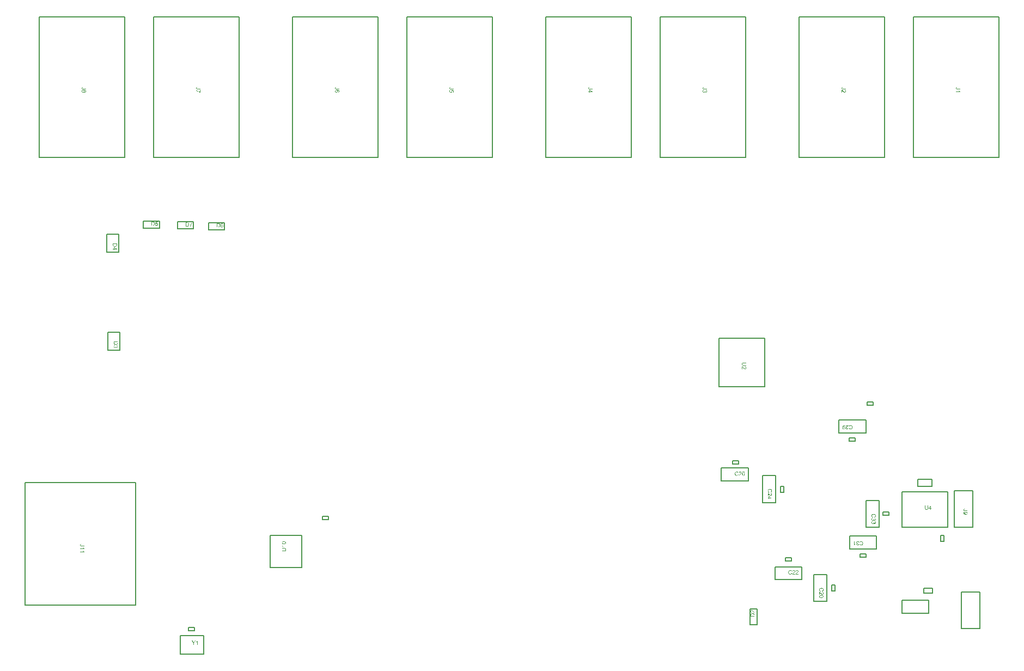
<source format=gbr>
%TF.GenerationSoftware,Altium Limited,Altium Designer,24.1.2 (44)*%
G04 Layer_Color=16711935*
%FSLAX45Y45*%
%MOMM*%
%TF.SameCoordinates,57B3B6A3-E825-4013-9261-08072AB09D51*%
%TF.FilePolarity,Positive*%
%TF.FileFunction,Other,Top_Assembly*%
%TF.Part,Single*%
G01*
G75*
%TA.AperFunction,NonConductor*%
%ADD64C,0.20000*%
G36*
X4078349Y7621490D02*
X4078265Y7620740D01*
Y7619157D01*
X4078099Y7617325D01*
X4077932Y7615408D01*
X4077682Y7613576D01*
X4077349Y7611993D01*
Y7611909D01*
X4077266Y7611743D01*
X4077182Y7611409D01*
X4077099Y7611076D01*
X4076932Y7610576D01*
X4076766Y7609993D01*
X4076349Y7608743D01*
X4075683Y7607244D01*
X4074933Y7605661D01*
X4073933Y7604078D01*
X4072767Y7602578D01*
X4072683Y7602495D01*
X4072600Y7602328D01*
X4072350Y7602079D01*
X4072017Y7601745D01*
X4071600Y7601329D01*
X4071101Y7600829D01*
X4070517Y7600329D01*
X4069851Y7599746D01*
X4068268Y7598496D01*
X4066352Y7597246D01*
X4064269Y7595997D01*
X4061853Y7594997D01*
X4061770D01*
X4061520Y7594914D01*
X4061186Y7594747D01*
X4060687Y7594580D01*
X4060020Y7594414D01*
X4059270Y7594164D01*
X4058437Y7593914D01*
X4057437Y7593664D01*
X4056354Y7593497D01*
X4055188Y7593247D01*
X4053938Y7592998D01*
X4052605Y7592831D01*
X4049689Y7592498D01*
X4046607Y7592414D01*
X4046524D01*
X4046274D01*
X4045940D01*
X4045357D01*
X4044774Y7592498D01*
X4044024D01*
X4043191Y7592581D01*
X4042275Y7592664D01*
X4040275Y7592831D01*
X4038109Y7593164D01*
X4035860Y7593581D01*
X4033693Y7594164D01*
X4033610D01*
X4033444Y7594247D01*
X4033110Y7594331D01*
X4032777Y7594497D01*
X4032277Y7594664D01*
X4031694Y7594830D01*
X4030444Y7595330D01*
X4028945Y7595913D01*
X4027362Y7596663D01*
X4025779Y7597580D01*
X4024363Y7598496D01*
X4024196Y7598579D01*
X4023779Y7598996D01*
X4023113Y7599496D01*
X4022280Y7600246D01*
X4021363Y7601079D01*
X4020364Y7602079D01*
X4019447Y7603245D01*
X4018531Y7604411D01*
X4018447Y7604578D01*
X4018197Y7604994D01*
X4017781Y7605661D01*
X4017364Y7606577D01*
X4016864Y7607660D01*
X4016281Y7608993D01*
X4015781Y7610493D01*
X4015365Y7612076D01*
Y7612159D01*
X4015282Y7612243D01*
Y7612493D01*
X4015198Y7612826D01*
X4015115Y7613242D01*
X4015032Y7613742D01*
X4014865Y7614992D01*
X4014615Y7616491D01*
X4014448Y7618241D01*
X4014365Y7620241D01*
X4014282Y7622323D01*
Y7645401D01*
X4078349D01*
Y7621490D01*
D02*
G37*
G36*
X4032360Y7576085D02*
X4032277D01*
X4032027Y7576002D01*
X4031694Y7575919D01*
X4031277Y7575835D01*
X4030694Y7575669D01*
X4030111Y7575502D01*
X4028611Y7575002D01*
X4027029Y7574419D01*
X4025446Y7573586D01*
X4023863Y7572669D01*
X4023196Y7572170D01*
X4022613Y7571586D01*
X4022530Y7571420D01*
X4022196Y7571003D01*
X4021697Y7570337D01*
X4021197Y7569337D01*
X4020613Y7568171D01*
X4020197Y7566838D01*
X4019864Y7565255D01*
X4019697Y7563588D01*
Y7563005D01*
X4019780Y7562672D01*
Y7562172D01*
X4019864Y7561589D01*
X4020197Y7560339D01*
X4020613Y7558840D01*
X4021280Y7557257D01*
X4022280Y7555674D01*
X4022863Y7554924D01*
X4023529Y7554174D01*
X4023613Y7554091D01*
X4023696Y7554007D01*
X4023946Y7553841D01*
X4024196Y7553591D01*
X4025029Y7552924D01*
X4026195Y7552258D01*
X4027528Y7551591D01*
X4029195Y7550925D01*
X4031027Y7550508D01*
X4032027Y7550342D01*
X4033027D01*
X4033110D01*
X4033277D01*
X4033527D01*
X4033943Y7550425D01*
X4034360D01*
X4034943Y7550508D01*
X4036193Y7550758D01*
X4037609Y7551175D01*
X4039109Y7551841D01*
X4040525Y7552758D01*
X4041275Y7553258D01*
X4041941Y7553924D01*
X4042108Y7554091D01*
X4042525Y7554591D01*
X4043024Y7555340D01*
X4043691Y7556340D01*
X4044357Y7557673D01*
X4044857Y7559173D01*
X4045274Y7560922D01*
X4045440Y7562922D01*
Y7563838D01*
X4045357Y7564421D01*
X4045274Y7565255D01*
X4045107Y7566254D01*
X4044857Y7567337D01*
X4044607Y7568504D01*
X4051522Y7567587D01*
Y7567421D01*
X4051439Y7567171D01*
X4051356Y7566754D01*
Y7565838D01*
X4051439Y7565505D01*
X4051522Y7564505D01*
X4051689Y7563338D01*
X4052022Y7561922D01*
X4052439Y7560423D01*
X4053105Y7558840D01*
X4053938Y7557340D01*
Y7557257D01*
X4054105Y7557173D01*
X4054438Y7556673D01*
X4055105Y7556007D01*
X4055938Y7555257D01*
X4057104Y7554507D01*
X4058520Y7553924D01*
X4060187Y7553424D01*
X4061103Y7553341D01*
X4062103Y7553258D01*
X4062186D01*
X4062269D01*
X4062853Y7553341D01*
X4063602Y7553424D01*
X4064602Y7553591D01*
X4065685Y7554007D01*
X4066852Y7554507D01*
X4068101Y7555257D01*
X4069184Y7556257D01*
X4069351Y7556424D01*
X4069684Y7556757D01*
X4070101Y7557423D01*
X4070684Y7558256D01*
X4071184Y7559339D01*
X4071684Y7560672D01*
X4072017Y7562089D01*
X4072100Y7563755D01*
Y7564172D01*
X4072017Y7564505D01*
X4071934Y7565421D01*
X4071767Y7566504D01*
X4071351Y7567671D01*
X4070851Y7569004D01*
X4070184Y7570253D01*
X4069184Y7571503D01*
X4069018Y7571670D01*
X4068685Y7572003D01*
X4068018Y7572503D01*
X4067018Y7573086D01*
X4065852Y7573752D01*
X4064352Y7574419D01*
X4062603Y7574919D01*
X4060603Y7575335D01*
X4062020Y7583167D01*
X4062103D01*
X4062353Y7583083D01*
X4062769Y7583000D01*
X4063353Y7582833D01*
X4063936Y7582667D01*
X4064769Y7582417D01*
X4065602Y7582167D01*
X4066518Y7581834D01*
X4068435Y7580917D01*
X4070434Y7579834D01*
X4072434Y7578418D01*
X4073350Y7577585D01*
X4074183Y7576668D01*
X4074266Y7576585D01*
X4074350Y7576418D01*
X4074600Y7576168D01*
X4074850Y7575752D01*
X4075183Y7575252D01*
X4075599Y7574669D01*
X4076016Y7573919D01*
X4076433Y7573169D01*
X4076766Y7572253D01*
X4077182Y7571336D01*
X4077932Y7569170D01*
X4078432Y7566671D01*
X4078515Y7565338D01*
X4078599Y7563922D01*
Y7563005D01*
X4078515Y7562589D01*
Y7562005D01*
X4078349Y7560756D01*
X4078015Y7559256D01*
X4077682Y7557673D01*
X4077099Y7556007D01*
X4076349Y7554341D01*
Y7554257D01*
X4076266Y7554174D01*
X4076099Y7553924D01*
X4075933Y7553591D01*
X4075433Y7552841D01*
X4074766Y7551841D01*
X4073850Y7550758D01*
X4072767Y7549592D01*
X4071600Y7548509D01*
X4070184Y7547592D01*
X4070101D01*
X4070018Y7547509D01*
X4069518Y7547176D01*
X4068685Y7546843D01*
X4067685Y7546343D01*
X4066435Y7545926D01*
X4065019Y7545510D01*
X4063519Y7545260D01*
X4061936Y7545176D01*
X4061853D01*
X4061770D01*
X4061270D01*
X4060437Y7545260D01*
X4059437Y7545426D01*
X4058271Y7545760D01*
X4057021Y7546093D01*
X4055688Y7546676D01*
X4054355Y7547426D01*
X4054188Y7547509D01*
X4053772Y7547842D01*
X4053188Y7548342D01*
X4052439Y7549092D01*
X4051522Y7550009D01*
X4050606Y7551175D01*
X4049773Y7552508D01*
X4048940Y7554007D01*
Y7553924D01*
X4048856Y7553758D01*
X4048773Y7553424D01*
X4048690Y7553091D01*
X4048523Y7552591D01*
X4048273Y7552008D01*
X4047773Y7550758D01*
X4047023Y7549342D01*
X4046024Y7547926D01*
X4044857Y7546426D01*
X4043441Y7545176D01*
X4043358D01*
X4043274Y7545010D01*
X4043024Y7544843D01*
X4042691Y7544677D01*
X4042275Y7544427D01*
X4041858Y7544177D01*
X4040608Y7543593D01*
X4039109Y7543010D01*
X4037359Y7542510D01*
X4035443Y7542177D01*
X4033194Y7542011D01*
X4033110D01*
X4032860D01*
X4032360D01*
X4031777Y7542094D01*
X4031027Y7542177D01*
X4030194Y7542344D01*
X4029278Y7542510D01*
X4028278Y7542760D01*
X4027195Y7543094D01*
X4026029Y7543510D01*
X4024862Y7544010D01*
X4023613Y7544593D01*
X4022446Y7545343D01*
X4021197Y7546176D01*
X4020030Y7547093D01*
X4018947Y7548176D01*
X4018864Y7548259D01*
X4018697Y7548426D01*
X4018447Y7548759D01*
X4018031Y7549259D01*
X4017614Y7549842D01*
X4017114Y7550592D01*
X4016615Y7551425D01*
X4016115Y7552341D01*
X4015531Y7553424D01*
X4015032Y7554591D01*
X4014532Y7555840D01*
X4014115Y7557257D01*
X4013699Y7558673D01*
X4013449Y7560256D01*
X4013282Y7561839D01*
X4013199Y7563588D01*
Y7564421D01*
X4013282Y7565005D01*
X4013365Y7565671D01*
X4013449Y7566504D01*
X4013615Y7567504D01*
X4013865Y7568504D01*
X4014448Y7570670D01*
X4014865Y7571836D01*
X4015282Y7573003D01*
X4015865Y7574252D01*
X4016531Y7575419D01*
X4017281Y7576502D01*
X4018197Y7577585D01*
X4018281Y7577668D01*
X4018447Y7577835D01*
X4018697Y7578085D01*
X4019114Y7578501D01*
X4019614Y7578918D01*
X4020197Y7579418D01*
X4020947Y7579918D01*
X4021697Y7580501D01*
X4022613Y7581001D01*
X4023613Y7581584D01*
X4024696Y7582084D01*
X4025862Y7582584D01*
X4027112Y7583083D01*
X4028362Y7583417D01*
X4029778Y7583750D01*
X4031277Y7583917D01*
X4032360Y7576085D01*
D02*
G37*
G36*
X4064566Y9145490D02*
X4064482Y9144740D01*
Y9143157D01*
X4064316Y9141325D01*
X4064149Y9139408D01*
X4063899Y9137576D01*
X4063566Y9135993D01*
Y9135909D01*
X4063483Y9135743D01*
X4063399Y9135409D01*
X4063316Y9135076D01*
X4063149Y9134576D01*
X4062983Y9133993D01*
X4062566Y9132743D01*
X4061900Y9131244D01*
X4061150Y9129661D01*
X4060150Y9128078D01*
X4058984Y9126578D01*
X4058900Y9126495D01*
X4058817Y9126328D01*
X4058567Y9126079D01*
X4058234Y9125745D01*
X4057817Y9125329D01*
X4057318Y9124829D01*
X4056734Y9124329D01*
X4056068Y9123746D01*
X4054485Y9122496D01*
X4052569Y9121246D01*
X4050486Y9119997D01*
X4048070Y9118997D01*
X4047987D01*
X4047737Y9118914D01*
X4047403Y9118747D01*
X4046904Y9118580D01*
X4046237Y9118414D01*
X4045487Y9118164D01*
X4044654Y9117914D01*
X4043654Y9117664D01*
X4042571Y9117497D01*
X4041405Y9117247D01*
X4040155Y9116998D01*
X4038822Y9116831D01*
X4035906Y9116498D01*
X4032824Y9116414D01*
X4032740D01*
X4032491D01*
X4032157D01*
X4031574D01*
X4030991Y9116498D01*
X4030241D01*
X4029408Y9116581D01*
X4028492Y9116664D01*
X4026492Y9116831D01*
X4024326Y9117164D01*
X4022077Y9117581D01*
X4019910Y9118164D01*
X4019827D01*
X4019660Y9118247D01*
X4019327Y9118331D01*
X4018994Y9118497D01*
X4018494Y9118664D01*
X4017911Y9118830D01*
X4016661Y9119330D01*
X4015162Y9119913D01*
X4013579Y9120663D01*
X4011996Y9121580D01*
X4010579Y9122496D01*
X4010413Y9122579D01*
X4009996Y9122996D01*
X4009330Y9123496D01*
X4008497Y9124246D01*
X4007580Y9125079D01*
X4006581Y9126079D01*
X4005664Y9127245D01*
X4004748Y9128411D01*
X4004664Y9128578D01*
X4004414Y9128994D01*
X4003998Y9129661D01*
X4003581Y9130577D01*
X4003081Y9131660D01*
X4002498Y9132993D01*
X4001998Y9134493D01*
X4001582Y9136076D01*
Y9136159D01*
X4001498Y9136243D01*
Y9136493D01*
X4001415Y9136826D01*
X4001332Y9137242D01*
X4001249Y9137742D01*
X4001082Y9138992D01*
X4000832Y9140491D01*
X4000665Y9142241D01*
X4000582Y9144241D01*
X4000499Y9146323D01*
Y9169401D01*
X4064566D01*
Y9145490D01*
D02*
G37*
G36*
Y9081340D02*
Y9074925D01*
X4023076D01*
Y9066261D01*
X4015828D01*
Y9074925D01*
X4000499D01*
Y9082756D01*
X4015828D01*
Y9110582D01*
X4023076D01*
X4064566Y9081340D01*
D02*
G37*
G36*
X6663075Y4534293D02*
X6664158D01*
X6665408Y4534210D01*
X6666741Y4534126D01*
X6669657Y4533793D01*
X6672739Y4533377D01*
X6675738Y4532793D01*
X6677155Y4532460D01*
X6678488Y4532044D01*
X6678571D01*
X6678821Y4531960D01*
X6679154Y4531794D01*
X6679654Y4531627D01*
X6680237Y4531377D01*
X6680904Y4531044D01*
X6682403Y4530294D01*
X6684153Y4529294D01*
X6685903Y4528128D01*
X6687652Y4526712D01*
X6689152Y4525045D01*
Y4524962D01*
X6689318Y4524879D01*
X6689485Y4524545D01*
X6689735Y4524212D01*
X6689985Y4523796D01*
X6690318Y4523212D01*
X6690651Y4522629D01*
X6690985Y4521879D01*
X6691734Y4520213D01*
X6692318Y4518214D01*
X6692734Y4515964D01*
X6692817Y4514715D01*
X6692901Y4513465D01*
Y4513048D01*
X6692817Y4512549D01*
Y4511965D01*
X6692734Y4511132D01*
X6692568Y4510299D01*
X6692318Y4509299D01*
X6692068Y4508216D01*
X6691734Y4507050D01*
X6691318Y4505884D01*
X6690735Y4504634D01*
X6690151Y4503384D01*
X6689402Y4502218D01*
X6688485Y4501051D01*
X6687485Y4499968D01*
X6686319Y4498885D01*
X6686236Y4498802D01*
X6685903Y4498635D01*
X6685486Y4498302D01*
X6684819Y4497886D01*
X6683903Y4497469D01*
X6682820Y4496886D01*
X6681570Y4496386D01*
X6680071Y4495803D01*
X6678321Y4495220D01*
X6676405Y4494636D01*
X6674322Y4494053D01*
X6671906Y4493637D01*
X6669323Y4493220D01*
X6666574Y4492887D01*
X6663492Y4492720D01*
X6660242Y4492637D01*
X6660076D01*
X6659743D01*
X6659159D01*
X6658326D01*
X6657410Y4492720D01*
X6656327Y4492804D01*
X6655077D01*
X6653744Y4492970D01*
X6650828Y4493220D01*
X6647746Y4493637D01*
X6644746Y4494220D01*
X6643330Y4494553D01*
X6641997Y4494970D01*
X6641914D01*
X6641664Y4495053D01*
X6641331Y4495220D01*
X6640831Y4495386D01*
X6640248Y4495636D01*
X6639581Y4495969D01*
X6637998Y4496719D01*
X6636332Y4497719D01*
X6634499Y4498885D01*
X6632749Y4500302D01*
X6631250Y4501885D01*
X6631167Y4501968D01*
X6631083Y4502135D01*
X6630917Y4502384D01*
X6630667Y4502718D01*
X6630417Y4503134D01*
X6630084Y4503717D01*
X6629750Y4504301D01*
X6629334Y4505050D01*
X6628667Y4506717D01*
X6628084Y4508716D01*
X6627667Y4510966D01*
X6627501Y4512215D01*
Y4514298D01*
X6627584Y4514798D01*
Y4515298D01*
X6627751Y4516547D01*
X6628001Y4517964D01*
X6628417Y4519463D01*
X6628917Y4521046D01*
X6629584Y4522546D01*
Y4522629D01*
X6629667Y4522713D01*
X6630000Y4523212D01*
X6630417Y4523879D01*
X6631083Y4524795D01*
X6632000Y4525795D01*
X6632999Y4526878D01*
X6634166Y4527961D01*
X6635582Y4528961D01*
X6635665D01*
X6635749Y4529044D01*
X6635999Y4529211D01*
X6636249Y4529378D01*
X6637082Y4529794D01*
X6638248Y4530377D01*
X6639664Y4531044D01*
X6641247Y4531710D01*
X6643163Y4532293D01*
X6645163Y4532877D01*
X6645246D01*
X6645413Y4532960D01*
X6645746Y4533043D01*
X6646163Y4533127D01*
X6646746Y4533210D01*
X6647412Y4533377D01*
X6648246Y4533460D01*
X6649162Y4533626D01*
X6650162Y4533793D01*
X6651328Y4533876D01*
X6652494Y4534043D01*
X6653911Y4534126D01*
X6655327Y4534210D01*
X6656827Y4534293D01*
X6658493Y4534376D01*
X6660242D01*
X6660409D01*
X6660742D01*
X6661326D01*
X6662159D01*
X6663075Y4534293D01*
D02*
G37*
G36*
X6691818Y4464644D02*
X6641747D01*
X6641831Y4464477D01*
X6642164Y4464144D01*
X6642747Y4463478D01*
X6643413Y4462645D01*
X6644247Y4461562D01*
X6645163Y4460229D01*
X6646163Y4458812D01*
X6647162Y4457146D01*
Y4457063D01*
X6647246Y4456979D01*
X6647412Y4456729D01*
X6647579Y4456396D01*
X6648079Y4455480D01*
X6648662Y4454397D01*
X6649329Y4453147D01*
X6649995Y4451731D01*
X6650662Y4450314D01*
X6651245Y4448898D01*
X6643580D01*
Y4448981D01*
X6643413Y4449231D01*
X6643247Y4449565D01*
X6642997Y4449981D01*
X6642747Y4450564D01*
X6642330Y4451231D01*
X6641497Y4452814D01*
X6640414Y4454563D01*
X6639081Y4456563D01*
X6637665Y4458479D01*
X6636082Y4460395D01*
X6635999Y4460479D01*
X6635915Y4460645D01*
X6635665Y4460895D01*
X6635332Y4461228D01*
X6634499Y4462061D01*
X6633333Y4463144D01*
X6632083Y4464228D01*
X6630583Y4465394D01*
X6629084Y4466477D01*
X6627501Y4467393D01*
Y4472475D01*
X6691818D01*
Y4464644D01*
D02*
G37*
G36*
X6667241Y4431819D02*
X6668157D01*
X6669240Y4431736D01*
X6670323Y4431653D01*
X6672823Y4431319D01*
X6675405Y4430986D01*
X6677905Y4430403D01*
X6679071Y4430070D01*
X6680154Y4429653D01*
X6680237D01*
X6680404Y4429570D01*
X6680737Y4429403D01*
X6681070Y4429237D01*
X6681570Y4428987D01*
X6682154Y4428653D01*
X6683403Y4427820D01*
X6684903Y4426737D01*
X6686402Y4425404D01*
X6687985Y4423738D01*
X6688735Y4422738D01*
X6689402Y4421738D01*
Y4421655D01*
X6689568Y4421488D01*
X6689735Y4421155D01*
X6689985Y4420739D01*
X6690235Y4420155D01*
X6690485Y4419489D01*
X6690818Y4418656D01*
X6691151Y4417739D01*
X6691484Y4416740D01*
X6691818Y4415573D01*
X6692068Y4414407D01*
X6692318Y4413074D01*
X6692568Y4411658D01*
X6692734Y4410158D01*
X6692817Y4408492D01*
X6692901Y4406826D01*
Y4405992D01*
X6692817Y4405326D01*
Y4404576D01*
X6692734Y4403660D01*
X6692651Y4402660D01*
X6692484Y4401577D01*
X6692151Y4399244D01*
X6691568Y4396828D01*
X6690818Y4394329D01*
X6689818Y4392079D01*
Y4391996D01*
X6689652Y4391829D01*
X6689485Y4391496D01*
X6689235Y4391163D01*
X6688569Y4390163D01*
X6687569Y4388913D01*
X6686319Y4387581D01*
X6684736Y4386248D01*
X6682987Y4384998D01*
X6680904Y4383915D01*
X6680821D01*
X6680654Y4383831D01*
X6680321Y4383665D01*
X6679821Y4383582D01*
X6679238Y4383332D01*
X6678488Y4383165D01*
X6677655Y4382915D01*
X6676655Y4382748D01*
X6675572Y4382498D01*
X6674405Y4382249D01*
X6673073Y4382082D01*
X6671656Y4381915D01*
X6670073Y4381749D01*
X6668407Y4381582D01*
X6666657Y4381499D01*
X6664825D01*
X6627751D01*
Y4389997D01*
X6664741D01*
X6664825D01*
X6665075D01*
X6665574D01*
X6666074D01*
X6666824Y4390080D01*
X6667574D01*
X6668490Y4390163D01*
X6669407D01*
X6671406Y4390330D01*
X6673489Y4390663D01*
X6675405Y4390996D01*
X6676238Y4391246D01*
X6677071Y4391496D01*
X6677155D01*
X6677238Y4391579D01*
X6677738Y4391829D01*
X6678404Y4392163D01*
X6679321Y4392746D01*
X6680237Y4393496D01*
X6681320Y4394412D01*
X6682237Y4395495D01*
X6683153Y4396828D01*
Y4396911D01*
X6683237Y4396995D01*
X6683487Y4397495D01*
X6683820Y4398328D01*
X6684153Y4399411D01*
X6684570Y4400744D01*
X6684903Y4402327D01*
X6685153Y4404076D01*
X6685236Y4406076D01*
Y4406992D01*
X6685153Y4407575D01*
X6685069Y4408325D01*
X6684986Y4409242D01*
X6684903Y4410241D01*
X6684736Y4411241D01*
X6684236Y4413407D01*
X6683487Y4415657D01*
X6682987Y4416656D01*
X6682403Y4417656D01*
X6681820Y4418573D01*
X6681070Y4419406D01*
X6680987Y4419489D01*
X6680821Y4419572D01*
X6680571Y4419739D01*
X6680237Y4420072D01*
X6679737Y4420322D01*
X6679071Y4420655D01*
X6678321Y4421072D01*
X6677405Y4421405D01*
X6676405Y4421822D01*
X6675239Y4422155D01*
X6673906Y4422488D01*
X6672406Y4422821D01*
X6670740Y4423071D01*
X6668907Y4423238D01*
X6666907Y4423321D01*
X6664741Y4423405D01*
X6627751D01*
Y4431902D01*
X6664825D01*
X6664908D01*
X6665241D01*
X6665741D01*
X6666408D01*
X6667241Y4431819D01*
D02*
G37*
G36*
X13844588Y7306695D02*
X13807605D01*
X13807513D01*
X13807236D01*
X13806773D01*
X13806219D01*
X13805571Y7306602D01*
X13804739D01*
X13802983Y7306510D01*
X13800949Y7306325D01*
X13798914Y7306048D01*
X13796973Y7305678D01*
X13796141Y7305493D01*
X13795309Y7305216D01*
X13795123Y7305123D01*
X13794662Y7304938D01*
X13794014Y7304476D01*
X13793089Y7303921D01*
X13792165Y7303274D01*
X13791148Y7302349D01*
X13790131Y7301240D01*
X13789299Y7299946D01*
X13789207Y7299761D01*
X13788930Y7299298D01*
X13788652Y7298466D01*
X13788281Y7297357D01*
X13787820Y7296062D01*
X13787543Y7294398D01*
X13787265Y7292641D01*
X13787173Y7290700D01*
Y7289775D01*
X13787265Y7289221D01*
Y7288389D01*
X13787357Y7287556D01*
X13787727Y7285522D01*
X13788190Y7283303D01*
X13788930Y7281177D01*
X13789946Y7279143D01*
X13790593Y7278218D01*
X13791333Y7277386D01*
X13791426Y7277294D01*
X13791518Y7277201D01*
X13791795Y7277016D01*
X13792165Y7276739D01*
X13792720Y7276462D01*
X13793275Y7276092D01*
X13794107Y7275722D01*
X13794939Y7275352D01*
X13795956Y7274982D01*
X13797157Y7274705D01*
X13798544Y7274335D01*
X13800024Y7274058D01*
X13801688Y7273780D01*
X13803445Y7273596D01*
X13805479Y7273411D01*
X13807605D01*
X13844588D01*
Y7264905D01*
X13807605D01*
X13807513D01*
X13807143D01*
X13806680D01*
X13806033D01*
X13805202Y7264997D01*
X13804277D01*
X13803168Y7265090D01*
X13802058Y7265182D01*
X13799562Y7265459D01*
X13796973Y7265829D01*
X13794476Y7266384D01*
X13793275Y7266754D01*
X13792165Y7267124D01*
X13792073D01*
X13791888Y7267216D01*
X13791611Y7267401D01*
X13791241Y7267586D01*
X13790224Y7268141D01*
X13788930Y7268973D01*
X13787450Y7270082D01*
X13785971Y7271377D01*
X13784399Y7273041D01*
X13783012Y7275075D01*
Y7275167D01*
X13782828Y7275352D01*
X13782735Y7275630D01*
X13782457Y7276092D01*
X13782179Y7276647D01*
X13781903Y7277386D01*
X13781625Y7278126D01*
X13781255Y7279050D01*
X13780885Y7280067D01*
X13780608Y7281177D01*
X13780331Y7282379D01*
X13780054Y7283766D01*
X13779869Y7285153D01*
X13779684Y7286632D01*
X13779498Y7289960D01*
Y7290792D01*
X13779591Y7291440D01*
Y7292179D01*
X13779684Y7293104D01*
X13779776Y7294121D01*
X13779869Y7295138D01*
X13780238Y7297449D01*
X13780794Y7299946D01*
X13781532Y7302349D01*
X13782550Y7304661D01*
Y7304753D01*
X13782735Y7304938D01*
X13782919Y7305216D01*
X13783105Y7305585D01*
X13783844Y7306602D01*
X13784862Y7307804D01*
X13786156Y7309191D01*
X13787634Y7310486D01*
X13789484Y7311780D01*
X13791518Y7312797D01*
X13791611D01*
X13791795Y7312889D01*
X13792165Y7312982D01*
X13792627Y7313167D01*
X13793182Y7313352D01*
X13793922Y7313537D01*
X13794754Y7313814D01*
X13795770Y7313999D01*
X13796880Y7314184D01*
X13798082Y7314461D01*
X13799377Y7314646D01*
X13800764Y7314831D01*
X13802335Y7315016D01*
X13803999Y7315108D01*
X13805756Y7315201D01*
X13807605D01*
X13844588D01*
Y7306695D01*
D02*
G37*
G36*
X13782365Y7255012D02*
X13783197Y7254919D01*
X13784122Y7254735D01*
X13785046Y7254550D01*
X13786063Y7254180D01*
X13786156D01*
X13786247Y7254087D01*
X13786803Y7253902D01*
X13787634Y7253533D01*
X13788744Y7252978D01*
X13790039Y7252238D01*
X13791518Y7251314D01*
X13792998Y7250297D01*
X13794569Y7249002D01*
X13794662D01*
X13794754Y7248817D01*
X13795309Y7248355D01*
X13796141Y7247523D01*
X13797343Y7246321D01*
X13798730Y7244934D01*
X13800394Y7243178D01*
X13802243Y7241051D01*
X13804184Y7238740D01*
X13804277Y7238647D01*
X13804555Y7238277D01*
X13805017Y7237723D01*
X13805571Y7237075D01*
X13806311Y7236243D01*
X13807143Y7235226D01*
X13808067Y7234209D01*
X13809085Y7233007D01*
X13811304Y7230696D01*
X13813522Y7228385D01*
X13814632Y7227275D01*
X13815741Y7226258D01*
X13816759Y7225334D01*
X13817776Y7224594D01*
X13817868D01*
X13817960Y7224409D01*
X13818237Y7224224D01*
X13818608Y7224039D01*
X13819624Y7223392D01*
X13820827Y7222652D01*
X13822305Y7222005D01*
X13823878Y7221358D01*
X13825633Y7220988D01*
X13827298Y7220803D01*
X13827391D01*
X13827483D01*
X13828038Y7220896D01*
X13828963Y7220988D01*
X13829980Y7221265D01*
X13831274Y7221635D01*
X13832568Y7222282D01*
X13833862Y7223115D01*
X13835156Y7224224D01*
X13835342Y7224409D01*
X13835712Y7224871D01*
X13836174Y7225518D01*
X13836821Y7226535D01*
X13837376Y7227830D01*
X13837930Y7229309D01*
X13838301Y7231066D01*
X13838393Y7233007D01*
Y7233562D01*
X13838301Y7233932D01*
X13838208Y7235041D01*
X13837930Y7236336D01*
X13837561Y7237723D01*
X13836914Y7239294D01*
X13836082Y7240774D01*
X13834972Y7242161D01*
X13834787Y7242345D01*
X13834325Y7242715D01*
X13833585Y7243270D01*
X13832475Y7243825D01*
X13831181Y7244472D01*
X13829517Y7245027D01*
X13827669Y7245396D01*
X13825542Y7245581D01*
X13826373Y7253625D01*
X13826466D01*
X13826744Y7253533D01*
X13827206D01*
X13827853Y7253440D01*
X13828593Y7253255D01*
X13829425Y7253070D01*
X13830441Y7252793D01*
X13831459Y7252516D01*
X13833678Y7251776D01*
X13835896Y7250666D01*
X13837006Y7250019D01*
X13838116Y7249187D01*
X13839133Y7248355D01*
X13840057Y7247431D01*
X13840150Y7247338D01*
X13840242Y7247153D01*
X13840520Y7246876D01*
X13840797Y7246413D01*
X13841167Y7245859D01*
X13841537Y7245212D01*
X13841998Y7244472D01*
X13842461Y7243547D01*
X13842924Y7242530D01*
X13843385Y7241421D01*
X13843756Y7240219D01*
X13844125Y7238925D01*
X13844403Y7237538D01*
X13844679Y7236058D01*
X13844772Y7234487D01*
X13844865Y7232822D01*
Y7231898D01*
X13844772Y7231251D01*
X13844679Y7230511D01*
X13844588Y7229587D01*
X13844403Y7228569D01*
X13844218Y7227552D01*
X13843571Y7225149D01*
X13842645Y7222745D01*
X13842091Y7221543D01*
X13841444Y7220341D01*
X13840611Y7219231D01*
X13839688Y7218214D01*
X13839595Y7218122D01*
X13839503Y7217937D01*
X13839133Y7217752D01*
X13838763Y7217382D01*
X13838301Y7216920D01*
X13837654Y7216458D01*
X13837006Y7215995D01*
X13836174Y7215441D01*
X13834418Y7214516D01*
X13832199Y7213592D01*
X13831088Y7213222D01*
X13829794Y7213037D01*
X13828500Y7212852D01*
X13827113Y7212760D01*
X13826929D01*
X13826466D01*
X13825726Y7212852D01*
X13824710Y7212944D01*
X13823599Y7213129D01*
X13822305Y7213499D01*
X13820918Y7213869D01*
X13819531Y7214424D01*
X13819347Y7214516D01*
X13818884Y7214701D01*
X13818146Y7215071D01*
X13817128Y7215626D01*
X13816019Y7216365D01*
X13814632Y7217290D01*
X13813245Y7218399D01*
X13811673Y7219694D01*
X13811488Y7219879D01*
X13810934Y7220341D01*
X13810471Y7220803D01*
X13810008Y7221265D01*
X13809454Y7221820D01*
X13808714Y7222560D01*
X13807974Y7223299D01*
X13807143Y7224224D01*
X13806219Y7225149D01*
X13805202Y7226258D01*
X13804184Y7227460D01*
X13802983Y7228754D01*
X13801781Y7230234D01*
X13800487Y7231713D01*
X13800394Y7231805D01*
X13800209Y7231990D01*
X13799931Y7232360D01*
X13799562Y7232822D01*
X13799007Y7233377D01*
X13798453Y7234024D01*
X13797250Y7235504D01*
X13795863Y7237075D01*
X13794476Y7238555D01*
X13793275Y7239849D01*
X13792812Y7240404D01*
X13792349Y7240866D01*
X13792258Y7240959D01*
X13791980Y7241236D01*
X13791611Y7241606D01*
X13791055Y7242068D01*
X13790408Y7242530D01*
X13789761Y7243085D01*
X13788190Y7244195D01*
Y7212667D01*
X13780608D01*
Y7255104D01*
X13780701D01*
X13781070D01*
X13781625D01*
X13782365Y7255012D01*
D02*
G37*
G36*
X15827916Y4962616D02*
X15828833D01*
X15829832Y4962533D01*
X15830916Y4962367D01*
X15832166Y4962200D01*
X15833498Y4962033D01*
X15834914Y4961783D01*
X15837830Y4961117D01*
X15840746Y4960200D01*
X15842245Y4959617D01*
X15843661Y4958951D01*
X15843745Y4958867D01*
X15843996Y4958784D01*
X15844412Y4958534D01*
X15844913Y4958201D01*
X15845496Y4957868D01*
X15846245Y4957368D01*
X15846996Y4956785D01*
X15847911Y4956118D01*
X15849744Y4954618D01*
X15851578Y4952702D01*
X15853410Y4950536D01*
X15854243Y4949287D01*
X15854993Y4948037D01*
X15855077Y4947954D01*
X15855159Y4947704D01*
X15855325Y4947287D01*
X15855576Y4946787D01*
X15855910Y4946121D01*
X15856242Y4945371D01*
X15856577Y4944454D01*
X15856992Y4943455D01*
X15857326Y4942288D01*
X15857658Y4941122D01*
X15858325Y4938456D01*
X15858742Y4935540D01*
X15858908Y4934040D01*
Y4931541D01*
X15858826Y4930875D01*
X15858742Y4930041D01*
X15858658Y4929042D01*
X15858492Y4927959D01*
X15858325Y4926792D01*
X15857742Y4924293D01*
X15857326Y4922960D01*
X15856825Y4921544D01*
X15856242Y4920211D01*
X15855659Y4918878D01*
X15854826Y4917545D01*
X15853993Y4916295D01*
X15853909Y4916212D01*
X15853743Y4916045D01*
X15853493Y4915628D01*
X15853076Y4915212D01*
X15852577Y4914712D01*
X15851993Y4914046D01*
X15851244Y4913379D01*
X15850410Y4912629D01*
X15849493Y4911879D01*
X15848494Y4911130D01*
X15847328Y4910380D01*
X15846162Y4909630D01*
X15844829Y4908880D01*
X15843411Y4908214D01*
X15841829Y4907547D01*
X15840247Y4907047D01*
X15838248Y4915379D01*
X15838330D01*
X15838580Y4915462D01*
X15838913Y4915628D01*
X15839413Y4915795D01*
X15839996Y4916045D01*
X15840663Y4916295D01*
X15842163Y4917045D01*
X15843829Y4917961D01*
X15845496Y4919044D01*
X15847078Y4920377D01*
X15847745Y4921127D01*
X15848412Y4921877D01*
Y4921960D01*
X15848578Y4922043D01*
X15848744Y4922293D01*
X15848911Y4922627D01*
X15849161Y4923043D01*
X15849411Y4923543D01*
X15850076Y4924793D01*
X15850661Y4926376D01*
X15851160Y4928209D01*
X15851494Y4930291D01*
X15851660Y4932624D01*
Y4933374D01*
X15851578Y4933874D01*
Y4934457D01*
X15851494Y4935207D01*
X15851328Y4936040D01*
X15851244Y4936956D01*
X15850827Y4938873D01*
X15850162Y4940955D01*
X15849245Y4943038D01*
X15848744Y4944038D01*
X15848077Y4945038D01*
Y4945121D01*
X15847911Y4945288D01*
X15847745Y4945537D01*
X15847411Y4945871D01*
X15846661Y4946704D01*
X15845578Y4947704D01*
X15844244Y4948870D01*
X15842580Y4950036D01*
X15840746Y4951119D01*
X15838580Y4951953D01*
X15838496D01*
X15838330Y4952036D01*
X15837997Y4952119D01*
X15837579Y4952286D01*
X15836996Y4952452D01*
X15836331Y4952619D01*
X15835580Y4952786D01*
X15834831Y4952952D01*
X15832915Y4953285D01*
X15830832Y4953619D01*
X15828583Y4953869D01*
X15826250Y4953952D01*
X15826167D01*
X15825917D01*
X15825500D01*
X15824918D01*
X15824167Y4953869D01*
X15823334Y4953785D01*
X15822418D01*
X15821419Y4953619D01*
X15819170Y4953369D01*
X15816837Y4952952D01*
X15814336Y4952369D01*
X15812004Y4951619D01*
X15811920D01*
X15811754Y4951536D01*
X15811420Y4951369D01*
X15811005Y4951119D01*
X15810504Y4950869D01*
X15809921Y4950620D01*
X15808588Y4949786D01*
X15807088Y4948703D01*
X15805589Y4947454D01*
X15804172Y4945954D01*
X15802924Y4944204D01*
Y4944121D01*
X15802756Y4943955D01*
X15802673Y4943705D01*
X15802423Y4943288D01*
X15802255Y4942871D01*
X15802007Y4942288D01*
X15801424Y4940955D01*
X15800841Y4939289D01*
X15800423Y4937456D01*
X15800090Y4935457D01*
X15799924Y4933291D01*
Y4932624D01*
X15800008Y4932124D01*
X15800090Y4931458D01*
X15800172Y4930791D01*
X15800256Y4929958D01*
X15800423Y4929125D01*
X15800923Y4927209D01*
X15801672Y4925209D01*
X15802090Y4924126D01*
X15802673Y4923127D01*
X15803256Y4922127D01*
X15804005Y4921210D01*
X15804089Y4921127D01*
X15804172Y4920960D01*
X15804422Y4920711D01*
X15804756Y4920377D01*
X15805173Y4920044D01*
X15805756Y4919544D01*
X15806339Y4919044D01*
X15807088Y4918544D01*
X15807838Y4917961D01*
X15808755Y4917378D01*
X15809753Y4916878D01*
X15810837Y4916295D01*
X15812086Y4915795D01*
X15813338Y4915295D01*
X15814670Y4914879D01*
X15816170Y4914462D01*
X15814003Y4905964D01*
X15813921D01*
X15813586Y4906131D01*
X15813004Y4906298D01*
X15812254Y4906464D01*
X15811420Y4906797D01*
X15810422Y4907214D01*
X15809338Y4907631D01*
X15808089Y4908214D01*
X15806837Y4908797D01*
X15805505Y4909547D01*
X15804256Y4910297D01*
X15802924Y4911213D01*
X15801590Y4912129D01*
X15800340Y4913212D01*
X15799174Y4914379D01*
X15798091Y4915628D01*
X15798007Y4915712D01*
X15797841Y4915962D01*
X15797591Y4916295D01*
X15797256Y4916878D01*
X15796841Y4917545D01*
X15796341Y4918378D01*
X15795924Y4919294D01*
X15795425Y4920294D01*
X15794841Y4921544D01*
X15794424Y4922793D01*
X15793925Y4924210D01*
X15793507Y4925709D01*
X15793175Y4927292D01*
X15792924Y4928958D01*
X15792760Y4930708D01*
X15792674Y4932541D01*
Y4933541D01*
X15792760Y4934290D01*
X15792842Y4935123D01*
X15792924Y4936207D01*
X15793008Y4937290D01*
X15793175Y4938539D01*
X15793675Y4941205D01*
X15794424Y4944038D01*
X15794925Y4945454D01*
X15795508Y4946870D01*
X15796091Y4948203D01*
X15796841Y4949453D01*
X15796924Y4949536D01*
X15797008Y4949703D01*
X15797256Y4950036D01*
X15797675Y4950536D01*
X15798091Y4951036D01*
X15798590Y4951703D01*
X15799257Y4952369D01*
X15800008Y4953119D01*
X15800757Y4953952D01*
X15801672Y4954702D01*
X15802673Y4955535D01*
X15803839Y4956368D01*
X15805005Y4957201D01*
X15806255Y4957951D01*
X15807671Y4958701D01*
X15809088Y4959367D01*
X15809171D01*
X15809421Y4959534D01*
X15809921Y4959701D01*
X15810504Y4959867D01*
X15811253Y4960117D01*
X15812086Y4960450D01*
X15813087Y4960700D01*
X15814253Y4961034D01*
X15815503Y4961367D01*
X15816837Y4961617D01*
X15818253Y4961950D01*
X15819669Y4962200D01*
X15822919Y4962533D01*
X15826250Y4962700D01*
X15826334D01*
X15826666D01*
X15827251D01*
X15827916Y4962616D01*
D02*
G37*
G36*
X15811836Y4890885D02*
X15811754D01*
X15811504Y4890801D01*
X15811171Y4890718D01*
X15810754Y4890635D01*
X15810172Y4890468D01*
X15809589Y4890302D01*
X15808089Y4889802D01*
X15806505Y4889219D01*
X15804922Y4888385D01*
X15803339Y4887469D01*
X15802673Y4886969D01*
X15802090Y4886386D01*
X15802007Y4886219D01*
X15801672Y4885803D01*
X15801173Y4885136D01*
X15800673Y4884137D01*
X15800090Y4882970D01*
X15799673Y4881637D01*
X15799339Y4880054D01*
X15799174Y4878388D01*
Y4877805D01*
X15799257Y4877472D01*
Y4876972D01*
X15799339Y4876389D01*
X15799673Y4875139D01*
X15800090Y4873639D01*
X15800757Y4872056D01*
X15801756Y4870473D01*
X15802339Y4869724D01*
X15803006Y4868974D01*
X15803088Y4868890D01*
X15803172Y4868807D01*
X15803423Y4868641D01*
X15803671Y4868391D01*
X15804506Y4867724D01*
X15805672Y4867058D01*
X15807005Y4866391D01*
X15808672Y4865725D01*
X15810504Y4865308D01*
X15811504Y4865141D01*
X15812505D01*
X15812587D01*
X15812753D01*
X15813004D01*
X15813420Y4865225D01*
X15813837D01*
X15814420Y4865308D01*
X15815669Y4865558D01*
X15817085Y4865975D01*
X15818585Y4866641D01*
X15820003Y4867557D01*
X15820750Y4868057D01*
X15821419Y4868724D01*
X15821585Y4868890D01*
X15822002Y4869390D01*
X15822501Y4870140D01*
X15823167Y4871140D01*
X15823834Y4872473D01*
X15824335Y4873972D01*
X15824750Y4875722D01*
X15824918Y4877722D01*
Y4878638D01*
X15824834Y4879221D01*
X15824750Y4880054D01*
X15824583Y4881054D01*
X15824335Y4882137D01*
X15824084Y4883303D01*
X15831000Y4882387D01*
Y4882220D01*
X15830916Y4881970D01*
X15830832Y4881554D01*
Y4880637D01*
X15830916Y4880304D01*
X15831000Y4879304D01*
X15831165Y4878138D01*
X15831499Y4876722D01*
X15831915Y4875222D01*
X15832582Y4873639D01*
X15833415Y4872140D01*
Y4872056D01*
X15833582Y4871973D01*
X15833916Y4871473D01*
X15834581Y4870807D01*
X15835414Y4870057D01*
X15836581Y4869307D01*
X15837997Y4868724D01*
X15839664Y4868224D01*
X15840581Y4868141D01*
X15841579Y4868057D01*
X15841663D01*
X15841747D01*
X15842329Y4868141D01*
X15843079Y4868224D01*
X15844080Y4868391D01*
X15845161Y4868807D01*
X15846329Y4869307D01*
X15847578Y4870057D01*
X15848660Y4871057D01*
X15848828Y4871223D01*
X15849161Y4871556D01*
X15849577Y4872223D01*
X15850162Y4873056D01*
X15850661Y4874139D01*
X15851160Y4875472D01*
X15851494Y4876888D01*
X15851578Y4878555D01*
Y4878971D01*
X15851494Y4879304D01*
X15851410Y4880221D01*
X15851244Y4881304D01*
X15850827Y4882470D01*
X15850327Y4883803D01*
X15849661Y4885053D01*
X15848660Y4886303D01*
X15848494Y4886469D01*
X15848161Y4886803D01*
X15847495Y4887302D01*
X15846495Y4887886D01*
X15845328Y4888552D01*
X15843829Y4889219D01*
X15842079Y4889718D01*
X15840080Y4890135D01*
X15841496Y4897966D01*
X15841579D01*
X15841829Y4897883D01*
X15842245Y4897800D01*
X15842828Y4897633D01*
X15843411Y4897466D01*
X15844244Y4897217D01*
X15845079Y4896967D01*
X15845995Y4896633D01*
X15847911Y4895717D01*
X15849911Y4894634D01*
X15851910Y4893218D01*
X15852827Y4892384D01*
X15853661Y4891468D01*
X15853743Y4891385D01*
X15853825Y4891218D01*
X15854076Y4890968D01*
X15854326Y4890552D01*
X15854659Y4890052D01*
X15855077Y4889469D01*
X15855493Y4888719D01*
X15855910Y4887969D01*
X15856242Y4887052D01*
X15856659Y4886136D01*
X15857410Y4883970D01*
X15857909Y4881471D01*
X15857993Y4880138D01*
X15858075Y4878721D01*
Y4877805D01*
X15857993Y4877388D01*
Y4876805D01*
X15857825Y4875555D01*
X15857492Y4874056D01*
X15857159Y4872473D01*
X15856577Y4870807D01*
X15855826Y4869140D01*
Y4869057D01*
X15855742Y4868974D01*
X15855576Y4868724D01*
X15855409Y4868391D01*
X15854909Y4867641D01*
X15854243Y4866641D01*
X15853326Y4865558D01*
X15852243Y4864392D01*
X15851077Y4863309D01*
X15849661Y4862392D01*
X15849577D01*
X15849493Y4862309D01*
X15848994Y4861976D01*
X15848161Y4861642D01*
X15847160Y4861142D01*
X15845912Y4860726D01*
X15844495Y4860309D01*
X15842996Y4860059D01*
X15841412Y4859976D01*
X15841330D01*
X15841246D01*
X15840746D01*
X15839912Y4860059D01*
X15838913Y4860226D01*
X15837747Y4860559D01*
X15836497Y4860892D01*
X15835164Y4861476D01*
X15833830Y4862225D01*
X15833665Y4862309D01*
X15833247Y4862642D01*
X15832664Y4863142D01*
X15831915Y4863892D01*
X15831000Y4864808D01*
X15830083Y4865975D01*
X15829250Y4867308D01*
X15828416Y4868807D01*
Y4868724D01*
X15828333Y4868557D01*
X15828250Y4868224D01*
X15828166Y4867891D01*
X15828000Y4867391D01*
X15827750Y4866808D01*
X15827251Y4865558D01*
X15826500Y4864142D01*
X15825500Y4862725D01*
X15824335Y4861226D01*
X15822919Y4859976D01*
X15822833D01*
X15822751Y4859809D01*
X15822501Y4859643D01*
X15822168Y4859476D01*
X15821751Y4859226D01*
X15821335Y4858976D01*
X15820085Y4858393D01*
X15818585Y4857810D01*
X15816837Y4857310D01*
X15814920Y4856977D01*
X15812669Y4856810D01*
X15812587D01*
X15812337D01*
X15811836D01*
X15811253Y4856894D01*
X15810504Y4856977D01*
X15809671Y4857143D01*
X15808755Y4857310D01*
X15807755Y4857560D01*
X15806673Y4857893D01*
X15805505Y4858310D01*
X15804340Y4858810D01*
X15803088Y4859393D01*
X15801923Y4860143D01*
X15800673Y4860976D01*
X15799507Y4861892D01*
X15798424Y4862975D01*
X15798341Y4863059D01*
X15798174Y4863225D01*
X15797923Y4863558D01*
X15797507Y4864058D01*
X15797092Y4864642D01*
X15796591Y4865391D01*
X15796091Y4866224D01*
X15795592Y4867141D01*
X15795007Y4868224D01*
X15794508Y4869390D01*
X15794008Y4870640D01*
X15793591Y4872056D01*
X15793175Y4873473D01*
X15792924Y4875056D01*
X15792760Y4876638D01*
X15792674Y4878388D01*
Y4879221D01*
X15792760Y4879804D01*
X15792842Y4880471D01*
X15792924Y4881304D01*
X15793092Y4882304D01*
X15793343Y4883303D01*
X15793925Y4885470D01*
X15794342Y4886636D01*
X15794759Y4887802D01*
X15795341Y4889052D01*
X15796008Y4890218D01*
X15796758Y4891301D01*
X15797675Y4892384D01*
X15797757Y4892468D01*
X15797923Y4892634D01*
X15798174Y4892884D01*
X15798590Y4893301D01*
X15799091Y4893717D01*
X15799673Y4894217D01*
X15800423Y4894717D01*
X15801173Y4895300D01*
X15802090Y4895800D01*
X15803088Y4896383D01*
X15804172Y4896883D01*
X15805339Y4897383D01*
X15806589Y4897883D01*
X15807838Y4898216D01*
X15809254Y4898550D01*
X15810754Y4898716D01*
X15811836Y4890885D01*
D02*
G37*
G36*
Y4841148D02*
X15811754D01*
X15811504Y4841064D01*
X15811171Y4840981D01*
X15810754Y4840898D01*
X15810172Y4840731D01*
X15809589Y4840564D01*
X15808089Y4840064D01*
X15806505Y4839481D01*
X15804922Y4838648D01*
X15803339Y4837732D01*
X15802673Y4837232D01*
X15802090Y4836649D01*
X15802007Y4836482D01*
X15801672Y4836066D01*
X15801173Y4835399D01*
X15800673Y4834399D01*
X15800090Y4833233D01*
X15799673Y4831900D01*
X15799339Y4830317D01*
X15799174Y4828651D01*
Y4828068D01*
X15799257Y4827734D01*
Y4827234D01*
X15799339Y4826651D01*
X15799673Y4825402D01*
X15800090Y4823902D01*
X15800757Y4822319D01*
X15801756Y4820736D01*
X15802339Y4819986D01*
X15803006Y4819236D01*
X15803088Y4819153D01*
X15803172Y4819070D01*
X15803423Y4818903D01*
X15803671Y4818653D01*
X15804506Y4817987D01*
X15805672Y4817320D01*
X15807005Y4816654D01*
X15808672Y4815987D01*
X15810504Y4815571D01*
X15811504Y4815404D01*
X15812505D01*
X15812587D01*
X15812753D01*
X15813004D01*
X15813420Y4815487D01*
X15813837D01*
X15814420Y4815571D01*
X15815669Y4815821D01*
X15817085Y4816237D01*
X15818585Y4816904D01*
X15820003Y4817820D01*
X15820750Y4818320D01*
X15821419Y4818987D01*
X15821585Y4819153D01*
X15822002Y4819653D01*
X15822501Y4820403D01*
X15823167Y4821403D01*
X15823834Y4822736D01*
X15824335Y4824235D01*
X15824750Y4825985D01*
X15824918Y4827984D01*
Y4828901D01*
X15824834Y4829484D01*
X15824750Y4830317D01*
X15824583Y4831317D01*
X15824335Y4832400D01*
X15824084Y4833566D01*
X15831000Y4832650D01*
Y4832483D01*
X15830916Y4832233D01*
X15830832Y4831817D01*
Y4830900D01*
X15830916Y4830567D01*
X15831000Y4829567D01*
X15831165Y4828401D01*
X15831499Y4826985D01*
X15831915Y4825485D01*
X15832582Y4823902D01*
X15833415Y4822402D01*
Y4822319D01*
X15833582Y4822236D01*
X15833916Y4821736D01*
X15834581Y4821069D01*
X15835414Y4820320D01*
X15836581Y4819570D01*
X15837997Y4818987D01*
X15839664Y4818487D01*
X15840581Y4818403D01*
X15841579Y4818320D01*
X15841663D01*
X15841747D01*
X15842329Y4818403D01*
X15843079Y4818487D01*
X15844080Y4818653D01*
X15845161Y4819070D01*
X15846329Y4819570D01*
X15847578Y4820320D01*
X15848660Y4821319D01*
X15848828Y4821486D01*
X15849161Y4821819D01*
X15849577Y4822486D01*
X15850162Y4823319D01*
X15850661Y4824402D01*
X15851160Y4825735D01*
X15851494Y4827151D01*
X15851578Y4828817D01*
Y4829234D01*
X15851494Y4829567D01*
X15851410Y4830484D01*
X15851244Y4831567D01*
X15850827Y4832733D01*
X15850327Y4834066D01*
X15849661Y4835316D01*
X15848660Y4836565D01*
X15848494Y4836732D01*
X15848161Y4837065D01*
X15847495Y4837565D01*
X15846495Y4838148D01*
X15845328Y4838815D01*
X15843829Y4839481D01*
X15842079Y4839981D01*
X15840080Y4840398D01*
X15841496Y4848229D01*
X15841579D01*
X15841829Y4848146D01*
X15842245Y4848062D01*
X15842828Y4847896D01*
X15843411Y4847729D01*
X15844244Y4847479D01*
X15845079Y4847229D01*
X15845995Y4846896D01*
X15847911Y4845980D01*
X15849911Y4844897D01*
X15851910Y4843480D01*
X15852827Y4842647D01*
X15853661Y4841731D01*
X15853743Y4841647D01*
X15853825Y4841481D01*
X15854076Y4841231D01*
X15854326Y4840814D01*
X15854659Y4840314D01*
X15855077Y4839731D01*
X15855493Y4838981D01*
X15855910Y4838232D01*
X15856242Y4837315D01*
X15856659Y4836399D01*
X15857410Y4834233D01*
X15857909Y4831733D01*
X15857993Y4830400D01*
X15858075Y4828984D01*
Y4828068D01*
X15857993Y4827651D01*
Y4827068D01*
X15857825Y4825818D01*
X15857492Y4824319D01*
X15857159Y4822736D01*
X15856577Y4821069D01*
X15855826Y4819403D01*
Y4819320D01*
X15855742Y4819236D01*
X15855576Y4818987D01*
X15855409Y4818653D01*
X15854909Y4817903D01*
X15854243Y4816904D01*
X15853326Y4815821D01*
X15852243Y4814654D01*
X15851077Y4813571D01*
X15849661Y4812655D01*
X15849577D01*
X15849493Y4812572D01*
X15848994Y4812238D01*
X15848161Y4811905D01*
X15847160Y4811405D01*
X15845912Y4810989D01*
X15844495Y4810572D01*
X15842996Y4810322D01*
X15841412Y4810239D01*
X15841330D01*
X15841246D01*
X15840746D01*
X15839912Y4810322D01*
X15838913Y4810489D01*
X15837747Y4810822D01*
X15836497Y4811155D01*
X15835164Y4811738D01*
X15833830Y4812488D01*
X15833665Y4812572D01*
X15833247Y4812905D01*
X15832664Y4813405D01*
X15831915Y4814154D01*
X15831000Y4815071D01*
X15830083Y4816237D01*
X15829250Y4817570D01*
X15828416Y4819070D01*
Y4818987D01*
X15828333Y4818820D01*
X15828250Y4818487D01*
X15828166Y4818153D01*
X15828000Y4817654D01*
X15827750Y4817070D01*
X15827251Y4815821D01*
X15826500Y4814404D01*
X15825500Y4812988D01*
X15824335Y4811488D01*
X15822919Y4810239D01*
X15822833D01*
X15822751Y4810072D01*
X15822501Y4809906D01*
X15822168Y4809739D01*
X15821751Y4809489D01*
X15821335Y4809239D01*
X15820085Y4808656D01*
X15818585Y4808073D01*
X15816837Y4807573D01*
X15814920Y4807240D01*
X15812669Y4807073D01*
X15812587D01*
X15812337D01*
X15811836D01*
X15811253Y4807156D01*
X15810504Y4807240D01*
X15809671Y4807406D01*
X15808755Y4807573D01*
X15807755Y4807823D01*
X15806673Y4808156D01*
X15805505Y4808573D01*
X15804340Y4809072D01*
X15803088Y4809656D01*
X15801923Y4810405D01*
X15800673Y4811239D01*
X15799507Y4812155D01*
X15798424Y4813238D01*
X15798341Y4813321D01*
X15798174Y4813488D01*
X15797923Y4813821D01*
X15797507Y4814321D01*
X15797092Y4814904D01*
X15796591Y4815654D01*
X15796091Y4816487D01*
X15795592Y4817404D01*
X15795007Y4818487D01*
X15794508Y4819653D01*
X15794008Y4820903D01*
X15793591Y4822319D01*
X15793175Y4823735D01*
X15792924Y4825318D01*
X15792760Y4826901D01*
X15792674Y4828651D01*
Y4829484D01*
X15792760Y4830067D01*
X15792842Y4830734D01*
X15792924Y4831567D01*
X15793092Y4832566D01*
X15793343Y4833566D01*
X15793925Y4835732D01*
X15794342Y4836899D01*
X15794759Y4838065D01*
X15795341Y4839315D01*
X15796008Y4840481D01*
X15796758Y4841564D01*
X15797675Y4842647D01*
X15797757Y4842730D01*
X15797923Y4842897D01*
X15798174Y4843147D01*
X15798590Y4843564D01*
X15799091Y4843980D01*
X15799673Y4844480D01*
X15800423Y4844980D01*
X15801173Y4845563D01*
X15802090Y4846063D01*
X15803088Y4846646D01*
X15804172Y4847146D01*
X15805339Y4847646D01*
X15806589Y4848146D01*
X15807838Y4848479D01*
X15809254Y4848812D01*
X15810754Y4848979D01*
X15811836Y4841148D01*
D02*
G37*
G36*
X15579204Y4539941D02*
X15579871Y4539858D01*
X15580704Y4539775D01*
X15581703Y4539608D01*
X15582703Y4539358D01*
X15584869Y4538775D01*
X15586037Y4538358D01*
X15587202Y4537942D01*
X15588452Y4537358D01*
X15589618Y4536692D01*
X15590701Y4535942D01*
X15591785Y4535026D01*
X15591867Y4534942D01*
X15592033Y4534776D01*
X15592284Y4534526D01*
X15592702Y4534109D01*
X15593117Y4533609D01*
X15593617Y4533026D01*
X15594118Y4532276D01*
X15594701Y4531527D01*
X15595200Y4530610D01*
X15595782Y4529610D01*
X15596283Y4528527D01*
X15596783Y4527361D01*
X15597282Y4526111D01*
X15597617Y4524862D01*
X15597949Y4523445D01*
X15598116Y4521946D01*
X15590285Y4520863D01*
Y4520946D01*
X15590201Y4521196D01*
X15590118Y4521529D01*
X15590034Y4521946D01*
X15589868Y4522529D01*
X15589700Y4523112D01*
X15589201Y4524612D01*
X15588618Y4526195D01*
X15587785Y4527778D01*
X15586868Y4529361D01*
X15586369Y4530027D01*
X15585786Y4530610D01*
X15585619Y4530694D01*
X15585204Y4531027D01*
X15584537Y4531527D01*
X15583536Y4532026D01*
X15582370Y4532610D01*
X15581036Y4533026D01*
X15579454Y4533359D01*
X15577788Y4533526D01*
X15577205D01*
X15576871Y4533443D01*
X15576370D01*
X15575787Y4533359D01*
X15574539Y4533026D01*
X15573039Y4532610D01*
X15571455Y4531943D01*
X15569873Y4530943D01*
X15569122Y4530360D01*
X15568373Y4529694D01*
X15568291Y4529610D01*
X15568207Y4529527D01*
X15568040Y4529277D01*
X15567790Y4529027D01*
X15567123Y4528194D01*
X15566457Y4527028D01*
X15565791Y4525695D01*
X15565125Y4524029D01*
X15564708Y4522196D01*
X15564542Y4521196D01*
Y4520196D01*
Y4520113D01*
Y4519946D01*
Y4519696D01*
X15564624Y4519280D01*
Y4518863D01*
X15564708Y4518280D01*
X15564958Y4517030D01*
X15565375Y4515614D01*
X15566042Y4514114D01*
X15566957Y4512698D01*
X15567458Y4511948D01*
X15568124Y4511282D01*
X15568291Y4511115D01*
X15568790Y4510699D01*
X15569540Y4510199D01*
X15570540Y4509532D01*
X15571873Y4508866D01*
X15573372Y4508366D01*
X15575122Y4507949D01*
X15577121Y4507783D01*
X15578038D01*
X15578621Y4507866D01*
X15579454Y4507949D01*
X15580453Y4508116D01*
X15581537Y4508366D01*
X15582703Y4508616D01*
X15581787Y4501701D01*
X15581619D01*
X15581371Y4501784D01*
X15580954Y4501868D01*
X15580037D01*
X15579704Y4501784D01*
X15578703Y4501701D01*
X15577538Y4501534D01*
X15576122Y4501201D01*
X15574622Y4500784D01*
X15573039Y4500118D01*
X15571539Y4499285D01*
X15571455D01*
X15571373Y4499118D01*
X15570872Y4498785D01*
X15570206Y4498119D01*
X15569456Y4497285D01*
X15568707Y4496119D01*
X15568124Y4494703D01*
X15567624Y4493036D01*
X15567540Y4492120D01*
X15567458Y4491120D01*
Y4491037D01*
Y4490954D01*
X15567540Y4490370D01*
X15567624Y4489621D01*
X15567790Y4488621D01*
X15568207Y4487538D01*
X15568707Y4486372D01*
X15569456Y4485122D01*
X15570456Y4484039D01*
X15570622Y4483872D01*
X15570956Y4483539D01*
X15571623Y4483122D01*
X15572456Y4482539D01*
X15573540Y4482039D01*
X15574872Y4481539D01*
X15576288Y4481206D01*
X15577954Y4481123D01*
X15578371D01*
X15578703Y4481206D01*
X15579620Y4481289D01*
X15580704Y4481456D01*
X15581870Y4481873D01*
X15583203Y4482373D01*
X15584453Y4483039D01*
X15585703Y4484039D01*
X15585869Y4484205D01*
X15586201Y4484539D01*
X15586702Y4485205D01*
X15587285Y4486205D01*
X15587952Y4487371D01*
X15588618Y4488871D01*
X15589117Y4490620D01*
X15589536Y4492620D01*
X15597366Y4491204D01*
Y4491120D01*
X15597282Y4490870D01*
X15597198Y4490454D01*
X15597034Y4489871D01*
X15596866Y4489287D01*
X15596616Y4488454D01*
X15596365Y4487621D01*
X15596033Y4486705D01*
X15595117Y4484789D01*
X15594034Y4482789D01*
X15592616Y4480790D01*
X15591785Y4479873D01*
X15590868Y4479040D01*
X15590784Y4478957D01*
X15590617Y4478873D01*
X15590369Y4478624D01*
X15589951Y4478374D01*
X15589452Y4478040D01*
X15588869Y4477624D01*
X15588118Y4477207D01*
X15587369Y4476791D01*
X15586452Y4476457D01*
X15585536Y4476041D01*
X15583369Y4475291D01*
X15580870Y4474791D01*
X15579536Y4474708D01*
X15578120Y4474625D01*
X15577205D01*
X15576788Y4474708D01*
X15576205D01*
X15574956Y4474874D01*
X15573456Y4475208D01*
X15571873Y4475541D01*
X15570206Y4476124D01*
X15568539Y4476874D01*
X15568457D01*
X15568373Y4476957D01*
X15568124Y4477124D01*
X15567790Y4477291D01*
X15567039Y4477790D01*
X15566042Y4478457D01*
X15564958Y4479373D01*
X15563791Y4480456D01*
X15562708Y4481623D01*
X15561792Y4483039D01*
Y4483122D01*
X15561710Y4483206D01*
X15561375Y4483706D01*
X15561041Y4484539D01*
X15560542Y4485538D01*
X15560126Y4486788D01*
X15559709Y4488204D01*
X15559459Y4489704D01*
X15559377Y4491287D01*
Y4491370D01*
Y4491454D01*
Y4491953D01*
X15559459Y4492787D01*
X15559625Y4493786D01*
X15559959Y4494953D01*
X15560292Y4496202D01*
X15560875Y4497535D01*
X15561626Y4498868D01*
X15561710Y4499035D01*
X15562042Y4499452D01*
X15562543Y4500035D01*
X15563290Y4500784D01*
X15564207Y4501701D01*
X15565375Y4502617D01*
X15566707Y4503450D01*
X15568207Y4504284D01*
X15568124D01*
X15567957Y4504367D01*
X15567624Y4504450D01*
X15567290Y4504534D01*
X15566791Y4504700D01*
X15566206Y4504950D01*
X15564958Y4505450D01*
X15563541Y4506200D01*
X15562125Y4507200D01*
X15560625Y4508366D01*
X15559377Y4509782D01*
Y4509866D01*
X15559209Y4509949D01*
X15559042Y4510199D01*
X15558876Y4510532D01*
X15558626Y4510949D01*
X15558376Y4511365D01*
X15557793Y4512615D01*
X15557210Y4514114D01*
X15556709Y4515864D01*
X15556377Y4517780D01*
X15556210Y4520030D01*
Y4520113D01*
Y4520363D01*
Y4520863D01*
X15556293Y4521446D01*
X15556377Y4522196D01*
X15556543Y4523029D01*
X15556709Y4523945D01*
X15556960Y4524945D01*
X15557294Y4526028D01*
X15557710Y4527194D01*
X15558209Y4528361D01*
X15558794Y4529610D01*
X15559541Y4530777D01*
X15560376Y4532026D01*
X15561292Y4533193D01*
X15562375Y4534276D01*
X15562457Y4534359D01*
X15562625Y4534526D01*
X15562958Y4534776D01*
X15563458Y4535192D01*
X15564041Y4535609D01*
X15564790Y4536109D01*
X15565623Y4536609D01*
X15566541Y4537109D01*
X15567624Y4537692D01*
X15568790Y4538192D01*
X15570039Y4538691D01*
X15571455Y4539108D01*
X15572871Y4539525D01*
X15574455Y4539775D01*
X15576038Y4539941D01*
X15577788Y4540024D01*
X15578621D01*
X15579204Y4539941D01*
D02*
G37*
G36*
X15633690D02*
X15634523Y4539858D01*
X15635606Y4539775D01*
X15636690Y4539691D01*
X15637939Y4539525D01*
X15640605Y4539025D01*
X15643439Y4538275D01*
X15644855Y4537775D01*
X15646271Y4537192D01*
X15647603Y4536609D01*
X15648853Y4535859D01*
X15648936Y4535776D01*
X15649103Y4535692D01*
X15649435Y4535442D01*
X15649936Y4535026D01*
X15650436Y4534609D01*
X15651102Y4534109D01*
X15651768Y4533443D01*
X15652519Y4532693D01*
X15653352Y4531943D01*
X15654102Y4531027D01*
X15654935Y4530027D01*
X15655768Y4528861D01*
X15656601Y4527694D01*
X15657352Y4526445D01*
X15658101Y4525028D01*
X15658768Y4523612D01*
Y4523529D01*
X15658934Y4523279D01*
X15659100Y4522779D01*
X15659267Y4522196D01*
X15659517Y4521446D01*
X15659850Y4520613D01*
X15660100Y4519613D01*
X15660432Y4518447D01*
X15660767Y4517197D01*
X15661015Y4515864D01*
X15661349Y4514448D01*
X15661600Y4513031D01*
X15661932Y4509782D01*
X15662099Y4506450D01*
Y4506366D01*
Y4506033D01*
Y4505450D01*
X15662016Y4504783D01*
Y4503867D01*
X15661932Y4502867D01*
X15661766Y4501784D01*
X15661600Y4500535D01*
X15661433Y4499202D01*
X15661183Y4497785D01*
X15660516Y4494869D01*
X15659599Y4491953D01*
X15659016Y4490454D01*
X15658350Y4489038D01*
X15658267Y4488954D01*
X15658183Y4488704D01*
X15657935Y4488288D01*
X15657600Y4487788D01*
X15657268Y4487205D01*
X15656767Y4486455D01*
X15656184Y4485705D01*
X15655518Y4484789D01*
X15654018Y4482956D01*
X15652103Y4481123D01*
X15649936Y4479290D01*
X15648686Y4478457D01*
X15647437Y4477707D01*
X15647353Y4477624D01*
X15647102Y4477540D01*
X15646687Y4477374D01*
X15646187Y4477124D01*
X15645520Y4476791D01*
X15644771Y4476457D01*
X15643854Y4476124D01*
X15642854Y4475708D01*
X15641689Y4475374D01*
X15640521Y4475041D01*
X15637856Y4474375D01*
X15634940Y4473958D01*
X15633440Y4473791D01*
X15630940D01*
X15630273Y4473875D01*
X15629440Y4473958D01*
X15628441Y4474041D01*
X15627357Y4474208D01*
X15626192Y4474375D01*
X15623692Y4474958D01*
X15622360Y4475374D01*
X15620943Y4475874D01*
X15619611Y4476457D01*
X15618277Y4477041D01*
X15616943Y4477874D01*
X15615695Y4478707D01*
X15615611Y4478790D01*
X15615445Y4478957D01*
X15615028Y4479207D01*
X15614612Y4479623D01*
X15614111Y4480123D01*
X15613445Y4480706D01*
X15612779Y4481456D01*
X15612029Y4482289D01*
X15611279Y4483206D01*
X15610529Y4484205D01*
X15609779Y4485372D01*
X15609030Y4486538D01*
X15608279Y4487871D01*
X15607613Y4489287D01*
X15606947Y4490870D01*
X15606447Y4492453D01*
X15614778Y4494453D01*
Y4494369D01*
X15614862Y4494120D01*
X15615028Y4493786D01*
X15615195Y4493286D01*
X15615445Y4492703D01*
X15615695Y4492037D01*
X15616444Y4490537D01*
X15617361Y4488871D01*
X15618443Y4487205D01*
X15619777Y4485622D01*
X15620528Y4484955D01*
X15621277Y4484289D01*
X15621359D01*
X15621443Y4484122D01*
X15621693Y4483955D01*
X15622026Y4483789D01*
X15622443Y4483539D01*
X15622943Y4483289D01*
X15624193Y4482622D01*
X15625775Y4482039D01*
X15627608Y4481539D01*
X15629691Y4481206D01*
X15632024Y4481040D01*
X15632774D01*
X15633273Y4481123D01*
X15633858D01*
X15634607Y4481206D01*
X15635440Y4481373D01*
X15636356Y4481456D01*
X15638272Y4481873D01*
X15640355Y4482539D01*
X15642438Y4483456D01*
X15643439Y4483955D01*
X15644437Y4484622D01*
X15644521D01*
X15644687Y4484789D01*
X15644937Y4484955D01*
X15645270Y4485288D01*
X15646104Y4486038D01*
X15647102Y4487121D01*
X15648270Y4488454D01*
X15649435Y4490121D01*
X15650519Y4491953D01*
X15651352Y4494120D01*
Y4494203D01*
X15651436Y4494369D01*
X15651518Y4494703D01*
X15651685Y4495119D01*
X15651852Y4495702D01*
X15652019Y4496369D01*
X15652185Y4497119D01*
X15652351Y4497869D01*
X15652686Y4499785D01*
X15653018Y4501868D01*
X15653268Y4504117D01*
X15653352Y4506450D01*
Y4506533D01*
Y4506783D01*
Y4507200D01*
Y4507783D01*
X15653268Y4508533D01*
X15653185Y4509366D01*
Y4510282D01*
X15653018Y4511282D01*
X15652769Y4513531D01*
X15652351Y4515864D01*
X15651768Y4518363D01*
X15651019Y4520696D01*
Y4520779D01*
X15650935Y4520946D01*
X15650769Y4521279D01*
X15650519Y4521696D01*
X15650269Y4522196D01*
X15650018Y4522779D01*
X15649187Y4524112D01*
X15648103Y4525611D01*
X15646854Y4527111D01*
X15645354Y4528527D01*
X15643604Y4529777D01*
X15643521D01*
X15643353Y4529944D01*
X15643105Y4530027D01*
X15642688Y4530277D01*
X15642271Y4530444D01*
X15641689Y4530694D01*
X15640355Y4531277D01*
X15638689Y4531860D01*
X15636856Y4532276D01*
X15634856Y4532610D01*
X15632690Y4532776D01*
X15632024D01*
X15631525Y4532693D01*
X15630856Y4532610D01*
X15630191Y4532526D01*
X15629358Y4532443D01*
X15628525Y4532276D01*
X15626608Y4531777D01*
X15624609Y4531027D01*
X15623526Y4530610D01*
X15622527Y4530027D01*
X15621527Y4529444D01*
X15620610Y4528694D01*
X15620528Y4528611D01*
X15620360Y4528527D01*
X15620110Y4528277D01*
X15619777Y4527944D01*
X15619444Y4527528D01*
X15618944Y4526944D01*
X15618443Y4526361D01*
X15617944Y4525611D01*
X15617361Y4524862D01*
X15616779Y4523945D01*
X15616278Y4522945D01*
X15615695Y4521862D01*
X15615195Y4520613D01*
X15614696Y4519363D01*
X15614278Y4518030D01*
X15613863Y4516530D01*
X15605363Y4518697D01*
Y4518780D01*
X15605531Y4519113D01*
X15605698Y4519696D01*
X15605864Y4520446D01*
X15606197Y4521279D01*
X15606615Y4522279D01*
X15607030Y4523362D01*
X15607613Y4524612D01*
X15608197Y4525861D01*
X15608946Y4527194D01*
X15609695Y4528444D01*
X15610612Y4529777D01*
X15611530Y4531110D01*
X15612611Y4532360D01*
X15613779Y4533526D01*
X15615028Y4534609D01*
X15615112Y4534692D01*
X15615361Y4534859D01*
X15615695Y4535109D01*
X15616278Y4535442D01*
X15616943Y4535859D01*
X15617778Y4536359D01*
X15618694Y4536775D01*
X15619695Y4537275D01*
X15620943Y4537858D01*
X15622192Y4538275D01*
X15623608Y4538775D01*
X15625108Y4539191D01*
X15626692Y4539525D01*
X15628358Y4539775D01*
X15630109Y4539941D01*
X15631941Y4540024D01*
X15632941D01*
X15633690Y4539941D01*
D02*
G37*
G36*
X15526634Y4488871D02*
X15526801Y4488954D01*
X15527135Y4489287D01*
X15527802Y4489871D01*
X15528635Y4490537D01*
X15529716Y4491370D01*
X15531050Y4492287D01*
X15532466Y4493286D01*
X15534132Y4494286D01*
X15534216D01*
X15534299Y4494369D01*
X15534549Y4494536D01*
X15534882Y4494703D01*
X15535799Y4495203D01*
X15536882Y4495786D01*
X15538132Y4496452D01*
X15539548Y4497119D01*
X15540964Y4497785D01*
X15542380Y4498368D01*
Y4490704D01*
X15542297D01*
X15542047Y4490537D01*
X15541714Y4490370D01*
X15541296Y4490121D01*
X15540714Y4489871D01*
X15540047Y4489454D01*
X15538464Y4488621D01*
X15536716Y4487538D01*
X15534715Y4486205D01*
X15532799Y4484789D01*
X15530882Y4483206D01*
X15530800Y4483122D01*
X15530634Y4483039D01*
X15530383Y4482789D01*
X15530051Y4482456D01*
X15529218Y4481623D01*
X15528134Y4480456D01*
X15527051Y4479207D01*
X15525883Y4477707D01*
X15524802Y4476207D01*
X15523885Y4474625D01*
X15518803D01*
Y4538941D01*
X15526634D01*
Y4488871D01*
D02*
G37*
G36*
X15365450Y6343341D02*
X15366116Y6343258D01*
X15366783Y6343175D01*
X15367616Y6343091D01*
X15368532Y6342925D01*
X15370448Y6342425D01*
X15372531Y6341675D01*
X15373531Y6341175D01*
X15374532Y6340592D01*
X15375531Y6340009D01*
X15376447Y6339259D01*
X15376530Y6339176D01*
X15376614Y6339092D01*
X15376865Y6338842D01*
X15377197Y6338509D01*
X15377612Y6338092D01*
X15378030Y6337509D01*
X15378447Y6336926D01*
X15378946Y6336260D01*
X15379446Y6335426D01*
X15379945Y6334593D01*
X15380363Y6333594D01*
X15380862Y6332511D01*
X15381279Y6331428D01*
X15381612Y6330178D01*
X15381862Y6328928D01*
X15382112Y6327512D01*
X15374532Y6326929D01*
Y6327012D01*
X15374448Y6327179D01*
Y6327429D01*
X15374364Y6327762D01*
X15374113Y6328762D01*
X15373698Y6329845D01*
X15373280Y6331178D01*
X15372615Y6332427D01*
X15371864Y6333594D01*
X15370947Y6334593D01*
X15370782Y6334677D01*
X15370448Y6334927D01*
X15369865Y6335343D01*
X15369032Y6335760D01*
X15368033Y6336176D01*
X15366866Y6336593D01*
X15365450Y6336843D01*
X15363950Y6336926D01*
X15363367D01*
X15362701Y6336843D01*
X15361784Y6336759D01*
X15360867Y6336510D01*
X15359785Y6336260D01*
X15358702Y6335843D01*
X15357619Y6335343D01*
X15357535Y6335260D01*
X15357120Y6335010D01*
X15356619Y6334677D01*
X15356036Y6334177D01*
X15355286Y6333510D01*
X15354536Y6332761D01*
X15353786Y6331927D01*
X15353120Y6330928D01*
X15353036Y6330761D01*
X15352786Y6330428D01*
X15352536Y6329761D01*
X15352119Y6328928D01*
X15351620Y6327845D01*
X15351120Y6326595D01*
X15350620Y6325096D01*
X15350204Y6323430D01*
Y6323346D01*
X15350121Y6323180D01*
Y6322930D01*
X15350037Y6322596D01*
X15349954Y6322180D01*
X15349870Y6321680D01*
X15349622Y6320430D01*
X15349371Y6319014D01*
X15349203Y6317348D01*
X15349121Y6315598D01*
X15349037Y6313765D01*
Y6313682D01*
Y6313349D01*
Y6312849D01*
Y6312182D01*
X15349121Y6312349D01*
X15349454Y6312766D01*
X15350037Y6313515D01*
X15350787Y6314349D01*
X15351703Y6315348D01*
X15352786Y6316348D01*
X15354118Y6317348D01*
X15355536Y6318264D01*
X15355618D01*
X15355702Y6318348D01*
X15355952Y6318514D01*
X15356287Y6318597D01*
X15357034Y6319014D01*
X15358202Y6319431D01*
X15359451Y6319847D01*
X15360951Y6320264D01*
X15362617Y6320514D01*
X15364368Y6320597D01*
X15365117D01*
X15365700Y6320514D01*
X15366367Y6320430D01*
X15367200Y6320264D01*
X15368033Y6320097D01*
X15369032Y6319847D01*
X15370032Y6319597D01*
X15371115Y6319181D01*
X15372198Y6318764D01*
X15373364Y6318181D01*
X15374532Y6317514D01*
X15375613Y6316765D01*
X15376697Y6315848D01*
X15377780Y6314848D01*
X15377863Y6314765D01*
X15378030Y6314598D01*
X15378281Y6314265D01*
X15378613Y6313765D01*
X15379030Y6313266D01*
X15379530Y6312516D01*
X15380029Y6311683D01*
X15380528Y6310766D01*
X15381029Y6309766D01*
X15381529Y6308600D01*
X15382030Y6307350D01*
X15382445Y6306017D01*
X15382779Y6304601D01*
X15383029Y6303018D01*
X15383195Y6301435D01*
X15383279Y6299686D01*
Y6299602D01*
Y6299269D01*
Y6298769D01*
X15383195Y6298103D01*
X15383112Y6297270D01*
X15382945Y6296270D01*
X15382779Y6295187D01*
X15382529Y6294104D01*
X15381862Y6291604D01*
X15381445Y6290271D01*
X15380862Y6288938D01*
X15380196Y6287689D01*
X15379446Y6286356D01*
X15378613Y6285189D01*
X15377612Y6284023D01*
X15377530Y6283940D01*
X15377364Y6283773D01*
X15377029Y6283440D01*
X15376614Y6283107D01*
X15376030Y6282607D01*
X15375365Y6282107D01*
X15374532Y6281607D01*
X15373615Y6281024D01*
X15372697Y6280441D01*
X15371532Y6279941D01*
X15370364Y6279441D01*
X15369116Y6278941D01*
X15367783Y6278608D01*
X15366283Y6278274D01*
X15364783Y6278108D01*
X15363200Y6278025D01*
X15362617D01*
X15362117Y6278108D01*
X15361617D01*
X15360951Y6278191D01*
X15359451Y6278441D01*
X15357703Y6278858D01*
X15355786Y6279441D01*
X15353786Y6280274D01*
X15351787Y6281440D01*
X15351703D01*
X15351537Y6281607D01*
X15351286Y6281774D01*
X15350954Y6282024D01*
X15350037Y6282857D01*
X15348871Y6283856D01*
X15347621Y6285273D01*
X15346288Y6286856D01*
X15345038Y6288772D01*
X15343954Y6291021D01*
Y6291105D01*
X15343872Y6291271D01*
X15343706Y6291688D01*
X15343539Y6292188D01*
X15343289Y6292854D01*
X15343121Y6293604D01*
X15342873Y6294520D01*
X15342538Y6295603D01*
X15342290Y6296853D01*
X15342039Y6298186D01*
X15341873Y6299602D01*
X15341623Y6301269D01*
X15341457Y6303018D01*
X15341289Y6304851D01*
X15341206Y6306850D01*
Y6309017D01*
Y6309183D01*
Y6309516D01*
Y6310183D01*
Y6311016D01*
X15341289Y6312099D01*
X15341373Y6313266D01*
X15341457Y6314598D01*
X15341539Y6316098D01*
X15341705Y6317598D01*
X15341873Y6319181D01*
X15342290Y6322513D01*
X15342957Y6325679D01*
X15343372Y6327179D01*
X15343872Y6328595D01*
Y6328678D01*
X15343954Y6328928D01*
X15344122Y6329261D01*
X15344373Y6329761D01*
X15344621Y6330428D01*
X15344955Y6331094D01*
X15345872Y6332677D01*
X15346954Y6334510D01*
X15348370Y6336343D01*
X15349954Y6338092D01*
X15351871Y6339675D01*
X15351953D01*
X15352119Y6339842D01*
X15352370Y6340009D01*
X15352786Y6340259D01*
X15353287Y6340509D01*
X15353870Y6340842D01*
X15354619Y6341175D01*
X15355370Y6341508D01*
X15357202Y6342258D01*
X15359285Y6342841D01*
X15361617Y6343258D01*
X15362868Y6343341D01*
X15364200Y6343424D01*
X15364951D01*
X15365450Y6343341D01*
D02*
G37*
G36*
X15468590D02*
X15469423Y6343258D01*
X15470506Y6343175D01*
X15471590Y6343091D01*
X15472839Y6342925D01*
X15475505Y6342425D01*
X15478339Y6341675D01*
X15479755Y6341175D01*
X15481171Y6340592D01*
X15482503Y6340009D01*
X15483752Y6339259D01*
X15483836Y6339176D01*
X15484003Y6339092D01*
X15484335Y6338842D01*
X15484836Y6338426D01*
X15485336Y6338009D01*
X15486002Y6337509D01*
X15486668Y6336843D01*
X15487419Y6336093D01*
X15488252Y6335343D01*
X15489001Y6334427D01*
X15489835Y6333427D01*
X15490668Y6332261D01*
X15491501Y6331094D01*
X15492252Y6329845D01*
X15493001Y6328428D01*
X15493668Y6327012D01*
Y6326929D01*
X15493834Y6326679D01*
X15494000Y6326179D01*
X15494167Y6325596D01*
X15494417Y6324846D01*
X15494749Y6324013D01*
X15495000Y6323013D01*
X15495332Y6321847D01*
X15495667Y6320597D01*
X15495917Y6319264D01*
X15496249Y6317848D01*
X15496500Y6316431D01*
X15496832Y6313182D01*
X15496999Y6309850D01*
Y6309766D01*
Y6309433D01*
Y6308850D01*
X15496916Y6308183D01*
Y6307267D01*
X15496832Y6306267D01*
X15496666Y6305184D01*
X15496500Y6303935D01*
X15496333Y6302602D01*
X15496083Y6301185D01*
X15495416Y6298269D01*
X15494501Y6295353D01*
X15493916Y6293854D01*
X15493250Y6292438D01*
X15493167Y6292354D01*
X15493085Y6292104D01*
X15492834Y6291688D01*
X15492500Y6291188D01*
X15492168Y6290605D01*
X15491669Y6289855D01*
X15491084Y6289105D01*
X15490417Y6288189D01*
X15488918Y6286356D01*
X15487003Y6284523D01*
X15484836Y6282690D01*
X15483586Y6281857D01*
X15482336Y6281107D01*
X15482253Y6281024D01*
X15482002Y6280940D01*
X15481587Y6280774D01*
X15481087Y6280524D01*
X15480420Y6280191D01*
X15479671Y6279857D01*
X15478754Y6279524D01*
X15477754Y6279108D01*
X15476588Y6278774D01*
X15475423Y6278441D01*
X15472755Y6277775D01*
X15469839Y6277358D01*
X15468340Y6277191D01*
X15465842D01*
X15465173Y6277275D01*
X15464342Y6277358D01*
X15463341Y6277441D01*
X15462257Y6277608D01*
X15461092Y6277775D01*
X15458594Y6278358D01*
X15457260Y6278774D01*
X15455843Y6279274D01*
X15454510Y6279857D01*
X15453177Y6280441D01*
X15451843Y6281274D01*
X15450595Y6282107D01*
X15450511Y6282190D01*
X15450345Y6282357D01*
X15449928Y6282607D01*
X15449512Y6283023D01*
X15449013Y6283523D01*
X15448344Y6284106D01*
X15447679Y6284856D01*
X15446928Y6285689D01*
X15446179Y6286606D01*
X15445428Y6287605D01*
X15444679Y6288772D01*
X15443930Y6289938D01*
X15443179Y6291271D01*
X15442513Y6292687D01*
X15441847Y6294270D01*
X15441347Y6295853D01*
X15449678Y6297853D01*
Y6297769D01*
X15449762Y6297520D01*
X15449928Y6297186D01*
X15450095Y6296686D01*
X15450345Y6296103D01*
X15450595Y6295437D01*
X15451344Y6293937D01*
X15452261Y6292271D01*
X15453345Y6290605D01*
X15454677Y6289022D01*
X15455428Y6288355D01*
X15456177Y6287689D01*
X15456261D01*
X15456343Y6287522D01*
X15456593Y6287355D01*
X15456926Y6287189D01*
X15457343Y6286939D01*
X15457843Y6286689D01*
X15459093Y6286022D01*
X15460675Y6285439D01*
X15462508Y6284939D01*
X15464590Y6284606D01*
X15466924Y6284440D01*
X15467674D01*
X15468175Y6284523D01*
X15468758D01*
X15469507Y6284606D01*
X15470340Y6284773D01*
X15471255Y6284856D01*
X15473172Y6285273D01*
X15475255Y6285939D01*
X15477338Y6286856D01*
X15478339Y6287355D01*
X15479337Y6288022D01*
X15479420D01*
X15479587Y6288189D01*
X15479837Y6288355D01*
X15480170Y6288688D01*
X15481004Y6289438D01*
X15482002Y6290521D01*
X15483170Y6291854D01*
X15484335Y6293521D01*
X15485419Y6295353D01*
X15486252Y6297520D01*
Y6297603D01*
X15486336Y6297769D01*
X15486420Y6298103D01*
X15486584Y6298519D01*
X15486752Y6299102D01*
X15486919Y6299769D01*
X15487085Y6300519D01*
X15487251Y6301269D01*
X15487585Y6303185D01*
X15487918Y6305268D01*
X15488168Y6307517D01*
X15488252Y6309850D01*
Y6309933D01*
Y6310183D01*
Y6310600D01*
Y6311183D01*
X15488168Y6311933D01*
X15488084Y6312766D01*
Y6313682D01*
X15487918Y6314682D01*
X15487669Y6316931D01*
X15487251Y6319264D01*
X15486668Y6321763D01*
X15485919Y6324096D01*
Y6324179D01*
X15485835Y6324346D01*
X15485669Y6324679D01*
X15485419Y6325096D01*
X15485168Y6325596D01*
X15484920Y6326179D01*
X15484087Y6327512D01*
X15483003Y6329011D01*
X15481754Y6330511D01*
X15480254Y6331927D01*
X15478503Y6333177D01*
X15478421D01*
X15478255Y6333344D01*
X15478004Y6333427D01*
X15477588Y6333677D01*
X15477171Y6333844D01*
X15476588Y6334094D01*
X15475255Y6334677D01*
X15473589Y6335260D01*
X15471756Y6335676D01*
X15469756Y6336010D01*
X15467590Y6336176D01*
X15466924D01*
X15466425Y6336093D01*
X15465758Y6336010D01*
X15465091Y6335926D01*
X15464258Y6335843D01*
X15463425Y6335676D01*
X15461510Y6335177D01*
X15459509Y6334427D01*
X15458426Y6334010D01*
X15457426Y6333427D01*
X15456427Y6332844D01*
X15455510Y6332094D01*
X15455428Y6332011D01*
X15455260Y6331927D01*
X15455009Y6331677D01*
X15454677Y6331344D01*
X15454344Y6330928D01*
X15453844Y6330344D01*
X15453345Y6329761D01*
X15452844Y6329011D01*
X15452261Y6328262D01*
X15451678Y6327345D01*
X15451178Y6326345D01*
X15450595Y6325262D01*
X15450095Y6324013D01*
X15449596Y6322763D01*
X15449178Y6321430D01*
X15448763Y6319930D01*
X15440263Y6322097D01*
Y6322180D01*
X15440431Y6322513D01*
X15440598Y6323096D01*
X15440764Y6323846D01*
X15441096Y6324679D01*
X15441515Y6325679D01*
X15441930Y6326762D01*
X15442513Y6328012D01*
X15443097Y6329261D01*
X15443846Y6330594D01*
X15444595Y6331844D01*
X15445512Y6333177D01*
X15446429Y6334510D01*
X15447511Y6335760D01*
X15448679Y6336926D01*
X15449928Y6338009D01*
X15450012Y6338092D01*
X15450261Y6338259D01*
X15450595Y6338509D01*
X15451178Y6338842D01*
X15451843Y6339259D01*
X15452678Y6339759D01*
X15453593Y6340175D01*
X15454594Y6340675D01*
X15455843Y6341258D01*
X15457092Y6341675D01*
X15458508Y6342175D01*
X15460008Y6342591D01*
X15461592Y6342925D01*
X15463258Y6343175D01*
X15465009Y6343341D01*
X15466841Y6343424D01*
X15467841D01*
X15468590Y6343341D01*
D02*
G37*
G36*
X15434183Y6342175D02*
Y6341842D01*
Y6341342D01*
X15434099Y6340592D01*
X15434016Y6339759D01*
X15433849Y6338842D01*
X15433598Y6337926D01*
X15433266Y6336926D01*
Y6336843D01*
X15433182Y6336759D01*
X15433099Y6336510D01*
X15432933Y6336176D01*
X15432599Y6335343D01*
X15432016Y6334260D01*
X15431265Y6332927D01*
X15430434Y6331511D01*
X15429350Y6330011D01*
X15428101Y6328428D01*
X15428017Y6328345D01*
X15427934Y6328262D01*
X15427684Y6328012D01*
X15427434Y6327678D01*
X15426601Y6326762D01*
X15425433Y6325596D01*
X15424017Y6324179D01*
X15422269Y6322513D01*
X15420186Y6320680D01*
X15417770Y6318681D01*
X15417686Y6318597D01*
X15417352Y6318264D01*
X15416769Y6317848D01*
X15416104Y6317264D01*
X15415269Y6316515D01*
X15414272Y6315682D01*
X15413188Y6314765D01*
X15412105Y6313765D01*
X15409772Y6311599D01*
X15407439Y6309350D01*
X15406355Y6308183D01*
X15405356Y6307100D01*
X15404440Y6306101D01*
X15403690Y6305101D01*
X15403607Y6305018D01*
X15403523Y6304851D01*
X15403357Y6304601D01*
X15403107Y6304268D01*
X15402856Y6303768D01*
X15402524Y6303268D01*
X15401775Y6302018D01*
X15401106Y6300602D01*
X15400523Y6299019D01*
X15400108Y6297270D01*
X15399940Y6296436D01*
Y6295603D01*
Y6295520D01*
Y6295353D01*
Y6295187D01*
X15400024Y6294854D01*
X15400108Y6293937D01*
X15400359Y6292854D01*
X15400774Y6291604D01*
X15401357Y6290355D01*
X15402190Y6289022D01*
X15403357Y6287772D01*
X15403523Y6287605D01*
X15403940Y6287272D01*
X15404691Y6286772D01*
X15405690Y6286106D01*
X15406940Y6285523D01*
X15408440Y6285023D01*
X15410188Y6284689D01*
X15412105Y6284523D01*
X15412688D01*
X15413020Y6284606D01*
X15413521D01*
X15414104Y6284689D01*
X15415353Y6284939D01*
X15416769Y6285356D01*
X15418353Y6285939D01*
X15419853Y6286772D01*
X15421185Y6287939D01*
X15421352Y6288105D01*
X15421684Y6288522D01*
X15422269Y6289355D01*
X15422852Y6290355D01*
X15423518Y6291771D01*
X15424101Y6293354D01*
X15424435Y6295187D01*
X15424602Y6297353D01*
X15432683Y6296520D01*
Y6296436D01*
X15432599Y6296103D01*
Y6295687D01*
X15432516Y6295020D01*
X15432349Y6294270D01*
X15432182Y6293437D01*
X15431934Y6292438D01*
X15431599Y6291438D01*
X15430850Y6289188D01*
X15430350Y6288022D01*
X15429767Y6286939D01*
X15429100Y6285773D01*
X15428349Y6284689D01*
X15427518Y6283690D01*
X15426518Y6282773D01*
X15426434Y6282690D01*
X15426268Y6282607D01*
X15425934Y6282357D01*
X15425517Y6282024D01*
X15424934Y6281690D01*
X15424268Y6281274D01*
X15423518Y6280857D01*
X15422601Y6280357D01*
X15421602Y6279941D01*
X15420518Y6279524D01*
X15419353Y6279108D01*
X15418021Y6278774D01*
X15416687Y6278441D01*
X15415187Y6278191D01*
X15413605Y6278108D01*
X15411938Y6278025D01*
X15411021D01*
X15410439Y6278108D01*
X15409605Y6278191D01*
X15408688Y6278274D01*
X15407689Y6278441D01*
X15406606Y6278691D01*
X15404272Y6279274D01*
X15403107Y6279691D01*
X15401857Y6280191D01*
X15400607Y6280774D01*
X15399442Y6281524D01*
X15398358Y6282273D01*
X15397275Y6283190D01*
X15397192Y6283273D01*
X15397025Y6283440D01*
X15396774Y6283690D01*
X15396442Y6284106D01*
X15396025Y6284606D01*
X15395525Y6285189D01*
X15395110Y6285856D01*
X15394527Y6286689D01*
X15394026Y6287522D01*
X15393610Y6288522D01*
X15392693Y6290688D01*
X15392360Y6291854D01*
X15392110Y6293104D01*
X15391943Y6294437D01*
X15391859Y6295853D01*
Y6296020D01*
Y6296520D01*
X15391943Y6297270D01*
X15392026Y6298269D01*
X15392276Y6299352D01*
X15392526Y6300685D01*
X15392943Y6302018D01*
X15393443Y6303435D01*
X15393526Y6303601D01*
X15393776Y6304101D01*
X15394109Y6304851D01*
X15394691Y6305767D01*
X15395442Y6306934D01*
X15396359Y6308267D01*
X15397443Y6309766D01*
X15398691Y6311266D01*
Y6311349D01*
X15398859Y6311433D01*
X15399107Y6311683D01*
X15399358Y6312016D01*
X15399774Y6312432D01*
X15400275Y6312932D01*
X15400858Y6313515D01*
X15401607Y6314182D01*
X15402357Y6314932D01*
X15403273Y6315765D01*
X15404272Y6316765D01*
X15405356Y6317764D01*
X15406606Y6318847D01*
X15407857Y6319930D01*
X15409355Y6321180D01*
X15410855Y6322513D01*
X15410938Y6322596D01*
X15411188Y6322763D01*
X15411520Y6323096D01*
X15412021Y6323430D01*
X15412521Y6323929D01*
X15413188Y6324513D01*
X15414604Y6325762D01*
X15416187Y6327095D01*
X15417686Y6328428D01*
X15418353Y6329011D01*
X15418936Y6329595D01*
X15419519Y6330178D01*
X15419936Y6330594D01*
X15420020Y6330678D01*
X15420268Y6330928D01*
X15420602Y6331344D01*
X15421101Y6331927D01*
X15421602Y6332511D01*
X15422185Y6333260D01*
X15423268Y6334760D01*
X15391776D01*
Y6342341D01*
X15434183D01*
Y6342175D01*
D02*
G37*
G36*
X13805748Y5621792D02*
X13806415Y5621709D01*
X13807164Y5621626D01*
X13807999Y5621542D01*
X13808914Y5621376D01*
X13810831Y5620876D01*
X13812914Y5620126D01*
X13813995Y5619626D01*
X13814996Y5619043D01*
X13815994Y5618376D01*
X13816911Y5617627D01*
X13816995Y5617543D01*
X13817162Y5617460D01*
X13817328Y5617210D01*
X13817662Y5616877D01*
X13818079Y5616377D01*
X13818495Y5615877D01*
X13818996Y5615294D01*
X13819495Y5614544D01*
X13819994Y5613794D01*
X13820494Y5612878D01*
X13820911Y5611961D01*
X13821411Y5610878D01*
X13822244Y5608629D01*
X13822495Y5607296D01*
X13822745Y5605963D01*
X13814912Y5605380D01*
Y5605463D01*
X13814828Y5605546D01*
Y5605796D01*
X13814746Y5606130D01*
X13814496Y5606963D01*
X13814163Y5607962D01*
X13813747Y5609045D01*
X13813164Y5610128D01*
X13812579Y5611128D01*
X13811913Y5612045D01*
X13811748Y5612211D01*
X13811330Y5612545D01*
X13810664Y5613128D01*
X13809747Y5613711D01*
X13808582Y5614294D01*
X13807248Y5614877D01*
X13805666Y5615211D01*
X13803999Y5615377D01*
X13803333D01*
X13802666Y5615294D01*
X13801749Y5615127D01*
X13800749Y5614877D01*
X13799583Y5614461D01*
X13798500Y5613961D01*
X13797334Y5613211D01*
X13797166Y5613128D01*
X13796750Y5612711D01*
X13796085Y5612128D01*
X13795251Y5611212D01*
X13794334Y5610128D01*
X13793335Y5608795D01*
X13792418Y5607213D01*
X13791502Y5605380D01*
Y5605296D01*
X13791418Y5605130D01*
X13791335Y5604880D01*
X13791170Y5604463D01*
X13791002Y5603880D01*
X13790836Y5603214D01*
X13790669Y5602464D01*
X13790419Y5601631D01*
X13790253Y5600631D01*
X13790085Y5599465D01*
X13789919Y5598298D01*
X13789752Y5596965D01*
X13789586Y5595549D01*
X13789420Y5593966D01*
X13789336Y5592300D01*
Y5590633D01*
X13789502Y5590717D01*
X13789836Y5591300D01*
X13790419Y5592050D01*
X13791252Y5592966D01*
X13792252Y5594049D01*
X13793417Y5595049D01*
X13794751Y5596132D01*
X13796251Y5596965D01*
X13796333D01*
X13796417Y5597048D01*
X13796667Y5597132D01*
X13797000Y5597298D01*
X13797749Y5597632D01*
X13798833Y5598048D01*
X13800166Y5598465D01*
X13801582Y5598798D01*
X13803165Y5599048D01*
X13804832Y5599131D01*
X13805582D01*
X13806165Y5599048D01*
X13806831Y5598965D01*
X13807664Y5598798D01*
X13808498Y5598631D01*
X13809497Y5598381D01*
X13810497Y5598132D01*
X13811580Y5597715D01*
X13812663Y5597215D01*
X13813829Y5596715D01*
X13814996Y5595965D01*
X13816080Y5595216D01*
X13817162Y5594299D01*
X13818245Y5593299D01*
X13818327Y5593216D01*
X13818495Y5593050D01*
X13818745Y5592716D01*
X13819160Y5592216D01*
X13819579Y5591633D01*
X13819994Y5590967D01*
X13820494Y5590134D01*
X13821078Y5589217D01*
X13821577Y5588217D01*
X13822076Y5587051D01*
X13822495Y5585885D01*
X13822993Y5584552D01*
X13823328Y5583052D01*
X13823576Y5581552D01*
X13823743Y5579970D01*
X13823827Y5578303D01*
Y5578220D01*
Y5578053D01*
Y5577720D01*
Y5577304D01*
X13823743Y5576720D01*
X13823660Y5576137D01*
X13823494Y5574638D01*
X13823160Y5572971D01*
X13822745Y5571055D01*
X13822076Y5569139D01*
X13821161Y5567139D01*
Y5567056D01*
X13821078Y5566890D01*
X13820911Y5566640D01*
X13820660Y5566306D01*
X13820078Y5565390D01*
X13819328Y5564224D01*
X13818245Y5562974D01*
X13817079Y5561641D01*
X13815662Y5560391D01*
X13813995Y5559225D01*
X13813913D01*
X13813829Y5559142D01*
X13813579Y5558975D01*
X13813246Y5558808D01*
X13812746Y5558558D01*
X13812247Y5558392D01*
X13810997Y5557892D01*
X13809497Y5557309D01*
X13807748Y5556892D01*
X13805830Y5556559D01*
X13803749Y5556476D01*
X13803333D01*
X13802832Y5556559D01*
X13802081D01*
X13801250Y5556725D01*
X13800333Y5556892D01*
X13799249Y5557059D01*
X13798083Y5557392D01*
X13796834Y5557725D01*
X13795502Y5558225D01*
X13794168Y5558808D01*
X13792834Y5559475D01*
X13791502Y5560308D01*
X13790169Y5561308D01*
X13788919Y5562391D01*
X13787669Y5563640D01*
X13787585Y5563724D01*
X13787419Y5563974D01*
X13787086Y5564390D01*
X13786670Y5565057D01*
X13786253Y5565806D01*
X13785753Y5566806D01*
X13785170Y5567973D01*
X13784587Y5569306D01*
X13784004Y5570889D01*
X13783420Y5572638D01*
X13782921Y5574638D01*
X13782504Y5576720D01*
X13782088Y5579136D01*
X13781754Y5581719D01*
X13781589Y5584468D01*
X13781503Y5587468D01*
Y5587551D01*
Y5587718D01*
Y5587967D01*
Y5588301D01*
Y5588717D01*
X13781589Y5589217D01*
Y5590467D01*
X13781754Y5592050D01*
X13781837Y5593799D01*
X13782088Y5595716D01*
X13782336Y5597798D01*
X13782755Y5599964D01*
X13783171Y5602214D01*
X13783754Y5604463D01*
X13784419Y5606713D01*
X13785170Y5608879D01*
X13786086Y5610878D01*
X13787170Y5612794D01*
X13788336Y5614461D01*
X13788419Y5614544D01*
X13788586Y5614794D01*
X13788919Y5615127D01*
X13789420Y5615627D01*
X13790002Y5616210D01*
X13790752Y5616793D01*
X13791669Y5617460D01*
X13792586Y5618210D01*
X13793668Y5618876D01*
X13794917Y5619543D01*
X13796251Y5620126D01*
X13797667Y5620709D01*
X13799249Y5621209D01*
X13800916Y5621542D01*
X13802666Y5621792D01*
X13804498Y5621875D01*
X13805247D01*
X13805748Y5621792D01*
D02*
G37*
G36*
X13700024Y5622625D02*
X13700858Y5622542D01*
X13701859Y5622459D01*
X13702940Y5622292D01*
X13704108Y5622125D01*
X13706607Y5621542D01*
X13707941Y5621126D01*
X13709357Y5620626D01*
X13710689Y5620043D01*
X13712022Y5619459D01*
X13713354Y5618626D01*
X13714606Y5617793D01*
X13714688Y5617710D01*
X13714854Y5617543D01*
X13715271Y5617293D01*
X13715688Y5616877D01*
X13716188Y5616377D01*
X13716853Y5615794D01*
X13717522Y5615044D01*
X13718271Y5614211D01*
X13719020Y5613294D01*
X13719769Y5612295D01*
X13720520Y5611128D01*
X13721271Y5609962D01*
X13722020Y5608629D01*
X13722685Y5607213D01*
X13723354Y5605630D01*
X13723853Y5604047D01*
X13715521Y5602047D01*
Y5602131D01*
X13715437Y5602380D01*
X13715271Y5602714D01*
X13715105Y5603214D01*
X13714854Y5603797D01*
X13714606Y5604463D01*
X13713855Y5605963D01*
X13712939Y5607629D01*
X13711855Y5609295D01*
X13710522Y5610878D01*
X13709773Y5611545D01*
X13709023Y5612211D01*
X13708940D01*
X13708856Y5612378D01*
X13708606Y5612545D01*
X13708273Y5612711D01*
X13707857Y5612961D01*
X13707356Y5613211D01*
X13706107Y5613878D01*
X13704524Y5614461D01*
X13702692Y5614961D01*
X13700607Y5615294D01*
X13698276Y5615460D01*
X13697527D01*
X13697026Y5615377D01*
X13696443D01*
X13695692Y5615294D01*
X13694859Y5615127D01*
X13693942Y5615044D01*
X13692027Y5614627D01*
X13689944Y5613961D01*
X13687862Y5613044D01*
X13686862Y5612545D01*
X13685863Y5611878D01*
X13685779D01*
X13685612Y5611711D01*
X13685362Y5611545D01*
X13685030Y5611212D01*
X13684196Y5610462D01*
X13683195Y5609379D01*
X13682030Y5608046D01*
X13680862Y5606379D01*
X13679781Y5604547D01*
X13678947Y5602380D01*
Y5602297D01*
X13678864Y5602131D01*
X13678781Y5601797D01*
X13678613Y5601381D01*
X13678447Y5600798D01*
X13678281Y5600131D01*
X13678114Y5599381D01*
X13677946Y5598631D01*
X13677614Y5596715D01*
X13677281Y5594632D01*
X13677031Y5592383D01*
X13676949Y5590050D01*
Y5589967D01*
Y5589717D01*
Y5589300D01*
Y5588717D01*
X13677031Y5587967D01*
X13677113Y5587134D01*
Y5586218D01*
X13677281Y5585218D01*
X13677531Y5582969D01*
X13677946Y5580636D01*
X13678531Y5578137D01*
X13679280Y5575804D01*
Y5575721D01*
X13679364Y5575554D01*
X13679530Y5575221D01*
X13679781Y5574804D01*
X13680029Y5574304D01*
X13680280Y5573721D01*
X13681113Y5572388D01*
X13682196Y5570889D01*
X13683446Y5569389D01*
X13684946Y5567973D01*
X13686694Y5566723D01*
X13686778D01*
X13686945Y5566556D01*
X13687195Y5566473D01*
X13687611Y5566223D01*
X13688028Y5566056D01*
X13688611Y5565806D01*
X13689944Y5565223D01*
X13691611Y5564640D01*
X13693443Y5564224D01*
X13695444Y5563890D01*
X13697609Y5563724D01*
X13698276D01*
X13698775Y5563807D01*
X13699442Y5563890D01*
X13700108Y5563974D01*
X13700941Y5564057D01*
X13701775Y5564224D01*
X13703691Y5564723D01*
X13705690Y5565473D01*
X13706773Y5565890D01*
X13707773Y5566473D01*
X13708772Y5567056D01*
X13709689Y5567806D01*
X13709773Y5567889D01*
X13709940Y5567973D01*
X13710188Y5568223D01*
X13710522Y5568556D01*
X13710857Y5568972D01*
X13711356Y5569556D01*
X13711855Y5570139D01*
X13712355Y5570889D01*
X13712939Y5571638D01*
X13713522Y5572555D01*
X13714021Y5573555D01*
X13714606Y5574638D01*
X13715105Y5575887D01*
X13715605Y5577137D01*
X13716022Y5578470D01*
X13716438Y5579970D01*
X13724934Y5577803D01*
Y5577720D01*
X13724770Y5577387D01*
X13724602Y5576804D01*
X13724435Y5576054D01*
X13724101Y5575221D01*
X13723686Y5574221D01*
X13723270Y5573138D01*
X13722685Y5571888D01*
X13722102Y5570639D01*
X13721353Y5569306D01*
X13720602Y5568056D01*
X13719687Y5566723D01*
X13718770Y5565390D01*
X13717686Y5564140D01*
X13716521Y5562974D01*
X13715271Y5561891D01*
X13715189Y5561808D01*
X13714938Y5561641D01*
X13714606Y5561391D01*
X13714021Y5561058D01*
X13713354Y5560641D01*
X13712521Y5560141D01*
X13711606Y5559725D01*
X13710606Y5559225D01*
X13709357Y5558642D01*
X13708105Y5558225D01*
X13706689Y5557725D01*
X13705191Y5557309D01*
X13703609Y5556975D01*
X13701941Y5556725D01*
X13700192Y5556559D01*
X13698360Y5556476D01*
X13697359D01*
X13696609Y5556559D01*
X13695776Y5556642D01*
X13694693Y5556725D01*
X13693610Y5556809D01*
X13692360Y5556975D01*
X13689694Y5557475D01*
X13686862Y5558225D01*
X13685446Y5558725D01*
X13684029Y5559308D01*
X13682697Y5559891D01*
X13681447Y5560641D01*
X13681363Y5560724D01*
X13681197Y5560808D01*
X13680862Y5561058D01*
X13680363Y5561474D01*
X13679865Y5561891D01*
X13679198Y5562391D01*
X13678531Y5563057D01*
X13677782Y5563807D01*
X13676949Y5564557D01*
X13676198Y5565473D01*
X13675365Y5566473D01*
X13674532Y5567639D01*
X13673698Y5568806D01*
X13672949Y5570055D01*
X13672198Y5571472D01*
X13671532Y5572888D01*
Y5572971D01*
X13671365Y5573221D01*
X13671199Y5573721D01*
X13671033Y5574304D01*
X13670782Y5575054D01*
X13670448Y5575887D01*
X13670200Y5576887D01*
X13669865Y5578053D01*
X13669533Y5579303D01*
X13669283Y5580636D01*
X13668950Y5582052D01*
X13668700Y5583469D01*
X13668367Y5586718D01*
X13668201Y5590050D01*
Y5590134D01*
Y5590467D01*
Y5591050D01*
X13668283Y5591717D01*
Y5592633D01*
X13668367Y5593633D01*
X13668533Y5594716D01*
X13668700Y5595965D01*
X13668866Y5597298D01*
X13669116Y5598715D01*
X13669783Y5601631D01*
X13670699Y5604547D01*
X13671283Y5606046D01*
X13671948Y5607462D01*
X13672032Y5607546D01*
X13672116Y5607796D01*
X13672366Y5608212D01*
X13672699Y5608712D01*
X13673032Y5609295D01*
X13673532Y5610045D01*
X13674115Y5610795D01*
X13674782Y5611711D01*
X13676282Y5613544D01*
X13678197Y5615377D01*
X13680363Y5617210D01*
X13681613Y5618043D01*
X13682863Y5618793D01*
X13682945Y5618876D01*
X13683195Y5618960D01*
X13683614Y5619126D01*
X13684113Y5619376D01*
X13684779Y5619709D01*
X13685529Y5620043D01*
X13686446Y5620376D01*
X13687445Y5620792D01*
X13688611Y5621126D01*
X13689778Y5621459D01*
X13692444Y5622125D01*
X13695360Y5622542D01*
X13696860Y5622709D01*
X13699359D01*
X13700024Y5622625D01*
D02*
G37*
G36*
X13754761Y5621792D02*
X13755594Y5621709D01*
X13756511Y5621626D01*
X13757510Y5621459D01*
X13758594Y5621209D01*
X13760925Y5620626D01*
X13762093Y5620209D01*
X13763342Y5619709D01*
X13764592Y5619126D01*
X13765758Y5618376D01*
X13766841Y5617627D01*
X13767924Y5616710D01*
X13768008Y5616627D01*
X13768175Y5616460D01*
X13768423Y5616210D01*
X13768758Y5615794D01*
X13769174Y5615294D01*
X13769675Y5614711D01*
X13770091Y5614044D01*
X13770674Y5613211D01*
X13771175Y5612378D01*
X13771590Y5611378D01*
X13772507Y5609212D01*
X13772839Y5608046D01*
X13773090Y5606796D01*
X13773256Y5605463D01*
X13773340Y5604047D01*
Y5603880D01*
Y5603380D01*
X13773256Y5602630D01*
X13773174Y5601631D01*
X13772923Y5600548D01*
X13772673Y5599215D01*
X13772256Y5597882D01*
X13771758Y5596465D01*
X13771674Y5596299D01*
X13771423Y5595799D01*
X13771091Y5595049D01*
X13770506Y5594133D01*
X13769757Y5592966D01*
X13768842Y5591633D01*
X13767758Y5590134D01*
X13766508Y5588634D01*
Y5588551D01*
X13766342Y5588467D01*
X13766092Y5588217D01*
X13765842Y5587884D01*
X13765425Y5587468D01*
X13764925Y5586968D01*
X13764342Y5586385D01*
X13763593Y5585718D01*
X13762842Y5584968D01*
X13761926Y5584135D01*
X13760925Y5583135D01*
X13759843Y5582136D01*
X13758594Y5581053D01*
X13757344Y5579970D01*
X13755844Y5578720D01*
X13754346Y5577387D01*
X13754260Y5577304D01*
X13754012Y5577137D01*
X13753677Y5576804D01*
X13753178Y5576470D01*
X13752678Y5575971D01*
X13752013Y5575387D01*
X13750597Y5574138D01*
X13749013Y5572805D01*
X13747513Y5571472D01*
X13746848Y5570889D01*
X13746263Y5570305D01*
X13745680Y5569722D01*
X13745264Y5569306D01*
X13745180Y5569222D01*
X13744930Y5568972D01*
X13744597Y5568556D01*
X13744096Y5567973D01*
X13743597Y5567389D01*
X13743015Y5566640D01*
X13741931Y5565140D01*
X13773422D01*
Y5557559D01*
X13731017D01*
Y5557725D01*
Y5558058D01*
Y5558558D01*
X13731100Y5559308D01*
X13731184Y5560141D01*
X13731351Y5561058D01*
X13731599Y5561974D01*
X13731934Y5562974D01*
Y5563057D01*
X13732018Y5563141D01*
X13732100Y5563390D01*
X13732268Y5563724D01*
X13732600Y5564557D01*
X13733183Y5565640D01*
X13733932Y5566973D01*
X13734766Y5568389D01*
X13735849Y5569889D01*
X13737099Y5571472D01*
X13737183Y5571555D01*
X13737267Y5571638D01*
X13737515Y5571888D01*
X13737766Y5572222D01*
X13738599Y5573138D01*
X13739764Y5574304D01*
X13741180Y5575721D01*
X13742931Y5577387D01*
X13745013Y5579220D01*
X13747430Y5581219D01*
X13747513Y5581303D01*
X13747845Y5581636D01*
X13748428Y5582052D01*
X13749097Y5582636D01*
X13749928Y5583385D01*
X13750929Y5584218D01*
X13752013Y5585135D01*
X13753094Y5586135D01*
X13755428Y5588301D01*
X13757761Y5590550D01*
X13758842Y5591717D01*
X13759843Y5592800D01*
X13760760Y5593799D01*
X13761510Y5594799D01*
X13761594Y5594882D01*
X13761676Y5595049D01*
X13761842Y5595299D01*
X13762093Y5595632D01*
X13762343Y5596132D01*
X13762675Y5596632D01*
X13763426Y5597882D01*
X13764091Y5599298D01*
X13764674Y5600881D01*
X13765092Y5602630D01*
X13765257Y5603464D01*
Y5604297D01*
Y5604380D01*
Y5604547D01*
Y5604713D01*
X13765175Y5605046D01*
X13765092Y5605963D01*
X13764842Y5607046D01*
X13764426Y5608296D01*
X13763841Y5609545D01*
X13763010Y5610878D01*
X13761842Y5612128D01*
X13761676Y5612295D01*
X13761259Y5612628D01*
X13760510Y5613128D01*
X13759509Y5613794D01*
X13758260Y5614377D01*
X13756761Y5614877D01*
X13755011Y5615211D01*
X13753094Y5615377D01*
X13752512D01*
X13752177Y5615294D01*
X13751678D01*
X13751096Y5615211D01*
X13749846Y5614961D01*
X13748428Y5614544D01*
X13746848Y5613961D01*
X13745348Y5613128D01*
X13744014Y5611961D01*
X13743848Y5611795D01*
X13743513Y5611378D01*
X13742931Y5610545D01*
X13742348Y5609545D01*
X13741681Y5608129D01*
X13741098Y5606546D01*
X13740765Y5604713D01*
X13740598Y5602547D01*
X13732516Y5603380D01*
Y5603464D01*
X13732600Y5603797D01*
Y5604213D01*
X13732683Y5604880D01*
X13732851Y5605630D01*
X13733017Y5606463D01*
X13733267Y5607462D01*
X13733600Y5608462D01*
X13734351Y5610712D01*
X13734850Y5611878D01*
X13735432Y5612961D01*
X13736099Y5614127D01*
X13736848Y5615211D01*
X13737682Y5616210D01*
X13738683Y5617127D01*
X13738765Y5617210D01*
X13738931Y5617293D01*
X13739265Y5617543D01*
X13739682Y5617876D01*
X13740265Y5618210D01*
X13740932Y5618626D01*
X13741681Y5619043D01*
X13742598Y5619543D01*
X13743597Y5619959D01*
X13744679Y5620376D01*
X13745847Y5620792D01*
X13747180Y5621126D01*
X13748512Y5621459D01*
X13750012Y5621709D01*
X13751595Y5621792D01*
X13753262Y5621875D01*
X13754178D01*
X13754761Y5621792D01*
D02*
G37*
G36*
X14215016Y5349616D02*
X14215933D01*
X14216933Y5349533D01*
X14218016Y5349366D01*
X14219266Y5349200D01*
X14220598Y5349033D01*
X14222014Y5348783D01*
X14224930Y5348117D01*
X14227846Y5347200D01*
X14229346Y5346617D01*
X14230762Y5345951D01*
X14230846Y5345867D01*
X14231094Y5345784D01*
X14231512Y5345534D01*
X14232011Y5345201D01*
X14232594Y5344868D01*
X14233345Y5344368D01*
X14234094Y5343785D01*
X14235011Y5343118D01*
X14236844Y5341618D01*
X14238676Y5339702D01*
X14240511Y5337536D01*
X14241344Y5336287D01*
X14242093Y5335037D01*
X14242175Y5334954D01*
X14242259Y5334704D01*
X14242426Y5334287D01*
X14242676Y5333787D01*
X14243008Y5333121D01*
X14243343Y5332371D01*
X14243677Y5331454D01*
X14244092Y5330455D01*
X14244424Y5329288D01*
X14244759Y5328122D01*
X14245425Y5325456D01*
X14245842Y5322540D01*
X14246008Y5321040D01*
Y5318541D01*
X14245924Y5317875D01*
X14245842Y5317041D01*
X14245758Y5316042D01*
X14245592Y5314959D01*
X14245425Y5313792D01*
X14244843Y5311293D01*
X14244424Y5309960D01*
X14243925Y5308544D01*
X14243343Y5307211D01*
X14242760Y5305878D01*
X14241927Y5304545D01*
X14241093Y5303295D01*
X14241010Y5303212D01*
X14240843Y5303045D01*
X14240593Y5302628D01*
X14240176Y5302212D01*
X14239677Y5301712D01*
X14239093Y5301046D01*
X14238344Y5300379D01*
X14237511Y5299629D01*
X14236594Y5298879D01*
X14235594Y5298130D01*
X14234428Y5297380D01*
X14233263Y5296630D01*
X14231929Y5295880D01*
X14230511Y5295214D01*
X14228929Y5294547D01*
X14227345Y5294047D01*
X14225346Y5302379D01*
X14225430D01*
X14225681Y5302462D01*
X14226013Y5302628D01*
X14226514Y5302795D01*
X14227097Y5303045D01*
X14227763Y5303295D01*
X14229263Y5304045D01*
X14230930Y5304961D01*
X14232594Y5306044D01*
X14234178Y5307377D01*
X14234845Y5308127D01*
X14235510Y5308877D01*
Y5308960D01*
X14235678Y5309043D01*
X14235844Y5309293D01*
X14236011Y5309627D01*
X14236261Y5310043D01*
X14236511Y5310543D01*
X14237177Y5311793D01*
X14237759Y5313376D01*
X14238260Y5315209D01*
X14238594Y5317291D01*
X14238760Y5319624D01*
Y5320374D01*
X14238676Y5320874D01*
Y5321457D01*
X14238594Y5322207D01*
X14238428Y5323040D01*
X14238344Y5323956D01*
X14237927Y5325873D01*
X14237260Y5327955D01*
X14236343Y5330038D01*
X14235844Y5331038D01*
X14235178Y5332038D01*
Y5332121D01*
X14235011Y5332288D01*
X14234845Y5332537D01*
X14234511Y5332871D01*
X14233762Y5333704D01*
X14232678Y5334704D01*
X14231345Y5335870D01*
X14229678Y5337036D01*
X14227846Y5338119D01*
X14225681Y5338952D01*
X14225597D01*
X14225430Y5339036D01*
X14225098Y5339119D01*
X14224680Y5339286D01*
X14224097Y5339452D01*
X14223431Y5339619D01*
X14222681Y5339786D01*
X14221931Y5339952D01*
X14220015Y5340285D01*
X14217932Y5340619D01*
X14215683Y5340869D01*
X14213350Y5340952D01*
X14213268D01*
X14213017D01*
X14212601D01*
X14212016D01*
X14211267Y5340869D01*
X14210434Y5340785D01*
X14209518D01*
X14208517Y5340619D01*
X14206268Y5340369D01*
X14203935Y5339952D01*
X14201436Y5339369D01*
X14199104Y5338619D01*
X14199020D01*
X14198854Y5338536D01*
X14198520Y5338369D01*
X14198103Y5338119D01*
X14197604Y5337869D01*
X14197021Y5337619D01*
X14195688Y5336786D01*
X14194188Y5335703D01*
X14192690Y5334454D01*
X14191272Y5332954D01*
X14190022Y5331204D01*
Y5331121D01*
X14189856Y5330955D01*
X14189774Y5330705D01*
X14189523Y5330288D01*
X14189355Y5329871D01*
X14189107Y5329288D01*
X14188522Y5327955D01*
X14187939Y5326289D01*
X14187523Y5324456D01*
X14187190Y5322457D01*
X14187022Y5320291D01*
Y5319624D01*
X14187106Y5319124D01*
X14187190Y5318458D01*
X14187273Y5317791D01*
X14187357Y5316958D01*
X14187523Y5316125D01*
X14188023Y5314209D01*
X14188773Y5312209D01*
X14189191Y5311126D01*
X14189774Y5310127D01*
X14190356Y5309127D01*
X14191106Y5308210D01*
X14191190Y5308127D01*
X14191272Y5307960D01*
X14191522Y5307710D01*
X14191856Y5307377D01*
X14192271Y5307044D01*
X14192854Y5306544D01*
X14193439Y5306044D01*
X14194188Y5305544D01*
X14194939Y5304961D01*
X14195856Y5304378D01*
X14196854Y5303878D01*
X14197937Y5303295D01*
X14199187Y5302795D01*
X14200436Y5302295D01*
X14201770Y5301879D01*
X14203268Y5301462D01*
X14201103Y5292964D01*
X14201019D01*
X14200687Y5293131D01*
X14200104Y5293298D01*
X14199355Y5293464D01*
X14198520Y5293797D01*
X14197520Y5294214D01*
X14196439Y5294631D01*
X14195187Y5295214D01*
X14193938Y5295797D01*
X14192606Y5296547D01*
X14191356Y5297296D01*
X14190022Y5298213D01*
X14188690Y5299129D01*
X14187440Y5300212D01*
X14186275Y5301379D01*
X14185191Y5302628D01*
X14185107Y5302712D01*
X14184941Y5302962D01*
X14184691Y5303295D01*
X14184357Y5303878D01*
X14183942Y5304545D01*
X14183441Y5305378D01*
X14183025Y5306294D01*
X14182526Y5307294D01*
X14181941Y5308544D01*
X14181525Y5309793D01*
X14181026Y5311210D01*
X14180608Y5312709D01*
X14180275Y5314292D01*
X14180025Y5315958D01*
X14179858Y5317708D01*
X14179774Y5319541D01*
Y5320541D01*
X14179858Y5321290D01*
X14179942Y5322123D01*
X14180025Y5323207D01*
X14180109Y5324290D01*
X14180275Y5325539D01*
X14180775Y5328205D01*
X14181525Y5331038D01*
X14182025Y5332454D01*
X14182608Y5333870D01*
X14183191Y5335203D01*
X14183942Y5336453D01*
X14184024Y5336536D01*
X14184108Y5336703D01*
X14184357Y5337036D01*
X14184773Y5337536D01*
X14185191Y5338036D01*
X14185690Y5338703D01*
X14186357Y5339369D01*
X14187106Y5340119D01*
X14187857Y5340952D01*
X14188773Y5341702D01*
X14189774Y5342535D01*
X14190939Y5343368D01*
X14192105Y5344201D01*
X14193355Y5344951D01*
X14194771Y5345701D01*
X14196188Y5346367D01*
X14196271D01*
X14196521Y5346534D01*
X14197021Y5346701D01*
X14197604Y5346867D01*
X14198354Y5347117D01*
X14199187Y5347450D01*
X14200188Y5347700D01*
X14201353Y5348033D01*
X14202603Y5348367D01*
X14203935Y5348617D01*
X14205351Y5348950D01*
X14206767Y5349200D01*
X14210017Y5349533D01*
X14213350Y5349700D01*
X14213432D01*
X14213766D01*
X14214349D01*
X14215016Y5349616D01*
D02*
G37*
G36*
X14182608Y5286799D02*
X14183441Y5286716D01*
X14184357Y5286549D01*
X14185274Y5286299D01*
X14186275Y5285966D01*
X14186357D01*
X14186440Y5285883D01*
X14186690Y5285799D01*
X14187022Y5285633D01*
X14187857Y5285300D01*
X14188940Y5284716D01*
X14190273Y5283967D01*
X14191689Y5283133D01*
X14193188Y5282050D01*
X14194771Y5280801D01*
X14194855Y5280717D01*
X14194939Y5280634D01*
X14195187Y5280384D01*
X14195522Y5280134D01*
X14196439Y5279301D01*
X14197604Y5278135D01*
X14199020Y5276718D01*
X14200687Y5274969D01*
X14202519Y5272886D01*
X14204520Y5270470D01*
X14204602Y5270387D01*
X14204936Y5270053D01*
X14205351Y5269470D01*
X14205936Y5268804D01*
X14206685Y5267971D01*
X14207518Y5266971D01*
X14208435Y5265888D01*
X14209435Y5264805D01*
X14211600Y5262472D01*
X14213850Y5260139D01*
X14215016Y5259056D01*
X14216100Y5258057D01*
X14217099Y5257140D01*
X14218098Y5256390D01*
X14218182Y5256307D01*
X14218349Y5256224D01*
X14218599Y5256057D01*
X14218932Y5255807D01*
X14219432Y5255557D01*
X14219933Y5255224D01*
X14221181Y5254474D01*
X14222598Y5253808D01*
X14224181Y5253224D01*
X14225929Y5252808D01*
X14226762Y5252641D01*
X14227596D01*
X14227679D01*
X14227846D01*
X14228014D01*
X14228346Y5252725D01*
X14229263Y5252808D01*
X14230347Y5253058D01*
X14231595Y5253474D01*
X14232845Y5254058D01*
X14234178Y5254891D01*
X14235428Y5256057D01*
X14235594Y5256224D01*
X14235928Y5256640D01*
X14236427Y5257390D01*
X14237094Y5258390D01*
X14237677Y5259639D01*
X14238177Y5261139D01*
X14238510Y5262889D01*
X14238676Y5264805D01*
Y5265388D01*
X14238594Y5265721D01*
Y5266221D01*
X14238510Y5266804D01*
X14238260Y5268054D01*
X14237843Y5269470D01*
X14237260Y5271053D01*
X14236427Y5272553D01*
X14235262Y5273886D01*
X14235094Y5274052D01*
X14234679Y5274386D01*
X14233846Y5274969D01*
X14232845Y5275552D01*
X14231429Y5276219D01*
X14229846Y5276802D01*
X14228014Y5277135D01*
X14225847Y5277302D01*
X14226680Y5285383D01*
X14226762D01*
X14227097Y5285300D01*
X14227513D01*
X14228180Y5285216D01*
X14228929Y5285050D01*
X14229762Y5284883D01*
X14230762Y5284633D01*
X14231763Y5284300D01*
X14234010Y5283550D01*
X14235178Y5283050D01*
X14236261Y5282467D01*
X14237427Y5281800D01*
X14238510Y5281051D01*
X14239510Y5280218D01*
X14240427Y5279218D01*
X14240511Y5279134D01*
X14240593Y5278968D01*
X14240843Y5278635D01*
X14241176Y5278218D01*
X14241508Y5277635D01*
X14241927Y5276968D01*
X14242343Y5276219D01*
X14242842Y5275302D01*
X14243259Y5274302D01*
X14243677Y5273219D01*
X14244092Y5272053D01*
X14244424Y5270720D01*
X14244759Y5269387D01*
X14245009Y5267887D01*
X14245091Y5266304D01*
X14245175Y5264638D01*
Y5263722D01*
X14245091Y5263139D01*
X14245009Y5262305D01*
X14244925Y5261389D01*
X14244759Y5260389D01*
X14244508Y5259306D01*
X14243925Y5256973D01*
X14243509Y5255807D01*
X14243008Y5254557D01*
X14242426Y5253308D01*
X14241676Y5252141D01*
X14240926Y5251058D01*
X14240010Y5249975D01*
X14239928Y5249892D01*
X14239760Y5249725D01*
X14239510Y5249475D01*
X14239093Y5249142D01*
X14238594Y5248726D01*
X14238010Y5248226D01*
X14237344Y5247809D01*
X14236511Y5247226D01*
X14235678Y5246726D01*
X14234679Y5246310D01*
X14232512Y5245393D01*
X14231345Y5245060D01*
X14230096Y5244810D01*
X14228763Y5244643D01*
X14227345Y5244560D01*
X14227180D01*
X14226680D01*
X14225929Y5244643D01*
X14224930Y5244727D01*
X14223846Y5244977D01*
X14222514Y5245226D01*
X14221181Y5245643D01*
X14219765Y5246143D01*
X14219598Y5246226D01*
X14219099Y5246476D01*
X14218349Y5246809D01*
X14217432Y5247393D01*
X14216266Y5248142D01*
X14214932Y5249059D01*
X14213432Y5250142D01*
X14211934Y5251392D01*
X14211850D01*
X14211768Y5251558D01*
X14211517Y5251808D01*
X14211185Y5252058D01*
X14210767Y5252475D01*
X14210268Y5252975D01*
X14209685Y5253558D01*
X14209018Y5254308D01*
X14208269Y5255057D01*
X14207436Y5255974D01*
X14206435Y5256973D01*
X14205435Y5258057D01*
X14204352Y5259306D01*
X14203268Y5260556D01*
X14202020Y5262056D01*
X14200687Y5263555D01*
X14200603Y5263638D01*
X14200436Y5263888D01*
X14200104Y5264222D01*
X14199770Y5264722D01*
X14199271Y5265221D01*
X14198688Y5265888D01*
X14197437Y5267304D01*
X14196104Y5268887D01*
X14194771Y5270387D01*
X14194188Y5271053D01*
X14193605Y5271636D01*
X14193022Y5272220D01*
X14192606Y5272636D01*
X14192522Y5272719D01*
X14192271Y5272969D01*
X14191856Y5273303D01*
X14191272Y5273803D01*
X14190689Y5274302D01*
X14189938Y5274886D01*
X14188440Y5275969D01*
Y5244477D01*
X14180858D01*
Y5286882D01*
X14181026D01*
X14181358D01*
X14181857D01*
X14182608Y5286799D01*
D02*
G37*
G36*
X14244925Y5209402D02*
Y5202987D01*
X14203436D01*
Y5194323D01*
X14196188D01*
Y5202987D01*
X14180858D01*
Y5210819D01*
X14196188D01*
Y5238645D01*
X14203436D01*
X14244925Y5209402D01*
D02*
G37*
G36*
X14532225Y4088625D02*
X14533058Y4088542D01*
X14534058Y4088459D01*
X14535141Y4088292D01*
X14536307Y4088125D01*
X14538808Y4087542D01*
X14540140Y4087126D01*
X14541556Y4086626D01*
X14542889Y4086043D01*
X14544221Y4085459D01*
X14545555Y4084626D01*
X14546805Y4083793D01*
X14546889Y4083710D01*
X14547055Y4083543D01*
X14547472Y4083293D01*
X14547888Y4082877D01*
X14548389Y4082377D01*
X14549054Y4081794D01*
X14549721Y4081044D01*
X14550471Y4080211D01*
X14551221Y4079294D01*
X14551970Y4078295D01*
X14552721Y4077128D01*
X14553470Y4075962D01*
X14554221Y4074629D01*
X14554886Y4073213D01*
X14555553Y4071630D01*
X14556052Y4070047D01*
X14547720Y4068047D01*
Y4068131D01*
X14547638Y4068380D01*
X14547472Y4068714D01*
X14547305Y4069214D01*
X14547055Y4069797D01*
X14546805Y4070463D01*
X14546056Y4071963D01*
X14545139Y4073629D01*
X14544055Y4075295D01*
X14542723Y4076878D01*
X14541972Y4077545D01*
X14541223Y4078211D01*
X14541141D01*
X14541055Y4078378D01*
X14540807Y4078545D01*
X14540472Y4078711D01*
X14540057Y4078961D01*
X14539557Y4079211D01*
X14538307Y4079878D01*
X14536723Y4080461D01*
X14534891Y4080961D01*
X14532808Y4081294D01*
X14530476Y4081460D01*
X14529726D01*
X14529227Y4081377D01*
X14528642D01*
X14527893Y4081294D01*
X14527060Y4081127D01*
X14526143Y4081044D01*
X14524226Y4080627D01*
X14522144Y4079961D01*
X14520062Y4079044D01*
X14519061Y4078545D01*
X14518062Y4077878D01*
X14517979D01*
X14517812Y4077711D01*
X14517561Y4077545D01*
X14517229Y4077212D01*
X14516396Y4076462D01*
X14515396Y4075379D01*
X14514230Y4074046D01*
X14513063Y4072379D01*
X14511980Y4070547D01*
X14511147Y4068380D01*
Y4068297D01*
X14511064Y4068131D01*
X14510982Y4067797D01*
X14510814Y4067381D01*
X14510648Y4066798D01*
X14510481Y4066131D01*
X14510313Y4065381D01*
X14510149Y4064631D01*
X14509814Y4062715D01*
X14509480Y4060632D01*
X14509232Y4058383D01*
X14509148Y4056050D01*
Y4055967D01*
Y4055717D01*
Y4055300D01*
Y4054717D01*
X14509232Y4053968D01*
X14509314Y4053134D01*
Y4052218D01*
X14509480Y4051218D01*
X14509731Y4048969D01*
X14510149Y4046636D01*
X14510732Y4044137D01*
X14511481Y4041804D01*
Y4041721D01*
X14511565Y4041554D01*
X14511729Y4041221D01*
X14511980Y4040804D01*
X14512230Y4040304D01*
X14512480Y4039721D01*
X14513313Y4038388D01*
X14514397Y4036889D01*
X14515646Y4035389D01*
X14517146Y4033973D01*
X14518895Y4032723D01*
X14518979D01*
X14519145Y4032556D01*
X14519395Y4032473D01*
X14519812Y4032223D01*
X14520229Y4032056D01*
X14520811Y4031807D01*
X14522144Y4031223D01*
X14523811Y4030640D01*
X14525644Y4030224D01*
X14527643Y4029890D01*
X14529810Y4029724D01*
X14530476D01*
X14530975Y4029807D01*
X14531642Y4029890D01*
X14532309Y4029974D01*
X14533142Y4030057D01*
X14533975Y4030224D01*
X14535892Y4030723D01*
X14537891Y4031473D01*
X14538972Y4031890D01*
X14539973Y4032473D01*
X14540973Y4033056D01*
X14541888Y4033806D01*
X14541972Y4033889D01*
X14542139Y4033973D01*
X14542389Y4034223D01*
X14542723Y4034556D01*
X14543056Y4034972D01*
X14543556Y4035556D01*
X14544055Y4036139D01*
X14544556Y4036889D01*
X14545139Y4037638D01*
X14545721Y4038555D01*
X14546222Y4039555D01*
X14546805Y4040638D01*
X14547305Y4041887D01*
X14547804Y4043137D01*
X14548221Y4044470D01*
X14548637Y4045970D01*
X14557135Y4043803D01*
Y4043720D01*
X14556969Y4043387D01*
X14556802Y4042804D01*
X14556636Y4042054D01*
X14556302Y4041221D01*
X14555885Y4040221D01*
X14555469Y4039138D01*
X14554886Y4037888D01*
X14554303Y4036639D01*
X14553552Y4035306D01*
X14552803Y4034056D01*
X14551888Y4032723D01*
X14550970Y4031390D01*
X14549887Y4030140D01*
X14548721Y4028974D01*
X14547472Y4027891D01*
X14547388Y4027808D01*
X14547137Y4027641D01*
X14546805Y4027391D01*
X14546222Y4027058D01*
X14545555Y4026641D01*
X14544722Y4026141D01*
X14543806Y4025725D01*
X14542805Y4025225D01*
X14541556Y4024642D01*
X14540306Y4024225D01*
X14538890Y4023725D01*
X14537392Y4023309D01*
X14535808Y4022975D01*
X14534142Y4022726D01*
X14532391Y4022559D01*
X14530559Y4022476D01*
X14529559D01*
X14528809Y4022559D01*
X14527975Y4022642D01*
X14526894Y4022726D01*
X14525810Y4022809D01*
X14524561Y4022975D01*
X14521895Y4023475D01*
X14519061Y4024225D01*
X14517645Y4024725D01*
X14516229Y4025308D01*
X14514896Y4025891D01*
X14513647Y4026641D01*
X14513564Y4026724D01*
X14513397Y4026808D01*
X14513063Y4027058D01*
X14512564Y4027474D01*
X14512064Y4027891D01*
X14511397Y4028391D01*
X14510732Y4029057D01*
X14509981Y4029807D01*
X14509148Y4030557D01*
X14508398Y4031473D01*
X14507565Y4032473D01*
X14506732Y4033639D01*
X14505899Y4034806D01*
X14505148Y4036055D01*
X14504399Y4037472D01*
X14503732Y4038888D01*
Y4038971D01*
X14503566Y4039221D01*
X14503400Y4039721D01*
X14503233Y4040304D01*
X14502983Y4041054D01*
X14502649Y4041887D01*
X14502399Y4042887D01*
X14502066Y4044053D01*
X14501733Y4045303D01*
X14501483Y4046636D01*
X14501151Y4048052D01*
X14500900Y4049469D01*
X14500568Y4052718D01*
X14500400Y4056050D01*
Y4056134D01*
Y4056467D01*
Y4057050D01*
X14500484Y4057717D01*
Y4058633D01*
X14500568Y4059633D01*
X14500732Y4060716D01*
X14500900Y4061965D01*
X14501067Y4063298D01*
X14501315Y4064715D01*
X14501984Y4067631D01*
X14502899Y4070547D01*
X14503484Y4072046D01*
X14504149Y4073463D01*
X14504231Y4073546D01*
X14504317Y4073796D01*
X14504565Y4074212D01*
X14504900Y4074712D01*
X14505232Y4075295D01*
X14505733Y4076045D01*
X14506316Y4076795D01*
X14506982Y4077711D01*
X14508481Y4079544D01*
X14510397Y4081377D01*
X14512564Y4083210D01*
X14513812Y4084043D01*
X14515063Y4084793D01*
X14515146Y4084876D01*
X14515396Y4084960D01*
X14515813Y4085126D01*
X14516313Y4085376D01*
X14516978Y4085709D01*
X14517729Y4086043D01*
X14518645Y4086376D01*
X14519646Y4086792D01*
X14520811Y4087126D01*
X14521979Y4087459D01*
X14524644Y4088125D01*
X14527560Y4088542D01*
X14529059Y4088709D01*
X14531560D01*
X14532225Y4088625D01*
D02*
G37*
G36*
X14636697Y4087792D02*
X14637532Y4087709D01*
X14638448Y4087626D01*
X14639449Y4087459D01*
X14640530Y4087209D01*
X14642863Y4086626D01*
X14644031Y4086209D01*
X14645280Y4085709D01*
X14646529Y4085126D01*
X14647696Y4084376D01*
X14648779Y4083627D01*
X14649863Y4082710D01*
X14649945Y4082627D01*
X14650111Y4082460D01*
X14650362Y4082210D01*
X14650694Y4081794D01*
X14651111Y4081294D01*
X14651611Y4080711D01*
X14652028Y4080044D01*
X14652611Y4079211D01*
X14653111Y4078378D01*
X14653526Y4077378D01*
X14654443Y4075212D01*
X14654778Y4074046D01*
X14655026Y4072796D01*
X14655194Y4071463D01*
X14655276Y4070047D01*
Y4069880D01*
Y4069380D01*
X14655194Y4068630D01*
X14655110Y4067631D01*
X14654860Y4066548D01*
X14654611Y4065215D01*
X14654195Y4063882D01*
X14653694Y4062465D01*
X14653612Y4062299D01*
X14653362Y4061799D01*
X14653027Y4061049D01*
X14652444Y4060133D01*
X14651695Y4058966D01*
X14650778Y4057633D01*
X14649695Y4056134D01*
X14648445Y4054634D01*
Y4054551D01*
X14648279Y4054467D01*
X14648029Y4054217D01*
X14647778Y4053884D01*
X14647362Y4053468D01*
X14646863Y4052968D01*
X14646278Y4052385D01*
X14645531Y4051718D01*
X14644780Y4050968D01*
X14643863Y4050135D01*
X14642863Y4049135D01*
X14641780Y4048136D01*
X14640530Y4047053D01*
X14639281Y4045970D01*
X14637781Y4044720D01*
X14636282Y4043387D01*
X14636198Y4043304D01*
X14635950Y4043137D01*
X14635616Y4042804D01*
X14635117Y4042470D01*
X14634616Y4041971D01*
X14633949Y4041387D01*
X14632533Y4040138D01*
X14630949Y4038805D01*
X14629449Y4037472D01*
X14628784Y4036889D01*
X14628201Y4036305D01*
X14627617Y4035722D01*
X14627200Y4035306D01*
X14627118Y4035222D01*
X14626868Y4034972D01*
X14626534Y4034556D01*
X14626035Y4033973D01*
X14625536Y4033389D01*
X14624951Y4032640D01*
X14623868Y4031140D01*
X14655360D01*
Y4023559D01*
X14612955D01*
Y4023725D01*
Y4024058D01*
Y4024558D01*
X14613039Y4025308D01*
X14613121Y4026141D01*
X14613287Y4027058D01*
X14613538Y4027974D01*
X14613870Y4028974D01*
Y4029057D01*
X14613954Y4029141D01*
X14614038Y4029390D01*
X14614204Y4029724D01*
X14614537Y4030557D01*
X14615121Y4031640D01*
X14615871Y4032973D01*
X14616704Y4034389D01*
X14617787Y4035889D01*
X14619035Y4037472D01*
X14619119Y4037555D01*
X14619203Y4037638D01*
X14619453Y4037888D01*
X14619704Y4038222D01*
X14620535Y4039138D01*
X14621703Y4040304D01*
X14623119Y4041721D01*
X14624867Y4043387D01*
X14626952Y4045220D01*
X14629367Y4047219D01*
X14629449Y4047303D01*
X14629784Y4047636D01*
X14630367Y4048052D01*
X14631033Y4048636D01*
X14631866Y4049385D01*
X14632866Y4050218D01*
X14633949Y4051135D01*
X14635033Y4052135D01*
X14637366Y4054301D01*
X14639697Y4056550D01*
X14640781Y4057717D01*
X14641780Y4058800D01*
X14642697Y4059799D01*
X14643446Y4060799D01*
X14643530Y4060882D01*
X14643613Y4061049D01*
X14643781Y4061299D01*
X14644031Y4061632D01*
X14644279Y4062132D01*
X14644614Y4062632D01*
X14645363Y4063882D01*
X14646030Y4065298D01*
X14646613Y4066881D01*
X14647029Y4068630D01*
X14647195Y4069464D01*
Y4070297D01*
Y4070380D01*
Y4070547D01*
Y4070713D01*
X14647112Y4071046D01*
X14647029Y4071963D01*
X14646779Y4073046D01*
X14646362Y4074296D01*
X14645779Y4075545D01*
X14644946Y4076878D01*
X14643781Y4078128D01*
X14643613Y4078295D01*
X14643198Y4078628D01*
X14642447Y4079128D01*
X14641447Y4079794D01*
X14640198Y4080377D01*
X14638698Y4080877D01*
X14636948Y4081211D01*
X14635033Y4081377D01*
X14634448D01*
X14634116Y4081294D01*
X14633617D01*
X14633034Y4081211D01*
X14631783Y4080961D01*
X14630367Y4080544D01*
X14628784Y4079961D01*
X14627284Y4079128D01*
X14625951Y4077961D01*
X14625784Y4077795D01*
X14625452Y4077378D01*
X14624867Y4076545D01*
X14624284Y4075545D01*
X14623618Y4074129D01*
X14623035Y4072546D01*
X14622702Y4070713D01*
X14622536Y4068547D01*
X14614455Y4069380D01*
Y4069464D01*
X14614537Y4069797D01*
Y4070213D01*
X14614621Y4070880D01*
X14614787Y4071630D01*
X14614954Y4072463D01*
X14615204Y4073463D01*
X14615536Y4074462D01*
X14616287Y4076712D01*
X14616788Y4077878D01*
X14617371Y4078961D01*
X14618037Y4080127D01*
X14618787Y4081211D01*
X14619620Y4082210D01*
X14620619Y4083127D01*
X14620703Y4083210D01*
X14620869Y4083293D01*
X14621202Y4083543D01*
X14621619Y4083877D01*
X14622202Y4084210D01*
X14622868Y4084626D01*
X14623618Y4085043D01*
X14624535Y4085543D01*
X14625536Y4085959D01*
X14626617Y4086376D01*
X14627785Y4086792D01*
X14629117Y4087126D01*
X14630450Y4087459D01*
X14631950Y4087709D01*
X14633533Y4087792D01*
X14635199Y4087875D01*
X14636115D01*
X14636697Y4087792D01*
D02*
G37*
G36*
X14586961D02*
X14587794Y4087709D01*
X14588712Y4087626D01*
X14589709Y4087459D01*
X14590794Y4087209D01*
X14593126Y4086626D01*
X14594293Y4086209D01*
X14595541Y4085709D01*
X14596793Y4085126D01*
X14597958Y4084376D01*
X14599042Y4083627D01*
X14600124Y4082710D01*
X14600208Y4082627D01*
X14600374Y4082460D01*
X14600624Y4082210D01*
X14600958Y4081794D01*
X14601373Y4081294D01*
X14601874Y4080711D01*
X14602290Y4080044D01*
X14602875Y4079211D01*
X14603374Y4078378D01*
X14603790Y4077378D01*
X14604707Y4075212D01*
X14605040Y4074046D01*
X14605290Y4072796D01*
X14605457Y4071463D01*
X14605540Y4070047D01*
Y4069880D01*
Y4069380D01*
X14605457Y4068630D01*
X14605373Y4067631D01*
X14605122Y4066548D01*
X14604874Y4065215D01*
X14604457Y4063882D01*
X14603957Y4062465D01*
X14603874Y4062299D01*
X14603624Y4061799D01*
X14603290Y4061049D01*
X14602707Y4060133D01*
X14601958Y4058966D01*
X14601041Y4057633D01*
X14599957Y4056134D01*
X14598708Y4054634D01*
Y4054551D01*
X14598541Y4054467D01*
X14598293Y4054217D01*
X14598042Y4053884D01*
X14597626Y4053468D01*
X14597125Y4052968D01*
X14596542Y4052385D01*
X14595792Y4051718D01*
X14595042Y4050968D01*
X14594125Y4050135D01*
X14593126Y4049135D01*
X14592043Y4048136D01*
X14590794Y4047053D01*
X14589545Y4045970D01*
X14588045Y4044720D01*
X14586545Y4043387D01*
X14586461Y4043304D01*
X14586211Y4043137D01*
X14585878Y4042804D01*
X14585378Y4042470D01*
X14584879Y4041971D01*
X14584212Y4041387D01*
X14582796Y4040138D01*
X14581213Y4038805D01*
X14579713Y4037472D01*
X14579047Y4036889D01*
X14578464Y4036305D01*
X14577879Y4035722D01*
X14577464Y4035306D01*
X14577380Y4035222D01*
X14577130Y4034972D01*
X14576797Y4034556D01*
X14576297Y4033973D01*
X14575797Y4033389D01*
X14575214Y4032640D01*
X14574130Y4031140D01*
X14605623D01*
Y4023559D01*
X14563217D01*
Y4023725D01*
Y4024058D01*
Y4024558D01*
X14563301Y4025308D01*
X14563383Y4026141D01*
X14563551Y4027058D01*
X14563800Y4027974D01*
X14564134Y4028974D01*
Y4029057D01*
X14564217Y4029141D01*
X14564301Y4029390D01*
X14564467Y4029724D01*
X14564799Y4030557D01*
X14565382Y4031640D01*
X14566133Y4032973D01*
X14566966Y4034389D01*
X14568050Y4035889D01*
X14569299Y4037472D01*
X14569382Y4037555D01*
X14569466Y4037638D01*
X14569716Y4037888D01*
X14569966Y4038222D01*
X14570799Y4039138D01*
X14571965Y4040304D01*
X14573381Y4041721D01*
X14575131Y4043387D01*
X14577214Y4045220D01*
X14579630Y4047219D01*
X14579713Y4047303D01*
X14580046Y4047636D01*
X14580629Y4048052D01*
X14581296Y4048636D01*
X14582129Y4049385D01*
X14583128Y4050218D01*
X14584212Y4051135D01*
X14585295Y4052135D01*
X14587628Y4054301D01*
X14589960Y4056550D01*
X14591043Y4057717D01*
X14592043Y4058800D01*
X14592960Y4059799D01*
X14593709Y4060799D01*
X14593793Y4060882D01*
X14593877Y4061049D01*
X14594043Y4061299D01*
X14594293Y4061632D01*
X14594543Y4062132D01*
X14594876Y4062632D01*
X14595625Y4063882D01*
X14596292Y4065298D01*
X14596875Y4066881D01*
X14597292Y4068630D01*
X14597458Y4069464D01*
Y4070297D01*
Y4070380D01*
Y4070547D01*
Y4070713D01*
X14597375Y4071046D01*
X14597292Y4071963D01*
X14597041Y4073046D01*
X14596625Y4074296D01*
X14596042Y4075545D01*
X14595209Y4076878D01*
X14594043Y4078128D01*
X14593877Y4078295D01*
X14593460Y4078628D01*
X14592709Y4079128D01*
X14591710Y4079794D01*
X14590460Y4080377D01*
X14588960Y4080877D01*
X14587212Y4081211D01*
X14585295Y4081377D01*
X14584712D01*
X14584380Y4081294D01*
X14583879D01*
X14583295Y4081211D01*
X14582047Y4080961D01*
X14580629Y4080544D01*
X14579047Y4079961D01*
X14577547Y4079128D01*
X14576215Y4077961D01*
X14576047Y4077795D01*
X14575714Y4077378D01*
X14575131Y4076545D01*
X14574548Y4075545D01*
X14573882Y4074129D01*
X14573299Y4072546D01*
X14572964Y4070713D01*
X14572798Y4068547D01*
X14564717Y4069380D01*
Y4069464D01*
X14564799Y4069797D01*
Y4070213D01*
X14564883Y4070880D01*
X14565050Y4071630D01*
X14565218Y4072463D01*
X14565466Y4073463D01*
X14565800Y4074462D01*
X14566550Y4076712D01*
X14567050Y4077878D01*
X14567633Y4078961D01*
X14568298Y4080127D01*
X14569049Y4081211D01*
X14569882Y4082210D01*
X14570882Y4083127D01*
X14570966Y4083210D01*
X14571132Y4083293D01*
X14571465Y4083543D01*
X14571883Y4083877D01*
X14572466Y4084210D01*
X14573131Y4084626D01*
X14573882Y4085043D01*
X14574799Y4085543D01*
X14575797Y4085959D01*
X14576880Y4086376D01*
X14578047Y4086792D01*
X14579379Y4087126D01*
X14580713Y4087459D01*
X14582211Y4087709D01*
X14583795Y4087792D01*
X14585461Y4087875D01*
X14586378D01*
X14586961Y4087792D01*
D02*
G37*
G36*
X13976125Y3425818D02*
X13975958D01*
X13975626D01*
X13975125D01*
X13974374Y3425901D01*
X13973541Y3425985D01*
X13972626Y3426151D01*
X13971709Y3426401D01*
X13970709Y3426734D01*
X13970625D01*
X13970543Y3426818D01*
X13970293Y3426901D01*
X13969958Y3427068D01*
X13969125Y3427401D01*
X13968044Y3427984D01*
X13966710Y3428734D01*
X13965294Y3429567D01*
X13963794Y3430650D01*
X13962212Y3431900D01*
X13962128Y3431983D01*
X13962045Y3432066D01*
X13961795Y3432316D01*
X13961462Y3432566D01*
X13960545Y3433399D01*
X13959380Y3434566D01*
X13957962Y3435982D01*
X13956296Y3437732D01*
X13954463Y3439814D01*
X13952464Y3442230D01*
X13952380Y3442314D01*
X13952048Y3442647D01*
X13951631Y3443230D01*
X13951048Y3443897D01*
X13950298Y3444730D01*
X13949464Y3445729D01*
X13948547Y3446813D01*
X13947548Y3447896D01*
X13945383Y3450228D01*
X13943134Y3452561D01*
X13941966Y3453644D01*
X13940883Y3454644D01*
X13939883Y3455560D01*
X13938884Y3456310D01*
X13938802Y3456393D01*
X13938634Y3456477D01*
X13938383Y3456643D01*
X13938051Y3456893D01*
X13937550Y3457143D01*
X13937051Y3457476D01*
X13935802Y3458226D01*
X13934386Y3458893D01*
X13932802Y3459476D01*
X13931053Y3459892D01*
X13930220Y3460059D01*
X13929385D01*
X13929303D01*
X13929137D01*
X13928970D01*
X13928638Y3459976D01*
X13927721Y3459892D01*
X13926637Y3459643D01*
X13925388Y3459226D01*
X13924138Y3458643D01*
X13922804Y3457810D01*
X13921555Y3456643D01*
X13921388Y3456477D01*
X13921056Y3456060D01*
X13920555Y3455310D01*
X13919888Y3454311D01*
X13919305Y3453061D01*
X13918806Y3451561D01*
X13918472Y3449812D01*
X13918306Y3447896D01*
Y3447312D01*
X13918388Y3446979D01*
Y3446479D01*
X13918472Y3445896D01*
X13918723Y3444646D01*
X13919139Y3443230D01*
X13919722Y3441647D01*
X13920555Y3440148D01*
X13921722Y3438815D01*
X13921889Y3438648D01*
X13922305Y3438315D01*
X13923138Y3437732D01*
X13924138Y3437148D01*
X13925554Y3436482D01*
X13927138Y3435899D01*
X13928970Y3435565D01*
X13931136Y3435399D01*
X13930302Y3427318D01*
X13930220D01*
X13929886Y3427401D01*
X13929469D01*
X13928802Y3427484D01*
X13928053Y3427651D01*
X13927220Y3427817D01*
X13926221Y3428067D01*
X13925221Y3428401D01*
X13922971Y3429150D01*
X13921805Y3429650D01*
X13920721Y3430233D01*
X13919556Y3430900D01*
X13918472Y3431650D01*
X13917473Y3432483D01*
X13916556Y3433483D01*
X13916473Y3433566D01*
X13916389Y3433733D01*
X13916141Y3434066D01*
X13915807Y3434482D01*
X13915472Y3435066D01*
X13915057Y3435732D01*
X13914639Y3436482D01*
X13914140Y3437398D01*
X13913724Y3438398D01*
X13913307Y3439481D01*
X13912891Y3440647D01*
X13912556Y3441980D01*
X13912224Y3443313D01*
X13911974Y3444813D01*
X13911891Y3446396D01*
X13911807Y3448062D01*
Y3448979D01*
X13911891Y3449562D01*
X13911974Y3450395D01*
X13912057Y3451311D01*
X13912224Y3452311D01*
X13912474Y3453394D01*
X13913057Y3455727D01*
X13913474Y3456893D01*
X13913974Y3458143D01*
X13914557Y3459393D01*
X13915308Y3460559D01*
X13916055Y3461642D01*
X13916972Y3462725D01*
X13917056Y3462808D01*
X13917223Y3462975D01*
X13917473Y3463225D01*
X13917889Y3463558D01*
X13918388Y3463975D01*
X13918971Y3464475D01*
X13919640Y3464891D01*
X13920473Y3465474D01*
X13921304Y3465974D01*
X13922305Y3466391D01*
X13924471Y3467307D01*
X13925636Y3467641D01*
X13926888Y3467890D01*
X13928220Y3468057D01*
X13929636Y3468140D01*
X13929803D01*
X13930302D01*
X13931053Y3468057D01*
X13932053Y3467974D01*
X13933134Y3467724D01*
X13934468Y3467474D01*
X13935802Y3467057D01*
X13937218Y3466557D01*
X13937384Y3466474D01*
X13937885Y3466224D01*
X13938634Y3465891D01*
X13939549Y3465308D01*
X13940717Y3464558D01*
X13942050Y3463642D01*
X13943549Y3462558D01*
X13945049Y3461309D01*
X13945132D01*
X13945216Y3461142D01*
X13945467Y3460892D01*
X13945799Y3460642D01*
X13946214Y3460226D01*
X13946715Y3459726D01*
X13947298Y3459143D01*
X13947964Y3458393D01*
X13948715Y3457643D01*
X13949548Y3456727D01*
X13950548Y3455727D01*
X13951547Y3454644D01*
X13952631Y3453394D01*
X13953714Y3452144D01*
X13954964Y3450645D01*
X13956296Y3449145D01*
X13956380Y3449062D01*
X13956546Y3448812D01*
X13956879Y3448479D01*
X13957213Y3447979D01*
X13957712Y3447479D01*
X13958296Y3446813D01*
X13959544Y3445396D01*
X13960878Y3443813D01*
X13962212Y3442314D01*
X13962794Y3441647D01*
X13963377Y3441064D01*
X13963960Y3440481D01*
X13964377Y3440064D01*
X13964461Y3439981D01*
X13964711Y3439731D01*
X13965128Y3439398D01*
X13965710Y3438898D01*
X13966293Y3438398D01*
X13967043Y3437815D01*
X13968542Y3436732D01*
Y3468224D01*
X13976125D01*
Y3425818D01*
D02*
G37*
G36*
X13945631Y3418403D02*
X13946382D01*
X13947215Y3418320D01*
X13948132Y3418236D01*
X13950131Y3418070D01*
X13952296Y3417737D01*
X13954547Y3417320D01*
X13956712Y3416737D01*
X13956796D01*
X13956963Y3416654D01*
X13957297Y3416570D01*
X13957629Y3416404D01*
X13958128Y3416237D01*
X13958711Y3416070D01*
X13959962Y3415571D01*
X13961462Y3414987D01*
X13963045Y3414238D01*
X13964627Y3413321D01*
X13966045Y3412405D01*
X13966209Y3412321D01*
X13966628Y3411905D01*
X13967293Y3411405D01*
X13968126Y3410655D01*
X13969043Y3409822D01*
X13970042Y3408822D01*
X13970959Y3407656D01*
X13971877Y3406490D01*
X13971959Y3406323D01*
X13972209Y3405906D01*
X13972626Y3405240D01*
X13973042Y3404323D01*
X13973541Y3403240D01*
X13974126Y3401907D01*
X13974625Y3400408D01*
X13975041Y3398825D01*
Y3398741D01*
X13975125Y3398658D01*
Y3398408D01*
X13975208Y3398075D01*
X13975291Y3397658D01*
X13975375Y3397159D01*
X13975542Y3395909D01*
X13975790Y3394409D01*
X13975958Y3392660D01*
X13976041Y3390660D01*
X13976125Y3388577D01*
Y3365500D01*
X13912057D01*
Y3389411D01*
X13912141Y3390160D01*
Y3391743D01*
X13912308Y3393576D01*
X13912474Y3395492D01*
X13912724Y3397325D01*
X13913057Y3398908D01*
Y3398991D01*
X13913141Y3399158D01*
X13913223Y3399491D01*
X13913307Y3399825D01*
X13913474Y3400324D01*
X13913640Y3400908D01*
X13914056Y3402157D01*
X13914725Y3403657D01*
X13915472Y3405240D01*
X13916473Y3406823D01*
X13917639Y3408322D01*
X13917723Y3408406D01*
X13917805Y3408572D01*
X13918056Y3408822D01*
X13918388Y3409155D01*
X13918806Y3409572D01*
X13919305Y3410072D01*
X13919888Y3410572D01*
X13920555Y3411155D01*
X13922137Y3412405D01*
X13924054Y3413654D01*
X13926137Y3414904D01*
X13928552Y3415904D01*
X13928638D01*
X13928886Y3415987D01*
X13929221Y3416154D01*
X13929720Y3416320D01*
X13930386Y3416487D01*
X13931136Y3416737D01*
X13931969Y3416987D01*
X13932970Y3417237D01*
X13934052Y3417403D01*
X13935217Y3417653D01*
X13936469Y3417903D01*
X13937801Y3418070D01*
X13940717Y3418403D01*
X13943799Y3418486D01*
X13943883D01*
X13944133D01*
X13944466D01*
X13945049D01*
X13945631Y3418403D01*
D02*
G37*
G36*
X15015115Y3812916D02*
X15016032D01*
X15017032Y3812833D01*
X15018117Y3812666D01*
X15019365Y3812500D01*
X15020699Y3812333D01*
X15022115Y3812083D01*
X15025031Y3811417D01*
X15027946Y3810500D01*
X15029446Y3809917D01*
X15030862Y3809251D01*
X15030946Y3809167D01*
X15031195Y3809084D01*
X15031612Y3808834D01*
X15032112Y3808501D01*
X15032695Y3808168D01*
X15033446Y3807668D01*
X15034195Y3807085D01*
X15035110Y3806418D01*
X15036945Y3804918D01*
X15038777Y3803002D01*
X15040610Y3800836D01*
X15041443Y3799587D01*
X15042194Y3798337D01*
X15042276Y3798254D01*
X15042358Y3798004D01*
X15042526Y3797587D01*
X15042776Y3797087D01*
X15043109Y3796421D01*
X15043442Y3795671D01*
X15043776Y3794754D01*
X15044193Y3793755D01*
X15044525Y3792588D01*
X15044859Y3791422D01*
X15045525Y3788756D01*
X15045943Y3785840D01*
X15046107Y3784340D01*
Y3781841D01*
X15046025Y3781175D01*
X15045943Y3780341D01*
X15045857Y3779342D01*
X15045692Y3778259D01*
X15045525Y3777092D01*
X15044942Y3774593D01*
X15044525Y3773260D01*
X15044026Y3771844D01*
X15043442Y3770511D01*
X15042859Y3769178D01*
X15042026Y3767845D01*
X15041193Y3766595D01*
X15041110Y3766512D01*
X15040942Y3766345D01*
X15040694Y3765928D01*
X15040276Y3765512D01*
X15039777Y3765012D01*
X15039194Y3764346D01*
X15038445Y3763679D01*
X15037611Y3762929D01*
X15036694Y3762179D01*
X15035693Y3761430D01*
X15034528Y3760680D01*
X15033362Y3759930D01*
X15032030Y3759180D01*
X15030612Y3758514D01*
X15029028Y3757847D01*
X15027446Y3757347D01*
X15025447Y3765679D01*
X15025529D01*
X15025780Y3765762D01*
X15026112Y3765928D01*
X15026613Y3766095D01*
X15027197Y3766345D01*
X15027863Y3766595D01*
X15029362Y3767345D01*
X15031029Y3768261D01*
X15032695Y3769344D01*
X15034277Y3770677D01*
X15034946Y3771427D01*
X15035611Y3772177D01*
Y3772260D01*
X15035777Y3772343D01*
X15035944Y3772593D01*
X15036111Y3772927D01*
X15036362Y3773343D01*
X15036610Y3773843D01*
X15037277Y3775093D01*
X15037860Y3776676D01*
X15038361Y3778509D01*
X15038693Y3780591D01*
X15038860Y3782924D01*
Y3783674D01*
X15038777Y3784174D01*
Y3784757D01*
X15038693Y3785507D01*
X15038527Y3786340D01*
X15038445Y3787256D01*
X15038026Y3789173D01*
X15037361Y3791255D01*
X15036444Y3793338D01*
X15035944Y3794338D01*
X15035278Y3795338D01*
Y3795421D01*
X15035110Y3795588D01*
X15034946Y3795837D01*
X15034612Y3796171D01*
X15033861Y3797004D01*
X15032777Y3798004D01*
X15031445Y3799170D01*
X15029779Y3800336D01*
X15027946Y3801419D01*
X15025780Y3802252D01*
X15025697D01*
X15025529Y3802336D01*
X15025197Y3802419D01*
X15024780Y3802586D01*
X15024197Y3802752D01*
X15023531Y3802919D01*
X15022781Y3803086D01*
X15022031Y3803252D01*
X15020116Y3803585D01*
X15018031Y3803919D01*
X15015784Y3804169D01*
X15013451Y3804252D01*
X15013367D01*
X15013116D01*
X15012700D01*
X15012117D01*
X15011366Y3804169D01*
X15010535Y3804085D01*
X15009618D01*
X15008618Y3803919D01*
X15006369Y3803669D01*
X15004036Y3803252D01*
X15001537Y3802669D01*
X14999203Y3801919D01*
X14999120D01*
X14998953Y3801836D01*
X14998621Y3801669D01*
X14998204Y3801419D01*
X14997704Y3801169D01*
X14997121Y3800919D01*
X14995789Y3800086D01*
X14994289Y3799003D01*
X14992789Y3797754D01*
X14991373Y3796254D01*
X14990123Y3794504D01*
Y3794421D01*
X14989957Y3794255D01*
X14989873Y3794005D01*
X14989622Y3793588D01*
X14989456Y3793171D01*
X14989206Y3792588D01*
X14988623Y3791255D01*
X14988040Y3789589D01*
X14987624Y3787756D01*
X14987289Y3785757D01*
X14987123Y3783591D01*
Y3782924D01*
X14987207Y3782424D01*
X14987289Y3781758D01*
X14987373Y3781091D01*
X14987457Y3780258D01*
X14987624Y3779425D01*
X14988123Y3777509D01*
X14988873Y3775509D01*
X14989290Y3774426D01*
X14989873Y3773427D01*
X14990456Y3772427D01*
X14991206Y3771510D01*
X14991289Y3771427D01*
X14991373Y3771260D01*
X14991621Y3771010D01*
X14991956Y3770677D01*
X14992372Y3770344D01*
X14992955Y3769844D01*
X14993538Y3769344D01*
X14994289Y3768844D01*
X14995038Y3768261D01*
X14995955Y3767678D01*
X14996954Y3767178D01*
X14998038Y3766595D01*
X14999287Y3766095D01*
X15000537Y3765595D01*
X15001871Y3765179D01*
X15003369Y3764762D01*
X15001202Y3756264D01*
X15001120D01*
X15000787Y3756431D01*
X15000203Y3756598D01*
X14999454Y3756764D01*
X14998621Y3757097D01*
X14997621Y3757514D01*
X14996538Y3757931D01*
X14995288Y3758514D01*
X14994038Y3759097D01*
X14992705Y3759847D01*
X14991457Y3760596D01*
X14990123Y3761513D01*
X14988789Y3762429D01*
X14987540Y3763512D01*
X14986374Y3764679D01*
X14985291Y3765928D01*
X14985207Y3766012D01*
X14985040Y3766262D01*
X14984792Y3766595D01*
X14984457Y3767178D01*
X14984041Y3767845D01*
X14983540Y3768678D01*
X14983124Y3769594D01*
X14982625Y3770594D01*
X14982040Y3771844D01*
X14981625Y3773093D01*
X14981125Y3774510D01*
X14980708Y3776009D01*
X14980376Y3777592D01*
X14980125Y3779258D01*
X14979959Y3781008D01*
X14979875Y3782841D01*
Y3783841D01*
X14979959Y3784590D01*
X14980042Y3785423D01*
X14980125Y3786507D01*
X14980209Y3787590D01*
X14980376Y3788839D01*
X14980875Y3791505D01*
X14981625Y3794338D01*
X14982124Y3795754D01*
X14982709Y3797170D01*
X14983292Y3798503D01*
X14984041Y3799753D01*
X14984125Y3799836D01*
X14984209Y3800003D01*
X14984457Y3800336D01*
X14984874Y3800836D01*
X14985291Y3801336D01*
X14985789Y3802003D01*
X14986456Y3802669D01*
X14987207Y3803419D01*
X14987956Y3804252D01*
X14988873Y3805002D01*
X14989873Y3805835D01*
X14991039Y3806668D01*
X14992204Y3807501D01*
X14993456Y3808251D01*
X14994872Y3809001D01*
X14996288Y3809667D01*
X14996371D01*
X14996622Y3809834D01*
X14997121Y3810001D01*
X14997704Y3810167D01*
X14998454Y3810417D01*
X14999287Y3810750D01*
X15000287Y3811000D01*
X15001453Y3811333D01*
X15002702Y3811667D01*
X15004036Y3811917D01*
X15005452Y3812250D01*
X15006868Y3812500D01*
X15010118Y3812833D01*
X15013451Y3813000D01*
X15013533D01*
X15013867D01*
X15014450D01*
X15015115Y3812916D01*
D02*
G37*
G36*
X14982709Y3750099D02*
X14983540Y3750016D01*
X14984457Y3749849D01*
X14985374Y3749599D01*
X14986374Y3749266D01*
X14986456D01*
X14986540Y3749183D01*
X14986790Y3749099D01*
X14987123Y3748933D01*
X14987956Y3748600D01*
X14989040Y3748016D01*
X14990373Y3747267D01*
X14991789Y3746433D01*
X14993289Y3745350D01*
X14994872Y3744101D01*
X14994955Y3744017D01*
X14995038Y3743934D01*
X14995288Y3743684D01*
X14995621Y3743434D01*
X14996538Y3742601D01*
X14997704Y3741435D01*
X14999120Y3740018D01*
X15000787Y3738269D01*
X15002618Y3736186D01*
X15004619Y3733770D01*
X15004703Y3733687D01*
X15005035Y3733353D01*
X15005452Y3732770D01*
X15006035Y3732104D01*
X15006786Y3731271D01*
X15007619Y3730271D01*
X15008534Y3729188D01*
X15009534Y3728105D01*
X15011700Y3725772D01*
X15013950Y3723439D01*
X15015115Y3722356D01*
X15016199Y3721357D01*
X15017200Y3720440D01*
X15018199Y3719690D01*
X15018282Y3719607D01*
X15018449Y3719524D01*
X15018700Y3719357D01*
X15019032Y3719107D01*
X15019531Y3718857D01*
X15020032Y3718524D01*
X15021281Y3717774D01*
X15022697Y3717108D01*
X15024281Y3716524D01*
X15026030Y3716108D01*
X15026863Y3715941D01*
X15027696D01*
X15027780D01*
X15027946D01*
X15028113D01*
X15028445Y3716025D01*
X15029362Y3716108D01*
X15030446Y3716358D01*
X15031696Y3716774D01*
X15032945Y3717358D01*
X15034277Y3718191D01*
X15035529Y3719357D01*
X15035693Y3719524D01*
X15036028Y3719940D01*
X15036526Y3720690D01*
X15037193Y3721690D01*
X15037778Y3722939D01*
X15038277Y3724439D01*
X15038609Y3726189D01*
X15038777Y3728105D01*
Y3728688D01*
X15038693Y3729021D01*
Y3729521D01*
X15038609Y3730104D01*
X15038361Y3731354D01*
X15037944Y3732770D01*
X15037361Y3734353D01*
X15036526Y3735853D01*
X15035361Y3737186D01*
X15035194Y3737352D01*
X15034778Y3737686D01*
X15033945Y3738269D01*
X15032945Y3738852D01*
X15031529Y3739519D01*
X15029945Y3740102D01*
X15028113Y3740435D01*
X15025948Y3740602D01*
X15026781Y3748683D01*
X15026863D01*
X15027197Y3748600D01*
X15027612D01*
X15028281Y3748516D01*
X15029028Y3748350D01*
X15029861Y3748183D01*
X15030862Y3747933D01*
X15031862Y3747600D01*
X15034111Y3746850D01*
X15035278Y3746350D01*
X15036362Y3745767D01*
X15037527Y3745100D01*
X15038609Y3744351D01*
X15039610Y3743518D01*
X15040526Y3742518D01*
X15040610Y3742434D01*
X15040694Y3742268D01*
X15040942Y3741935D01*
X15041277Y3741518D01*
X15041609Y3740935D01*
X15042026Y3740268D01*
X15042442Y3739519D01*
X15042941Y3738602D01*
X15043359Y3737602D01*
X15043776Y3736519D01*
X15044193Y3735353D01*
X15044525Y3734020D01*
X15044859Y3732687D01*
X15045110Y3731187D01*
X15045192Y3729604D01*
X15045274Y3727938D01*
Y3727022D01*
X15045192Y3726439D01*
X15045110Y3725605D01*
X15045026Y3724689D01*
X15044859Y3723689D01*
X15044609Y3722606D01*
X15044026Y3720273D01*
X15043610Y3719107D01*
X15043109Y3717857D01*
X15042526Y3716608D01*
X15041776Y3715441D01*
X15041026Y3714358D01*
X15040109Y3713275D01*
X15040027Y3713192D01*
X15039861Y3713025D01*
X15039610Y3712775D01*
X15039194Y3712442D01*
X15038693Y3712026D01*
X15038110Y3711526D01*
X15037444Y3711109D01*
X15036610Y3710526D01*
X15035777Y3710026D01*
X15034778Y3709610D01*
X15032613Y3708693D01*
X15031445Y3708360D01*
X15030196Y3708110D01*
X15028864Y3707943D01*
X15027446Y3707860D01*
X15027280D01*
X15026781D01*
X15026030Y3707943D01*
X15025031Y3708027D01*
X15023947Y3708277D01*
X15022614Y3708526D01*
X15021281Y3708943D01*
X15019865Y3709443D01*
X15019698Y3709526D01*
X15019199Y3709776D01*
X15018449Y3710109D01*
X15017532Y3710693D01*
X15016367Y3711442D01*
X15015033Y3712359D01*
X15013533Y3713442D01*
X15012035Y3714692D01*
X15011951D01*
X15011867Y3714858D01*
X15011617Y3715108D01*
X15011284Y3715358D01*
X15010867Y3715775D01*
X15010367Y3716275D01*
X15009784Y3716858D01*
X15009119Y3717607D01*
X15008368Y3718357D01*
X15007535Y3719274D01*
X15006535Y3720273D01*
X15005534Y3721357D01*
X15004453Y3722606D01*
X15003369Y3723856D01*
X15002119Y3725356D01*
X15000787Y3726855D01*
X15000703Y3726938D01*
X15000537Y3727188D01*
X15000203Y3727522D01*
X14999870Y3728021D01*
X14999370Y3728521D01*
X14998787Y3729188D01*
X14997537Y3730604D01*
X14996204Y3732187D01*
X14994872Y3733687D01*
X14994289Y3734353D01*
X14993706Y3734936D01*
X14993121Y3735520D01*
X14992705Y3735936D01*
X14992622Y3736019D01*
X14992372Y3736269D01*
X14991956Y3736603D01*
X14991373Y3737103D01*
X14990788Y3737602D01*
X14990039Y3738186D01*
X14988541Y3739269D01*
Y3707777D01*
X14980959D01*
Y3750182D01*
X14981125D01*
X14981458D01*
X14981958D01*
X14982709Y3750099D01*
D02*
G37*
G36*
X15015366Y3699196D02*
X15016449Y3699112D01*
X15017699D01*
X15019032Y3698946D01*
X15021948Y3698696D01*
X15025031Y3698279D01*
X15028030Y3697696D01*
X15029446Y3697363D01*
X15030779Y3696946D01*
X15030862D01*
X15031113Y3696863D01*
X15031445Y3696696D01*
X15031944Y3696530D01*
X15032529Y3696280D01*
X15033195Y3695946D01*
X15034778Y3695197D01*
X15036444Y3694197D01*
X15038277Y3693030D01*
X15040027Y3691614D01*
X15041525Y3690031D01*
X15041609Y3689948D01*
X15041693Y3689781D01*
X15041859Y3689531D01*
X15042110Y3689198D01*
X15042358Y3688782D01*
X15042693Y3688198D01*
X15043027Y3687615D01*
X15043442Y3686865D01*
X15044109Y3685199D01*
X15044691Y3683200D01*
X15045110Y3680950D01*
X15045274Y3679701D01*
Y3677618D01*
X15045192Y3677118D01*
Y3676618D01*
X15045026Y3675368D01*
X15044775Y3673952D01*
X15044359Y3672452D01*
X15043858Y3670869D01*
X15043192Y3669370D01*
Y3669287D01*
X15043109Y3669203D01*
X15042776Y3668703D01*
X15042358Y3668037D01*
X15041693Y3667120D01*
X15040776Y3666121D01*
X15039777Y3665038D01*
X15038609Y3663955D01*
X15037193Y3662955D01*
X15037111D01*
X15037027Y3662872D01*
X15036777Y3662705D01*
X15036526Y3662538D01*
X15035693Y3662122D01*
X15034528Y3661539D01*
X15033112Y3660872D01*
X15031529Y3660206D01*
X15029613Y3659622D01*
X15027612Y3659039D01*
X15027530D01*
X15027364Y3658956D01*
X15027029Y3658873D01*
X15026613Y3658789D01*
X15026030Y3658706D01*
X15025365Y3658539D01*
X15024532Y3658456D01*
X15023615Y3658289D01*
X15022614Y3658123D01*
X15021448Y3658039D01*
X15020282Y3657873D01*
X15018864Y3657789D01*
X15017448Y3657706D01*
X15015948Y3657623D01*
X15014284Y3657540D01*
X15012534D01*
X15012367D01*
X15012035D01*
X15011452D01*
X15010617D01*
X15009702Y3657623D01*
X15008618D01*
X15007368Y3657706D01*
X15006035Y3657789D01*
X15003119Y3658123D01*
X15000037Y3658539D01*
X14997038Y3659122D01*
X14995621Y3659456D01*
X14994289Y3659872D01*
X14994205D01*
X14993954Y3659956D01*
X14993622Y3660122D01*
X14993121Y3660289D01*
X14992538Y3660539D01*
X14991872Y3660872D01*
X14990373Y3661622D01*
X14988623Y3662622D01*
X14986874Y3663788D01*
X14985124Y3665204D01*
X14983624Y3666870D01*
Y3666954D01*
X14983458Y3667037D01*
X14983292Y3667370D01*
X14983041Y3667704D01*
X14982791Y3668120D01*
X14982458Y3668703D01*
X14982124Y3669287D01*
X14981792Y3670036D01*
X14981042Y3671703D01*
X14980458Y3673702D01*
X14980042Y3675951D01*
X14979959Y3677201D01*
X14979875Y3678451D01*
Y3678867D01*
X14979959Y3679367D01*
Y3679950D01*
X14980042Y3680784D01*
X14980209Y3681617D01*
X14980458Y3682616D01*
X14980708Y3683700D01*
X14981042Y3684866D01*
X14981458Y3686032D01*
X14982040Y3687282D01*
X14982625Y3688532D01*
X14983374Y3689698D01*
X14984291Y3690864D01*
X14985291Y3691947D01*
X14986456Y3693030D01*
X14986540Y3693114D01*
X14986874Y3693280D01*
X14987289Y3693614D01*
X14987956Y3694030D01*
X14988873Y3694447D01*
X14989957Y3695030D01*
X14991206Y3695530D01*
X14992705Y3696113D01*
X14994455Y3696696D01*
X14996371Y3697279D01*
X14998454Y3697863D01*
X15000870Y3698279D01*
X15003453Y3698696D01*
X15006203Y3699029D01*
X15009283Y3699196D01*
X15012534Y3699279D01*
X15012700D01*
X15013033D01*
X15013617D01*
X15014450D01*
X15015366Y3699196D01*
D02*
G37*
G36*
X9253144Y11592876D02*
X9253060D01*
X9252811D01*
X9252477D01*
X9251977Y11592793D01*
X9251394Y11592710D01*
X9250728Y11592626D01*
X9249145Y11592460D01*
X9247479Y11592126D01*
X9245812Y11591627D01*
X9244313Y11591043D01*
X9243730Y11590627D01*
X9243146Y11590210D01*
X9243063Y11590127D01*
X9242730Y11589710D01*
X9242313Y11589211D01*
X9241813Y11588377D01*
X9241313Y11587461D01*
X9240897Y11586295D01*
X9240564Y11584878D01*
X9240480Y11583379D01*
Y11582879D01*
X9240564Y11582212D01*
X9240647Y11581462D01*
X9240814Y11580629D01*
X9241064Y11579713D01*
X9241397Y11578797D01*
X9241897Y11577880D01*
X9241980Y11577797D01*
X9242147Y11577464D01*
X9242480Y11577130D01*
X9242980Y11576630D01*
X9243563Y11576047D01*
X9244229Y11575547D01*
X9244979Y11575047D01*
X9245896Y11574714D01*
X9245979Y11574631D01*
X9246396Y11574548D01*
X9246979Y11574381D01*
X9247812Y11574214D01*
X9248978Y11574048D01*
X9250311Y11573964D01*
X9251977Y11573798D01*
X9253894D01*
X9298049D01*
Y11565300D01*
X9254393D01*
X9254310D01*
X9254060D01*
X9253644D01*
X9253060D01*
X9252394Y11565383D01*
X9251644D01*
X9250728Y11565467D01*
X9249811Y11565550D01*
X9247812Y11565800D01*
X9245729Y11566133D01*
X9243730Y11566633D01*
X9242730Y11566966D01*
X9241897Y11567299D01*
X9241813D01*
X9241730Y11567383D01*
X9241480Y11567466D01*
X9241147Y11567633D01*
X9240397Y11568133D01*
X9239397Y11568799D01*
X9238314Y11569632D01*
X9237231Y11570715D01*
X9236148Y11571965D01*
X9235148Y11573465D01*
Y11573548D01*
X9235065Y11573631D01*
X9234982Y11573881D01*
X9234815Y11574214D01*
X9234399Y11575047D01*
X9234065Y11576297D01*
X9233649Y11577713D01*
X9233232Y11579380D01*
X9232982Y11581296D01*
X9232899Y11583379D01*
Y11584212D01*
X9232982Y11584795D01*
X9233066Y11585461D01*
X9233149Y11586295D01*
X9233316Y11587211D01*
X9233482Y11588127D01*
X9234065Y11590210D01*
X9234482Y11591293D01*
X9234982Y11592376D01*
X9235482Y11593459D01*
X9236148Y11594459D01*
X9236898Y11595376D01*
X9237731Y11596292D01*
X9237814Y11596375D01*
X9237981Y11596459D01*
X9238231Y11596709D01*
X9238648Y11596959D01*
X9239147Y11597292D01*
X9239731Y11597708D01*
X9240480Y11598125D01*
X9241313Y11598541D01*
X9242313Y11598875D01*
X9243396Y11599291D01*
X9244563Y11599625D01*
X9245812Y11599958D01*
X9247229Y11600208D01*
X9248728Y11600458D01*
X9250311Y11600541D01*
X9252061D01*
X9253144Y11592876D01*
D02*
G37*
G36*
X9251311Y11546388D02*
X9251228D01*
X9251061Y11546305D01*
X9250728D01*
X9250311Y11546222D01*
X9249811Y11546055D01*
X9249228Y11545888D01*
X9247978Y11545555D01*
X9246479Y11544972D01*
X9244979Y11544222D01*
X9243563Y11543306D01*
X9242313Y11542223D01*
X9242230Y11542056D01*
X9241897Y11541639D01*
X9241397Y11540890D01*
X9240897Y11539973D01*
X9240314Y11538807D01*
X9239897Y11537390D01*
X9239564Y11535891D01*
X9239397Y11534141D01*
Y11533558D01*
X9239481Y11533142D01*
X9239564Y11532725D01*
X9239647Y11532142D01*
X9239897Y11530809D01*
X9240397Y11529226D01*
X9241230Y11527643D01*
X9241647Y11526810D01*
X9242230Y11525977D01*
X9242896Y11525227D01*
X9243646Y11524477D01*
X9243730Y11524394D01*
X9243813Y11524310D01*
X9244063Y11524144D01*
X9244396Y11523894D01*
X9244813Y11523561D01*
X9245396Y11523227D01*
X9245979Y11522894D01*
X9246645Y11522478D01*
X9248312Y11521811D01*
X9250228Y11521145D01*
X9252477Y11520728D01*
X9253644Y11520561D01*
X9254977D01*
X9255060D01*
X9255310D01*
X9255643D01*
X9256060Y11520645D01*
X9256643D01*
X9257309Y11520728D01*
X9258809Y11521061D01*
X9260559Y11521478D01*
X9262308Y11522144D01*
X9264058Y11523061D01*
X9264891Y11523644D01*
X9265641Y11524310D01*
X9265724D01*
X9265807Y11524477D01*
X9265974Y11524727D01*
X9266224Y11524977D01*
X9266890Y11525810D01*
X9267640Y11526976D01*
X9268307Y11528393D01*
X9268973Y11530059D01*
X9269390Y11532058D01*
X9269556Y11533058D01*
Y11534891D01*
X9269473Y11535558D01*
X9269306Y11536557D01*
X9269140Y11537557D01*
X9268806Y11538723D01*
X9268307Y11539973D01*
X9267723Y11541139D01*
X9267640Y11541306D01*
X9267390Y11541639D01*
X9267057Y11542139D01*
X9266474Y11542806D01*
X9265891Y11543556D01*
X9265057Y11544389D01*
X9264224Y11545138D01*
X9263225Y11545805D01*
X9264308Y11553220D01*
X9297216Y11547055D01*
Y11515229D01*
X9289718D01*
Y11540806D01*
X9272389Y11544222D01*
X9272472Y11544139D01*
X9272555Y11543972D01*
X9272805Y11543639D01*
X9273055Y11543222D01*
X9273305Y11542722D01*
X9273722Y11542056D01*
X9274055Y11541389D01*
X9274472Y11540556D01*
X9275221Y11538723D01*
X9275805Y11536724D01*
X9276305Y11534475D01*
X9276388Y11533308D01*
X9276471Y11532142D01*
Y11531309D01*
X9276388Y11530725D01*
X9276305Y11530059D01*
X9276138Y11529226D01*
X9275971Y11528309D01*
X9275721Y11527226D01*
X9275471Y11526143D01*
X9275055Y11525060D01*
X9274555Y11523894D01*
X9274055Y11522644D01*
X9273305Y11521478D01*
X9272555Y11520311D01*
X9271639Y11519145D01*
X9270639Y11518062D01*
X9270556Y11517979D01*
X9270389Y11517812D01*
X9270056Y11517562D01*
X9269556Y11517146D01*
X9268973Y11516729D01*
X9268307Y11516229D01*
X9267473Y11515646D01*
X9266557Y11515146D01*
X9265557Y11514563D01*
X9264391Y11514063D01*
X9263225Y11513563D01*
X9261892Y11513147D01*
X9260392Y11512730D01*
X9258892Y11512480D01*
X9257309Y11512314D01*
X9255643Y11512230D01*
X9255560D01*
X9255227D01*
X9254810D01*
X9254227Y11512314D01*
X9253477Y11512397D01*
X9252561Y11512480D01*
X9251561Y11512647D01*
X9250561Y11512897D01*
X9248145Y11513480D01*
X9246895Y11513896D01*
X9245646Y11514396D01*
X9244396Y11514980D01*
X9243146Y11515646D01*
X9241897Y11516396D01*
X9240647Y11517312D01*
X9240564Y11517396D01*
X9240314Y11517562D01*
X9239897Y11517979D01*
X9239481Y11518479D01*
X9238814Y11519062D01*
X9238231Y11519812D01*
X9237481Y11520728D01*
X9236815Y11521728D01*
X9236065Y11522894D01*
X9235315Y11524144D01*
X9234732Y11525477D01*
X9234149Y11526976D01*
X9233649Y11528643D01*
X9233232Y11530392D01*
X9232982Y11532225D01*
X9232899Y11534141D01*
Y11534974D01*
X9232982Y11535558D01*
X9233066Y11536307D01*
X9233149Y11537224D01*
X9233316Y11538140D01*
X9233482Y11539223D01*
X9234065Y11541473D01*
X9234482Y11542639D01*
X9234982Y11543805D01*
X9235482Y11545055D01*
X9236148Y11546222D01*
X9236898Y11547305D01*
X9237731Y11548388D01*
X9237814Y11548471D01*
X9237981Y11548638D01*
X9238231Y11548887D01*
X9238648Y11549221D01*
X9239147Y11549721D01*
X9239731Y11550137D01*
X9240397Y11550720D01*
X9241230Y11551220D01*
X9242063Y11551803D01*
X9243063Y11552303D01*
X9244146Y11552886D01*
X9245312Y11553303D01*
X9246562Y11553803D01*
X9247812Y11554136D01*
X9249228Y11554469D01*
X9250728Y11554636D01*
X9251311Y11546388D01*
D02*
G37*
G36*
X17241444Y5034236D02*
X17241360D01*
X17241110D01*
X17240778D01*
X17240277Y5034153D01*
X17239694Y5034069D01*
X17239027Y5033986D01*
X17237445Y5033819D01*
X17235777Y5033486D01*
X17234113Y5032986D01*
X17232613Y5032403D01*
X17232030Y5031987D01*
X17231445Y5031570D01*
X17231363Y5031487D01*
X17231030Y5031070D01*
X17230614Y5030570D01*
X17230113Y5029737D01*
X17229613Y5028821D01*
X17229198Y5027654D01*
X17228864Y5026238D01*
X17228780Y5024738D01*
Y5024239D01*
X17228864Y5023572D01*
X17228947Y5022822D01*
X17229112Y5021989D01*
X17229362Y5021073D01*
X17229697Y5020156D01*
X17230196Y5019240D01*
X17230280Y5019157D01*
X17230446Y5018823D01*
X17230780Y5018490D01*
X17231279Y5017990D01*
X17231863Y5017407D01*
X17232529Y5016907D01*
X17233279Y5016407D01*
X17234195Y5016074D01*
X17234279Y5015991D01*
X17234695Y5015907D01*
X17235278Y5015741D01*
X17236111Y5015574D01*
X17237279Y5015408D01*
X17238611Y5015324D01*
X17240277Y5015158D01*
X17242194D01*
X17286349D01*
Y5006660D01*
X17242693D01*
X17242610D01*
X17242360D01*
X17241943D01*
X17241360D01*
X17240694Y5006743D01*
X17239944D01*
X17239027Y5006826D01*
X17238110Y5006910D01*
X17236111Y5007160D01*
X17234029Y5007493D01*
X17232030Y5007993D01*
X17231030Y5008326D01*
X17230196Y5008659D01*
X17230113D01*
X17230029Y5008743D01*
X17229781Y5008826D01*
X17229446Y5008993D01*
X17228697Y5009492D01*
X17227698Y5010159D01*
X17226614Y5010992D01*
X17225531Y5012075D01*
X17224448Y5013325D01*
X17223448Y5014824D01*
Y5014908D01*
X17223364Y5014991D01*
X17223282Y5015241D01*
X17223116Y5015574D01*
X17222697Y5016407D01*
X17222365Y5017657D01*
X17221948Y5019073D01*
X17221532Y5020740D01*
X17221281Y5022656D01*
X17221199Y5024738D01*
Y5025572D01*
X17221281Y5026155D01*
X17221365Y5026821D01*
X17221449Y5027654D01*
X17221616Y5028571D01*
X17221782Y5029487D01*
X17222365Y5031570D01*
X17222781Y5032653D01*
X17223282Y5033736D01*
X17223781Y5034819D01*
X17224448Y5035819D01*
X17225198Y5036735D01*
X17226031Y5037652D01*
X17226114Y5037735D01*
X17226282Y5037818D01*
X17226530Y5038068D01*
X17226947Y5038318D01*
X17227448Y5038652D01*
X17228030Y5039068D01*
X17228780Y5039485D01*
X17229613Y5039901D01*
X17230614Y5040235D01*
X17231696Y5040651D01*
X17232861Y5040984D01*
X17234113Y5041318D01*
X17235529Y5041568D01*
X17237029Y5041817D01*
X17238611Y5041901D01*
X17240359D01*
X17241444Y5034236D01*
D02*
G37*
G36*
X17266521Y4995913D02*
X17267354Y4995829D01*
X17268353Y4995663D01*
X17269437Y4995496D01*
X17270518Y4995246D01*
X17273019Y4994580D01*
X17274352Y4994163D01*
X17275685Y4993580D01*
X17276933Y4992913D01*
X17278267Y4992163D01*
X17279434Y4991330D01*
X17280600Y4990331D01*
X17280682Y4990247D01*
X17280850Y4990081D01*
X17281183Y4989747D01*
X17281517Y4989331D01*
X17282016Y4988748D01*
X17282516Y4988081D01*
X17283015Y4987248D01*
X17283598Y4986332D01*
X17284183Y4985415D01*
X17284682Y4984249D01*
X17285182Y4983082D01*
X17285683Y4981833D01*
X17286015Y4980500D01*
X17286349Y4979000D01*
X17286514Y4977501D01*
X17286600Y4975918D01*
Y4975334D01*
X17286514Y4974835D01*
Y4974335D01*
X17286432Y4973668D01*
X17286182Y4972169D01*
X17285767Y4970419D01*
X17285182Y4968503D01*
X17284349Y4966503D01*
X17283183Y4964504D01*
Y4964421D01*
X17283015Y4964254D01*
X17282851Y4964004D01*
X17282600Y4963671D01*
X17281767Y4962754D01*
X17280766Y4961588D01*
X17279350Y4960338D01*
X17277768Y4959005D01*
X17275851Y4957756D01*
X17273602Y4956673D01*
X17273518D01*
X17273352Y4956589D01*
X17272935Y4956423D01*
X17272437Y4956256D01*
X17271770Y4956006D01*
X17271019Y4955839D01*
X17270103Y4955590D01*
X17269020Y4955256D01*
X17267770Y4955006D01*
X17266437Y4954756D01*
X17265021Y4954590D01*
X17263354Y4954340D01*
X17261604Y4954173D01*
X17259772Y4954007D01*
X17257773Y4953923D01*
X17255608D01*
X17255440D01*
X17255107D01*
X17254440D01*
X17253607D01*
X17252524Y4954007D01*
X17251358Y4954090D01*
X17250024Y4954173D01*
X17248524Y4954257D01*
X17247025Y4954423D01*
X17245444Y4954590D01*
X17242110Y4955006D01*
X17238943Y4955673D01*
X17237445Y4956089D01*
X17236028Y4956589D01*
X17235945D01*
X17235695Y4956673D01*
X17235362Y4956839D01*
X17234862Y4957089D01*
X17234195Y4957339D01*
X17233530Y4957672D01*
X17231946Y4958589D01*
X17230113Y4959672D01*
X17228281Y4961088D01*
X17226530Y4962671D01*
X17224948Y4964587D01*
Y4964671D01*
X17224780Y4964837D01*
X17224615Y4965087D01*
X17224365Y4965504D01*
X17224115Y4966004D01*
X17223781Y4966587D01*
X17223448Y4967337D01*
X17223116Y4968086D01*
X17222365Y4969919D01*
X17221782Y4972002D01*
X17221365Y4974335D01*
X17221281Y4975584D01*
X17221199Y4976917D01*
Y4977667D01*
X17221281Y4978167D01*
X17221365Y4978834D01*
X17221449Y4979500D01*
X17221532Y4980333D01*
X17221700Y4981250D01*
X17222198Y4983166D01*
X17222948Y4985249D01*
X17223448Y4986248D01*
X17224031Y4987248D01*
X17224615Y4988248D01*
X17225365Y4989164D01*
X17225449Y4989248D01*
X17225531Y4989331D01*
X17225781Y4989581D01*
X17226114Y4989914D01*
X17226530Y4990331D01*
X17227113Y4990747D01*
X17227698Y4991164D01*
X17228365Y4991664D01*
X17229198Y4992163D01*
X17230029Y4992663D01*
X17231030Y4993080D01*
X17232114Y4993580D01*
X17233195Y4993996D01*
X17234445Y4994330D01*
X17235695Y4994580D01*
X17237111Y4994829D01*
X17237695Y4987248D01*
X17237611D01*
X17237445Y4987165D01*
X17237195D01*
X17236861Y4987081D01*
X17235863Y4986832D01*
X17234779Y4986415D01*
X17233446Y4985998D01*
X17232196Y4985332D01*
X17231030Y4984582D01*
X17230029Y4983666D01*
X17229945Y4983499D01*
X17229697Y4983166D01*
X17229280Y4982583D01*
X17228864Y4981749D01*
X17228447Y4980750D01*
X17228030Y4979583D01*
X17227780Y4978167D01*
X17227698Y4976667D01*
Y4976084D01*
X17227780Y4975418D01*
X17227864Y4974501D01*
X17228114Y4973585D01*
X17228365Y4972502D01*
X17228780Y4971419D01*
X17229280Y4970336D01*
X17229362Y4970252D01*
X17229613Y4969836D01*
X17229945Y4969336D01*
X17230446Y4968753D01*
X17231113Y4968003D01*
X17231863Y4967253D01*
X17232697Y4966503D01*
X17233696Y4965837D01*
X17233862Y4965754D01*
X17234195Y4965504D01*
X17234862Y4965254D01*
X17235695Y4964837D01*
X17236778Y4964337D01*
X17238028Y4963837D01*
X17239526Y4963338D01*
X17241194Y4962921D01*
X17241277D01*
X17241444Y4962838D01*
X17241693D01*
X17242027Y4962754D01*
X17242442Y4962671D01*
X17242943Y4962588D01*
X17244193Y4962338D01*
X17245609Y4962088D01*
X17247275Y4961921D01*
X17249025Y4961838D01*
X17250858Y4961755D01*
X17250941D01*
X17251274D01*
X17251775D01*
X17252441D01*
X17252274Y4961838D01*
X17251859Y4962171D01*
X17251108Y4962754D01*
X17250275Y4963504D01*
X17249275Y4964421D01*
X17248276Y4965504D01*
X17247275Y4966837D01*
X17246359Y4968253D01*
Y4968336D01*
X17246275Y4968420D01*
X17246109Y4968670D01*
X17246027Y4969003D01*
X17245609Y4969753D01*
X17245193Y4970919D01*
X17244775Y4972169D01*
X17244359Y4973668D01*
X17244110Y4975334D01*
X17244026Y4977084D01*
Y4977834D01*
X17244110Y4978417D01*
X17244193Y4979084D01*
X17244359Y4979917D01*
X17244527Y4980750D01*
X17244775Y4981749D01*
X17245026Y4982749D01*
X17245444Y4983832D01*
X17245859Y4984915D01*
X17246442Y4986082D01*
X17247108Y4987248D01*
X17247859Y4988331D01*
X17248775Y4989414D01*
X17249776Y4990497D01*
X17249858Y4990581D01*
X17250024Y4990747D01*
X17250359Y4990997D01*
X17250858Y4991330D01*
X17251358Y4991747D01*
X17252107Y4992247D01*
X17252940Y4992747D01*
X17253857Y4993247D01*
X17254857Y4993746D01*
X17256023Y4994246D01*
X17257272Y4994746D01*
X17258606Y4995163D01*
X17260022Y4995496D01*
X17261604Y4995746D01*
X17263188Y4995913D01*
X17264938Y4995996D01*
X17265021D01*
X17265353D01*
X17265854D01*
X17266521Y4995913D01*
D02*
G37*
G36*
X16674702Y5057275D02*
Y5057192D01*
Y5056858D01*
Y5056358D01*
Y5055692D01*
X16674619Y5054859D01*
Y5053942D01*
X16674536Y5052859D01*
X16674454Y5051776D01*
X16674120Y5049277D01*
X16673785Y5046694D01*
X16673203Y5044195D01*
X16672870Y5043029D01*
X16672453Y5041945D01*
Y5041862D01*
X16672369Y5041696D01*
X16672203Y5041362D01*
X16672037Y5041029D01*
X16671786Y5040529D01*
X16671452Y5039946D01*
X16670621Y5038696D01*
X16669537Y5037197D01*
X16668204Y5035697D01*
X16666537Y5034114D01*
X16665538Y5033364D01*
X16664539Y5032698D01*
X16664455D01*
X16664288Y5032531D01*
X16663956Y5032365D01*
X16663539Y5032115D01*
X16662955Y5031865D01*
X16662289Y5031615D01*
X16661456Y5031282D01*
X16660539Y5030948D01*
X16659540Y5030615D01*
X16658372Y5030282D01*
X16657207Y5030032D01*
X16655875Y5029782D01*
X16654459Y5029532D01*
X16652959Y5029365D01*
X16651292Y5029282D01*
X16649626Y5029199D01*
X16648792D01*
X16648126Y5029282D01*
X16647375D01*
X16646460Y5029365D01*
X16645461Y5029449D01*
X16644377Y5029615D01*
X16642044Y5029949D01*
X16639629Y5030532D01*
X16637129Y5031282D01*
X16634879Y5032281D01*
X16634796D01*
X16634628Y5032448D01*
X16634296Y5032615D01*
X16633963Y5032864D01*
X16632964Y5033531D01*
X16631712Y5034531D01*
X16630380Y5035780D01*
X16629048Y5037363D01*
X16627798Y5039113D01*
X16626715Y5041196D01*
Y5041279D01*
X16626631Y5041446D01*
X16626465Y5041779D01*
X16626382Y5042279D01*
X16626132Y5042862D01*
X16625964Y5043612D01*
X16625716Y5044445D01*
X16625548Y5045445D01*
X16625298Y5046528D01*
X16625049Y5047694D01*
X16624883Y5049027D01*
X16624715Y5050443D01*
X16624548Y5052026D01*
X16624382Y5053692D01*
X16624300Y5055442D01*
Y5057275D01*
Y5094349D01*
X16632797D01*
Y5057358D01*
Y5057275D01*
Y5057025D01*
Y5056525D01*
Y5056025D01*
X16632880Y5055275D01*
Y5054526D01*
X16632964Y5053609D01*
Y5052693D01*
X16633130Y5050693D01*
X16633463Y5048610D01*
X16633797Y5046694D01*
X16634045Y5045861D01*
X16634296Y5045028D01*
Y5044945D01*
X16634380Y5044861D01*
X16634628Y5044362D01*
X16634962Y5043695D01*
X16635545Y5042779D01*
X16636296Y5041862D01*
X16637212Y5040779D01*
X16638295Y5039863D01*
X16639629Y5038946D01*
X16639711D01*
X16639795Y5038863D01*
X16640295Y5038613D01*
X16641129Y5038280D01*
X16642210Y5037946D01*
X16643544Y5037530D01*
X16645126Y5037197D01*
X16646877Y5036947D01*
X16648875Y5036863D01*
X16649792D01*
X16650375Y5036947D01*
X16651125Y5037030D01*
X16652042Y5037113D01*
X16653041Y5037197D01*
X16654041Y5037363D01*
X16656207Y5037863D01*
X16658456Y5038613D01*
X16659456Y5039113D01*
X16660455Y5039696D01*
X16661372Y5040279D01*
X16662206Y5041029D01*
X16662289Y5041112D01*
X16662372Y5041279D01*
X16662540Y5041529D01*
X16662872Y5041862D01*
X16663123Y5042362D01*
X16663455Y5043029D01*
X16663872Y5043778D01*
X16664204Y5044695D01*
X16664622Y5045695D01*
X16664955Y5046861D01*
X16665288Y5048194D01*
X16665620Y5049693D01*
X16665871Y5051360D01*
X16666039Y5053193D01*
X16666121Y5055192D01*
X16666205Y5057358D01*
Y5094349D01*
X16674702D01*
Y5057275D01*
D02*
G37*
G36*
X16718690Y5052859D02*
X16727356D01*
Y5045611D01*
X16718690D01*
Y5030282D01*
X16710860D01*
Y5045611D01*
X16683034D01*
Y5052859D01*
X16712276Y5094349D01*
X16718690D01*
Y5052859D01*
D02*
G37*
G36*
X5262157Y2954375D02*
Y2927299D01*
X5253659D01*
Y2954375D01*
X5228999Y2991366D01*
X5239163D01*
X5251826Y2971954D01*
X5251909Y2971871D01*
X5251993Y2971704D01*
X5252159Y2971454D01*
X5252409Y2971037D01*
X5252743Y2970538D01*
X5253076Y2969954D01*
X5253992Y2968538D01*
X5254992Y2966955D01*
X5256075Y2965122D01*
X5257158Y2963123D01*
X5258325Y2961123D01*
Y2961207D01*
X5258491Y2961373D01*
X5258658Y2961623D01*
X5258824Y2962040D01*
X5259158Y2962456D01*
X5259491Y2963040D01*
X5259907Y2963706D01*
X5260324Y2964456D01*
X5261407Y2966122D01*
X5262573Y2968038D01*
X5263906Y2970204D01*
X5265406Y2972454D01*
X5277820Y2991366D01*
X5287734D01*
X5262157Y2954375D01*
D02*
G37*
G36*
X5321725Y2927299D02*
X5313894D01*
Y2977369D01*
X5313727Y2977286D01*
X5313394Y2976953D01*
X5312727Y2976369D01*
X5311894Y2975703D01*
X5310811Y2974870D01*
X5309478Y2973953D01*
X5308062Y2972954D01*
X5306396Y2971954D01*
X5306312D01*
X5306229Y2971871D01*
X5305979Y2971704D01*
X5305646Y2971537D01*
X5304729Y2971037D01*
X5303646Y2970454D01*
X5302397Y2969788D01*
X5300980Y2969121D01*
X5299564Y2968455D01*
X5298148Y2967872D01*
Y2975536D01*
X5298231D01*
X5298481Y2975703D01*
X5298814Y2975870D01*
X5299231Y2976120D01*
X5299814Y2976369D01*
X5300480Y2976786D01*
X5302063Y2977619D01*
X5303813Y2978702D01*
X5305812Y2980035D01*
X5307729Y2981451D01*
X5309645Y2983034D01*
X5309728Y2983118D01*
X5309895Y2983201D01*
X5310145Y2983451D01*
X5310478Y2983784D01*
X5311311Y2984617D01*
X5312394Y2985784D01*
X5313477Y2987033D01*
X5314643Y2988533D01*
X5315726Y2990033D01*
X5316643Y2991616D01*
X5321725D01*
Y2927299D01*
D02*
G37*
G36*
X3512744Y4488136D02*
X3512660D01*
X3512410D01*
X3512077D01*
X3511577Y4488053D01*
X3510994Y4487969D01*
X3510327Y4487886D01*
X3508745Y4487719D01*
X3507078Y4487386D01*
X3505412Y4486886D01*
X3503912Y4486303D01*
X3503329Y4485887D01*
X3502746Y4485470D01*
X3502663Y4485387D01*
X3502330Y4484970D01*
X3501913Y4484470D01*
X3501413Y4483637D01*
X3500913Y4482721D01*
X3500497Y4481554D01*
X3500163Y4480138D01*
X3500080Y4478638D01*
Y4478139D01*
X3500163Y4477472D01*
X3500247Y4476722D01*
X3500413Y4475889D01*
X3500663Y4474973D01*
X3500997Y4474056D01*
X3501496Y4473140D01*
X3501580Y4473057D01*
X3501746Y4472723D01*
X3502080Y4472390D01*
X3502579Y4471890D01*
X3503163Y4471307D01*
X3503829Y4470807D01*
X3504579Y4470307D01*
X3505495Y4469974D01*
X3505579Y4469891D01*
X3505995Y4469807D01*
X3506578Y4469641D01*
X3507412Y4469474D01*
X3508578Y4469308D01*
X3509911Y4469224D01*
X3511577Y4469058D01*
X3513493D01*
X3557649D01*
Y4460560D01*
X3513993D01*
X3513910D01*
X3513660D01*
X3513243D01*
X3512660D01*
X3511994Y4460643D01*
X3511244D01*
X3510327Y4460726D01*
X3509411Y4460810D01*
X3507412Y4461060D01*
X3505329Y4461393D01*
X3503329Y4461893D01*
X3502330Y4462226D01*
X3501496Y4462559D01*
X3501413D01*
X3501330Y4462643D01*
X3501080Y4462726D01*
X3500747Y4462893D01*
X3499997Y4463392D01*
X3498997Y4464059D01*
X3497914Y4464892D01*
X3496831Y4465975D01*
X3495748Y4467225D01*
X3494748Y4468724D01*
Y4468808D01*
X3494665Y4468891D01*
X3494582Y4469141D01*
X3494415Y4469474D01*
X3493998Y4470307D01*
X3493665Y4471557D01*
X3493249Y4472973D01*
X3492832Y4474640D01*
X3492582Y4476556D01*
X3492499Y4478638D01*
Y4479472D01*
X3492582Y4480055D01*
X3492665Y4480721D01*
X3492749Y4481554D01*
X3492915Y4482471D01*
X3493082Y4483387D01*
X3493665Y4485470D01*
X3494082Y4486553D01*
X3494582Y4487636D01*
X3495081Y4488719D01*
X3495748Y4489719D01*
X3496498Y4490635D01*
X3497331Y4491552D01*
X3497414Y4491635D01*
X3497581Y4491718D01*
X3497831Y4491968D01*
X3498247Y4492218D01*
X3498747Y4492552D01*
X3499330Y4492968D01*
X3500080Y4493385D01*
X3500913Y4493801D01*
X3501913Y4494135D01*
X3502996Y4494551D01*
X3504162Y4494884D01*
X3505412Y4495218D01*
X3506828Y4495468D01*
X3508328Y4495717D01*
X3509911Y4495801D01*
X3511660D01*
X3512744Y4488136D01*
D02*
G37*
G36*
X3541819Y4443814D02*
X3541986Y4443564D01*
X3542153Y4443231D01*
X3542403Y4442814D01*
X3542653Y4442231D01*
X3543069Y4441565D01*
X3543902Y4439982D01*
X3544985Y4438232D01*
X3546318Y4436233D01*
X3547735Y4434317D01*
X3549318Y4432400D01*
X3549401Y4432317D01*
X3549484Y4432150D01*
X3549734Y4431900D01*
X3550067Y4431567D01*
X3550900Y4430734D01*
X3552067Y4429651D01*
X3553316Y4428568D01*
X3554816Y4427402D01*
X3556316Y4426319D01*
X3557899Y4425402D01*
Y4420320D01*
X3493582D01*
Y4428151D01*
X3543652D01*
X3543569Y4428318D01*
X3543236Y4428651D01*
X3542653Y4429318D01*
X3541986Y4430151D01*
X3541153Y4431234D01*
X3540237Y4432567D01*
X3539237Y4433983D01*
X3538237Y4435649D01*
Y4435733D01*
X3538154Y4435816D01*
X3537987Y4436066D01*
X3537820Y4436399D01*
X3537321Y4437316D01*
X3536737Y4438399D01*
X3536071Y4439648D01*
X3535404Y4441065D01*
X3534738Y4442481D01*
X3534155Y4443897D01*
X3541819D01*
Y4443814D01*
D02*
G37*
G36*
Y4394077D02*
X3541986Y4393827D01*
X3542153Y4393494D01*
X3542403Y4393077D01*
X3542653Y4392494D01*
X3543069Y4391827D01*
X3543902Y4390244D01*
X3544985Y4388495D01*
X3546318Y4386495D01*
X3547735Y4384579D01*
X3549318Y4382663D01*
X3549401Y4382580D01*
X3549484Y4382413D01*
X3549734Y4382163D01*
X3550067Y4381830D01*
X3550900Y4380997D01*
X3552067Y4379914D01*
X3553316Y4378831D01*
X3554816Y4377664D01*
X3556316Y4376581D01*
X3557899Y4375665D01*
Y4370583D01*
X3493582D01*
Y4378414D01*
X3543652D01*
X3543569Y4378581D01*
X3543236Y4378914D01*
X3542653Y4379581D01*
X3541986Y4380414D01*
X3541153Y4381497D01*
X3540237Y4382830D01*
X3539237Y4384246D01*
X3538237Y4385912D01*
Y4385996D01*
X3538154Y4386079D01*
X3537987Y4386329D01*
X3537820Y4386662D01*
X3537321Y4387578D01*
X3536737Y4388662D01*
X3536071Y4389911D01*
X3535404Y4391328D01*
X3534738Y4392744D01*
X3534155Y4394160D01*
X3541819D01*
Y4394077D01*
D02*
G37*
G36*
X5698711Y9482592D02*
X5699378Y9482509D01*
X5700128Y9482426D01*
X5700961Y9482342D01*
X5701877Y9482176D01*
X5703794Y9481676D01*
X5705876Y9480926D01*
X5706959Y9480426D01*
X5707959Y9479843D01*
X5708959Y9479176D01*
X5709875Y9478427D01*
X5709959Y9478343D01*
X5710125Y9478260D01*
X5710292Y9478010D01*
X5710625Y9477677D01*
X5711042Y9477177D01*
X5711458Y9476677D01*
X5711958Y9476094D01*
X5712458Y9475344D01*
X5712958Y9474594D01*
X5713458Y9473678D01*
X5713874Y9472761D01*
X5714374Y9471678D01*
X5715207Y9469429D01*
X5715457Y9468096D01*
X5715707Y9466763D01*
X5707876Y9466180D01*
Y9466263D01*
X5707792Y9466346D01*
Y9466596D01*
X5707709Y9466930D01*
X5707459Y9467763D01*
X5707126Y9468762D01*
X5706709Y9469845D01*
X5706126Y9470928D01*
X5705543Y9471928D01*
X5704877Y9472845D01*
X5704710Y9473011D01*
X5704293Y9473345D01*
X5703627Y9473928D01*
X5702710Y9474511D01*
X5701544Y9475094D01*
X5700211Y9475677D01*
X5698628Y9476011D01*
X5696962Y9476177D01*
X5696295D01*
X5695629Y9476094D01*
X5694713Y9475927D01*
X5693713Y9475677D01*
X5692546Y9475261D01*
X5691463Y9474761D01*
X5690297Y9474011D01*
X5690130Y9473928D01*
X5689714Y9473511D01*
X5689047Y9472928D01*
X5688214Y9472012D01*
X5687298Y9470928D01*
X5686298Y9469595D01*
X5685382Y9468013D01*
X5684465Y9466180D01*
Y9466096D01*
X5684382Y9465930D01*
X5684299Y9465680D01*
X5684132Y9465263D01*
X5683965Y9464680D01*
X5683799Y9464014D01*
X5683632Y9463264D01*
X5683382Y9462431D01*
X5683215Y9461431D01*
X5683049Y9460265D01*
X5682882Y9459098D01*
X5682716Y9457765D01*
X5682549Y9456349D01*
X5682382Y9454766D01*
X5682299Y9453100D01*
Y9451433D01*
X5682466Y9451517D01*
X5682799Y9452100D01*
X5683382Y9452850D01*
X5684215Y9453766D01*
X5685215Y9454849D01*
X5686381Y9455849D01*
X5687714Y9456932D01*
X5689214Y9457765D01*
X5689297D01*
X5689381Y9457848D01*
X5689630Y9457932D01*
X5689964Y9458098D01*
X5690714Y9458432D01*
X5691797Y9458848D01*
X5693130Y9459265D01*
X5694546Y9459598D01*
X5696129Y9459848D01*
X5697795Y9459931D01*
X5698545D01*
X5699128Y9459848D01*
X5699795Y9459765D01*
X5700628Y9459598D01*
X5701461Y9459431D01*
X5702461Y9459181D01*
X5703460Y9458932D01*
X5704543Y9458515D01*
X5705626Y9458015D01*
X5706793Y9457515D01*
X5707959Y9456765D01*
X5709042Y9456016D01*
X5710125Y9455099D01*
X5711208Y9454099D01*
X5711292Y9454016D01*
X5711458Y9453850D01*
X5711708Y9453516D01*
X5712125Y9453016D01*
X5712541Y9452433D01*
X5712958Y9451767D01*
X5713458Y9450934D01*
X5714041Y9450017D01*
X5714541Y9449017D01*
X5715041Y9447851D01*
X5715457Y9446685D01*
X5715957Y9445352D01*
X5716290Y9443852D01*
X5716540Y9442352D01*
X5716707Y9440770D01*
X5716790Y9439103D01*
Y9439020D01*
Y9438853D01*
Y9438520D01*
Y9438104D01*
X5716707Y9437520D01*
X5716624Y9436937D01*
X5716457Y9435438D01*
X5716124Y9433771D01*
X5715707Y9431855D01*
X5715041Y9429939D01*
X5714124Y9427939D01*
Y9427856D01*
X5714041Y9427690D01*
X5713874Y9427440D01*
X5713624Y9427106D01*
X5713041Y9426190D01*
X5712291Y9425024D01*
X5711208Y9423774D01*
X5710042Y9422441D01*
X5708626Y9421191D01*
X5706959Y9420025D01*
X5706876D01*
X5706793Y9419942D01*
X5706543Y9419775D01*
X5706210Y9419608D01*
X5705710Y9419358D01*
X5705210Y9419192D01*
X5703960Y9418692D01*
X5702461Y9418109D01*
X5700711Y9417692D01*
X5698795Y9417359D01*
X5696712Y9417276D01*
X5696295D01*
X5695796Y9417359D01*
X5695046D01*
X5694213Y9417525D01*
X5693296Y9417692D01*
X5692213Y9417859D01*
X5691047Y9418192D01*
X5689797Y9418525D01*
X5688464Y9419025D01*
X5687131Y9419608D01*
X5685798Y9420275D01*
X5684465Y9421108D01*
X5683132Y9422108D01*
X5681882Y9423191D01*
X5680633Y9424440D01*
X5680549Y9424524D01*
X5680383Y9424774D01*
X5680050Y9425190D01*
X5679633Y9425857D01*
X5679216Y9426606D01*
X5678717Y9427606D01*
X5678133Y9428773D01*
X5677550Y9430106D01*
X5676967Y9431689D01*
X5676384Y9433438D01*
X5675884Y9435438D01*
X5675467Y9437520D01*
X5675051Y9439936D01*
X5674718Y9442519D01*
X5674551Y9445268D01*
X5674468Y9448268D01*
Y9448351D01*
Y9448518D01*
Y9448767D01*
Y9449101D01*
Y9449517D01*
X5674551Y9450017D01*
Y9451267D01*
X5674718Y9452850D01*
X5674801Y9454599D01*
X5675051Y9456516D01*
X5675301Y9458598D01*
X5675717Y9460764D01*
X5676134Y9463014D01*
X5676717Y9465263D01*
X5677384Y9467513D01*
X5678133Y9469679D01*
X5679050Y9471678D01*
X5680133Y9473594D01*
X5681299Y9475261D01*
X5681383Y9475344D01*
X5681549Y9475594D01*
X5681882Y9475927D01*
X5682382Y9476427D01*
X5682966Y9477010D01*
X5683715Y9477593D01*
X5684632Y9478260D01*
X5685548Y9479010D01*
X5686631Y9479676D01*
X5687881Y9480343D01*
X5689214Y9480926D01*
X5690630Y9481509D01*
X5692213Y9482009D01*
X5693879Y9482342D01*
X5695629Y9482592D01*
X5697462Y9482675D01*
X5698212D01*
X5698711Y9482592D01*
D02*
G37*
G36*
X5638060Y9482342D02*
X5639643D01*
X5641476Y9482176D01*
X5643392Y9482009D01*
X5645225Y9481759D01*
X5646808Y9481426D01*
X5646891D01*
X5647058Y9481342D01*
X5647391Y9481259D01*
X5647725Y9481176D01*
X5648224Y9481009D01*
X5648808Y9480843D01*
X5650057Y9480426D01*
X5651557Y9479760D01*
X5653140Y9479010D01*
X5654723Y9478010D01*
X5656222Y9476844D01*
X5656306Y9476760D01*
X5656472Y9476677D01*
X5656722Y9476427D01*
X5657055Y9476094D01*
X5657472Y9475677D01*
X5657972Y9475177D01*
X5658472Y9474594D01*
X5659055Y9473928D01*
X5660305Y9472345D01*
X5661554Y9470429D01*
X5662804Y9468346D01*
X5663804Y9465930D01*
Y9465846D01*
X5663887Y9465597D01*
X5664054Y9465263D01*
X5664220Y9464763D01*
X5664387Y9464097D01*
X5664637Y9463347D01*
X5664887Y9462514D01*
X5665137Y9461514D01*
X5665303Y9460431D01*
X5665553Y9459265D01*
X5665803Y9458015D01*
X5665970Y9456682D01*
X5666303Y9453766D01*
X5666386Y9450684D01*
Y9450600D01*
Y9450350D01*
Y9450017D01*
Y9449434D01*
X5666303Y9448851D01*
Y9448101D01*
X5666220Y9447268D01*
X5666136Y9446351D01*
X5665970Y9444352D01*
X5665637Y9442186D01*
X5665220Y9439936D01*
X5664637Y9437770D01*
Y9437687D01*
X5664554Y9437520D01*
X5664470Y9437187D01*
X5664304Y9436854D01*
X5664137Y9436354D01*
X5663970Y9435771D01*
X5663471Y9434521D01*
X5662887Y9433022D01*
X5662138Y9431439D01*
X5661221Y9429856D01*
X5660305Y9428439D01*
X5660221Y9428273D01*
X5659805Y9427856D01*
X5659305Y9427190D01*
X5658555Y9426357D01*
X5657722Y9425440D01*
X5656722Y9424440D01*
X5655556Y9423524D01*
X5654390Y9422608D01*
X5654223Y9422524D01*
X5653806Y9422274D01*
X5653140Y9421858D01*
X5652223Y9421441D01*
X5651140Y9420941D01*
X5649807Y9420358D01*
X5648308Y9419858D01*
X5646725Y9419442D01*
X5646641D01*
X5646558Y9419358D01*
X5646308D01*
X5645975Y9419275D01*
X5645558Y9419192D01*
X5645059Y9419108D01*
X5643809Y9418942D01*
X5642309Y9418692D01*
X5640560Y9418525D01*
X5638560Y9418442D01*
X5636477Y9418359D01*
X5613400D01*
Y9482426D01*
X5637311D01*
X5638060Y9482342D01*
D02*
G37*
G36*
X5234190Y9487044D02*
X5234107Y9486961D01*
X5233940Y9486711D01*
X5233607Y9486378D01*
X5233107Y9485878D01*
X5232607Y9485211D01*
X5231941Y9484378D01*
X5231191Y9483462D01*
X5230358Y9482462D01*
X5229441Y9481296D01*
X5228525Y9479963D01*
X5227525Y9478546D01*
X5226442Y9476964D01*
X5225359Y9475381D01*
X5224276Y9473548D01*
X5223193Y9471715D01*
X5222027Y9469715D01*
X5221943Y9469632D01*
X5221777Y9469216D01*
X5221443Y9468632D01*
X5221027Y9467883D01*
X5220527Y9466883D01*
X5220027Y9465716D01*
X5219361Y9464383D01*
X5218694Y9462884D01*
X5217944Y9461301D01*
X5217195Y9459551D01*
X5216445Y9457718D01*
X5215695Y9455802D01*
X5214195Y9451803D01*
X5212862Y9447554D01*
Y9447471D01*
X5212779Y9447221D01*
X5212612Y9446721D01*
X5212446Y9446138D01*
X5212279Y9445388D01*
X5212029Y9444472D01*
X5211863Y9443472D01*
X5211613Y9442306D01*
X5211363Y9441056D01*
X5211029Y9439723D01*
X5210780Y9438223D01*
X5210613Y9436724D01*
X5210196Y9433475D01*
X5209863Y9429976D01*
X5201782D01*
Y9430059D01*
Y9430309D01*
Y9430725D01*
X5201865Y9431309D01*
Y9432058D01*
X5201948Y9432891D01*
X5202032Y9433891D01*
X5202198Y9435058D01*
X5202365Y9436307D01*
X5202532Y9437724D01*
X5202782Y9439223D01*
X5203032Y9440806D01*
X5203365Y9442472D01*
X5203781Y9444305D01*
X5204198Y9446138D01*
X5204698Y9448138D01*
Y9448304D01*
X5204864Y9448637D01*
X5205031Y9449221D01*
X5205198Y9449970D01*
X5205531Y9450970D01*
X5205864Y9452053D01*
X5206281Y9453303D01*
X5206781Y9454719D01*
X5207280Y9456302D01*
X5207947Y9457885D01*
X5209280Y9461384D01*
X5210946Y9465050D01*
X5212779Y9468799D01*
X5212862Y9468882D01*
X5213029Y9469216D01*
X5213279Y9469799D01*
X5213695Y9470465D01*
X5214195Y9471298D01*
X5214778Y9472298D01*
X5215445Y9473464D01*
X5216195Y9474631D01*
X5217861Y9477297D01*
X5219777Y9480129D01*
X5221943Y9482962D01*
X5224109Y9485628D01*
X5192784D01*
Y9493209D01*
X5234190D01*
Y9487044D01*
D02*
G37*
G36*
X5155460Y9493959D02*
X5157043D01*
X5158876Y9493793D01*
X5160792Y9493626D01*
X5162625Y9493376D01*
X5164208Y9493043D01*
X5164291D01*
X5164458Y9492959D01*
X5164791Y9492876D01*
X5165125Y9492793D01*
X5165624Y9492626D01*
X5166208Y9492460D01*
X5167457Y9492043D01*
X5168957Y9491376D01*
X5170540Y9490627D01*
X5172123Y9489627D01*
X5173622Y9488461D01*
X5173706Y9488377D01*
X5173872Y9488294D01*
X5174122Y9488044D01*
X5174455Y9487711D01*
X5174872Y9487294D01*
X5175372Y9486794D01*
X5175872Y9486211D01*
X5176455Y9485545D01*
X5177705Y9483962D01*
X5178954Y9482046D01*
X5180204Y9479963D01*
X5181204Y9477547D01*
Y9477463D01*
X5181287Y9477213D01*
X5181454Y9476880D01*
X5181620Y9476380D01*
X5181787Y9475714D01*
X5182037Y9474964D01*
X5182287Y9474131D01*
X5182537Y9473131D01*
X5182703Y9472048D01*
X5182953Y9470882D01*
X5183203Y9469632D01*
X5183370Y9468299D01*
X5183703Y9465383D01*
X5183786Y9462301D01*
Y9462217D01*
Y9461967D01*
Y9461634D01*
Y9461051D01*
X5183703Y9460468D01*
Y9459718D01*
X5183620Y9458885D01*
X5183536Y9457968D01*
X5183370Y9455969D01*
X5183037Y9453803D01*
X5182620Y9451553D01*
X5182037Y9449387D01*
Y9449304D01*
X5181954Y9449137D01*
X5181870Y9448804D01*
X5181704Y9448471D01*
X5181537Y9447971D01*
X5181370Y9447388D01*
X5180871Y9446138D01*
X5180287Y9444638D01*
X5179538Y9443056D01*
X5178621Y9441473D01*
X5177705Y9440056D01*
X5177621Y9439890D01*
X5177205Y9439473D01*
X5176705Y9438807D01*
X5175955Y9437974D01*
X5175122Y9437057D01*
X5174122Y9436057D01*
X5172956Y9435141D01*
X5171790Y9434224D01*
X5171623Y9434141D01*
X5171206Y9433891D01*
X5170540Y9433475D01*
X5169623Y9433058D01*
X5168540Y9432558D01*
X5167207Y9431975D01*
X5165708Y9431475D01*
X5164125Y9431059D01*
X5164041D01*
X5163958Y9430975D01*
X5163708D01*
X5163375Y9430892D01*
X5162958Y9430809D01*
X5162459Y9430725D01*
X5161209Y9430559D01*
X5159709Y9430309D01*
X5157960Y9430142D01*
X5155960Y9430059D01*
X5153877Y9429976D01*
X5130800D01*
Y9494042D01*
X5154711D01*
X5155460Y9493959D01*
D02*
G37*
G36*
X4699491Y9499494D02*
X4673914D01*
X4670498Y9482165D01*
X4670581Y9482249D01*
X4670748Y9482332D01*
X4671081Y9482582D01*
X4671498Y9482832D01*
X4671998Y9483082D01*
X4672664Y9483498D01*
X4673331Y9483832D01*
X4674164Y9484248D01*
X4675997Y9484998D01*
X4677996Y9485581D01*
X4680246Y9486081D01*
X4681412Y9486164D01*
X4682578Y9486248D01*
X4683412D01*
X4683995Y9486164D01*
X4684661Y9486081D01*
X4685494Y9485914D01*
X4686411Y9485748D01*
X4687494Y9485498D01*
X4688577Y9485248D01*
X4689660Y9484831D01*
X4690826Y9484332D01*
X4692076Y9483832D01*
X4693242Y9483082D01*
X4694409Y9482332D01*
X4695575Y9481416D01*
X4696658Y9480416D01*
X4696741Y9480333D01*
X4696908Y9480166D01*
X4697158Y9479833D01*
X4697575Y9479333D01*
X4697991Y9478750D01*
X4698491Y9478083D01*
X4699074Y9477250D01*
X4699574Y9476334D01*
X4700157Y9475334D01*
X4700657Y9474167D01*
X4701157Y9473001D01*
X4701574Y9471668D01*
X4701990Y9470169D01*
X4702240Y9468669D01*
X4702407Y9467086D01*
X4702490Y9465420D01*
Y9465336D01*
Y9465003D01*
Y9464587D01*
X4702407Y9464003D01*
X4702323Y9463254D01*
X4702240Y9462337D01*
X4702073Y9461337D01*
X4701823Y9460338D01*
X4701240Y9457922D01*
X4700824Y9456672D01*
X4700324Y9455422D01*
X4699741Y9454173D01*
X4699074Y9452923D01*
X4698324Y9451673D01*
X4697408Y9450424D01*
X4697325Y9450340D01*
X4697158Y9450090D01*
X4696741Y9449674D01*
X4696242Y9449257D01*
X4695658Y9448591D01*
X4694909Y9448008D01*
X4693992Y9447258D01*
X4692992Y9446591D01*
X4691826Y9445841D01*
X4690576Y9445092D01*
X4689243Y9444508D01*
X4687744Y9443925D01*
X4686077Y9443425D01*
X4684328Y9443009D01*
X4682495Y9442759D01*
X4680579Y9442676D01*
X4679746D01*
X4679163Y9442759D01*
X4678413Y9442842D01*
X4677496Y9442925D01*
X4676580Y9443092D01*
X4675497Y9443259D01*
X4673247Y9443842D01*
X4672081Y9444258D01*
X4670915Y9444758D01*
X4669665Y9445258D01*
X4668499Y9445925D01*
X4667416Y9446675D01*
X4666333Y9447508D01*
X4666249Y9447591D01*
X4666083Y9447758D01*
X4665833Y9448008D01*
X4665499Y9448424D01*
X4665000Y9448924D01*
X4664583Y9449507D01*
X4664000Y9450174D01*
X4663500Y9451007D01*
X4662917Y9451840D01*
X4662417Y9452840D01*
X4661834Y9453923D01*
X4661417Y9455089D01*
X4660917Y9456339D01*
X4660584Y9457588D01*
X4660251Y9459005D01*
X4660084Y9460504D01*
X4668332Y9461088D01*
Y9461004D01*
X4668415Y9460838D01*
Y9460504D01*
X4668499Y9460088D01*
X4668665Y9459588D01*
X4668832Y9459005D01*
X4669165Y9457755D01*
X4669748Y9456255D01*
X4670498Y9454756D01*
X4671415Y9453339D01*
X4672498Y9452090D01*
X4672664Y9452006D01*
X4673081Y9451673D01*
X4673831Y9451173D01*
X4674747Y9450674D01*
X4675913Y9450090D01*
X4677330Y9449674D01*
X4678829Y9449341D01*
X4680579Y9449174D01*
X4681162D01*
X4681579Y9449257D01*
X4681995Y9449341D01*
X4682578Y9449424D01*
X4683911Y9449674D01*
X4685494Y9450174D01*
X4687077Y9451007D01*
X4687910Y9451423D01*
X4688743Y9452006D01*
X4689493Y9452673D01*
X4690243Y9453423D01*
X4690326Y9453506D01*
X4690410Y9453589D01*
X4690576Y9453839D01*
X4690826Y9454173D01*
X4691160Y9454589D01*
X4691493Y9455172D01*
X4691826Y9455756D01*
X4692243Y9456422D01*
X4692909Y9458088D01*
X4693576Y9460004D01*
X4693992Y9462254D01*
X4694159Y9463420D01*
Y9464753D01*
Y9464837D01*
Y9465086D01*
Y9465420D01*
X4694075Y9465836D01*
Y9466419D01*
X4693992Y9467086D01*
X4693659Y9468586D01*
X4693242Y9470335D01*
X4692576Y9472085D01*
X4691659Y9473834D01*
X4691076Y9474667D01*
X4690410Y9475417D01*
Y9475500D01*
X4690243Y9475584D01*
X4689993Y9475750D01*
X4689743Y9476000D01*
X4688910Y9476667D01*
X4687744Y9477417D01*
X4686327Y9478083D01*
X4684661Y9478750D01*
X4682662Y9479166D01*
X4681662Y9479333D01*
X4679829D01*
X4679163Y9479250D01*
X4678163Y9479083D01*
X4677163Y9478916D01*
X4675997Y9478583D01*
X4674747Y9478083D01*
X4673581Y9477500D01*
X4673414Y9477417D01*
X4673081Y9477167D01*
X4672581Y9476833D01*
X4671914Y9476250D01*
X4671165Y9475667D01*
X4670332Y9474834D01*
X4669582Y9474001D01*
X4668915Y9473001D01*
X4661500Y9474084D01*
X4667666Y9506992D01*
X4699491D01*
Y9499494D01*
D02*
G37*
G36*
X4623260Y9507742D02*
X4624843D01*
X4626676Y9507576D01*
X4628592Y9507409D01*
X4630425Y9507159D01*
X4632008Y9506826D01*
X4632091D01*
X4632258Y9506742D01*
X4632591Y9506659D01*
X4632924Y9506576D01*
X4633424Y9506409D01*
X4634007Y9506243D01*
X4635257Y9505826D01*
X4636757Y9505160D01*
X4638340Y9504410D01*
X4639923Y9503410D01*
X4641422Y9502244D01*
X4641506Y9502160D01*
X4641672Y9502077D01*
X4641922Y9501827D01*
X4642255Y9501494D01*
X4642672Y9501077D01*
X4643172Y9500577D01*
X4643672Y9499994D01*
X4644255Y9499328D01*
X4645505Y9497745D01*
X4646754Y9495829D01*
X4648004Y9493746D01*
X4649004Y9491330D01*
Y9491246D01*
X4649087Y9490997D01*
X4649254Y9490663D01*
X4649420Y9490163D01*
X4649587Y9489497D01*
X4649837Y9488747D01*
X4650087Y9487914D01*
X4650337Y9486914D01*
X4650503Y9485831D01*
X4650753Y9484665D01*
X4651003Y9483415D01*
X4651170Y9482082D01*
X4651503Y9479166D01*
X4651586Y9476084D01*
Y9476000D01*
Y9475750D01*
Y9475417D01*
Y9474834D01*
X4651503Y9474251D01*
Y9473501D01*
X4651420Y9472668D01*
X4651336Y9471751D01*
X4651170Y9469752D01*
X4650837Y9467586D01*
X4650420Y9465336D01*
X4649837Y9463170D01*
Y9463087D01*
X4649753Y9462920D01*
X4649670Y9462587D01*
X4649504Y9462254D01*
X4649337Y9461754D01*
X4649170Y9461171D01*
X4648670Y9459921D01*
X4648087Y9458422D01*
X4647337Y9456839D01*
X4646421Y9455256D01*
X4645505Y9453839D01*
X4645421Y9453673D01*
X4645005Y9453256D01*
X4644505Y9452590D01*
X4643755Y9451757D01*
X4642922Y9450840D01*
X4641922Y9449840D01*
X4640756Y9448924D01*
X4639589Y9448008D01*
X4639423Y9447924D01*
X4639006Y9447674D01*
X4638340Y9447258D01*
X4637423Y9446841D01*
X4636340Y9446341D01*
X4635007Y9445758D01*
X4633508Y9445258D01*
X4631925Y9444842D01*
X4631841D01*
X4631758Y9444758D01*
X4631508D01*
X4631175Y9444675D01*
X4630758Y9444592D01*
X4630258Y9444508D01*
X4629009Y9444342D01*
X4627509Y9444092D01*
X4625760Y9443925D01*
X4623760Y9443842D01*
X4621677Y9443759D01*
X4598600D01*
Y9507826D01*
X4622510D01*
X4623260Y9507742D01*
D02*
G37*
G36*
X17127144Y11592876D02*
X17127060D01*
X17126811D01*
X17126477D01*
X17125977Y11592793D01*
X17125394Y11592710D01*
X17124728Y11592626D01*
X17123145Y11592460D01*
X17121478Y11592126D01*
X17119812Y11591627D01*
X17118314Y11591043D01*
X17117731Y11590627D01*
X17117146Y11590210D01*
X17117062Y11590127D01*
X17116730Y11589710D01*
X17116313Y11589211D01*
X17115813Y11588377D01*
X17115314Y11587461D01*
X17114897Y11586295D01*
X17114565Y11584878D01*
X17114481Y11583379D01*
Y11582879D01*
X17114565Y11582212D01*
X17114647Y11581462D01*
X17114815Y11580629D01*
X17115063Y11579713D01*
X17115398Y11578797D01*
X17115897Y11577880D01*
X17115981Y11577797D01*
X17116147Y11577464D01*
X17116479Y11577130D01*
X17116980Y11576630D01*
X17117563Y11576047D01*
X17118230Y11575547D01*
X17118979Y11575047D01*
X17119896Y11574714D01*
X17119978Y11574631D01*
X17120396Y11574548D01*
X17120979Y11574381D01*
X17121812Y11574214D01*
X17122978Y11574048D01*
X17124310Y11573964D01*
X17125977Y11573798D01*
X17127895D01*
X17172049D01*
Y11565300D01*
X17128394D01*
X17128310D01*
X17128059D01*
X17127644D01*
X17127060D01*
X17126395Y11565383D01*
X17125644D01*
X17124728Y11565467D01*
X17123811Y11565550D01*
X17121812Y11565800D01*
X17119730Y11566133D01*
X17117731Y11566633D01*
X17116730Y11566966D01*
X17115897Y11567299D01*
X17115813D01*
X17115730Y11567383D01*
X17115480Y11567466D01*
X17115147Y11567633D01*
X17114397Y11568133D01*
X17113397Y11568799D01*
X17112314Y11569632D01*
X17111230Y11570715D01*
X17110149Y11571965D01*
X17109148Y11573465D01*
Y11573548D01*
X17109065Y11573631D01*
X17108981Y11573881D01*
X17108815Y11574214D01*
X17108398Y11575047D01*
X17108064Y11576297D01*
X17107649Y11577713D01*
X17107233Y11579380D01*
X17106982Y11581296D01*
X17106898Y11583379D01*
Y11584212D01*
X17106982Y11584795D01*
X17107066Y11585461D01*
X17107149Y11586295D01*
X17107317Y11587211D01*
X17107481Y11588127D01*
X17108064Y11590210D01*
X17108482Y11591293D01*
X17108981Y11592376D01*
X17109482Y11593459D01*
X17110149Y11594459D01*
X17110898Y11595376D01*
X17111731Y11596292D01*
X17111813Y11596375D01*
X17111981Y11596459D01*
X17112231Y11596709D01*
X17112648Y11596959D01*
X17113147Y11597292D01*
X17113731Y11597708D01*
X17114481Y11598125D01*
X17115314Y11598541D01*
X17116313Y11598875D01*
X17117397Y11599291D01*
X17118562Y11599625D01*
X17119812Y11599958D01*
X17121230Y11600208D01*
X17122728Y11600458D01*
X17124310Y11600541D01*
X17126060D01*
X17127144Y11592876D01*
D02*
G37*
G36*
X17156219Y11548554D02*
X17156386Y11548304D01*
X17156554Y11547971D01*
X17156802Y11547555D01*
X17157053Y11546971D01*
X17157469Y11546305D01*
X17158302Y11544722D01*
X17159386Y11542972D01*
X17160719Y11540973D01*
X17162135Y11539057D01*
X17163718Y11537141D01*
X17163802Y11537057D01*
X17163884Y11536891D01*
X17164134Y11536641D01*
X17164468Y11536307D01*
X17165302Y11535474D01*
X17166467Y11534391D01*
X17167717Y11533308D01*
X17169215Y11532142D01*
X17170715Y11531059D01*
X17172299Y11530142D01*
Y11525060D01*
X17107982D01*
Y11532892D01*
X17158054D01*
X17157970Y11533058D01*
X17157635Y11533391D01*
X17157053Y11534058D01*
X17156386Y11534891D01*
X17155553Y11535974D01*
X17154637Y11537307D01*
X17153638Y11538723D01*
X17152637Y11540390D01*
Y11540473D01*
X17152554Y11540556D01*
X17152386Y11540806D01*
X17152222Y11541139D01*
X17151721Y11542056D01*
X17151138Y11543139D01*
X17150471Y11544389D01*
X17149805Y11545805D01*
X17149138Y11547221D01*
X17148555Y11548638D01*
X17156219D01*
Y11548554D01*
D02*
G37*
G36*
X15349144Y11592876D02*
X15349060D01*
X15348811D01*
X15348477D01*
X15347977Y11592793D01*
X15347394Y11592710D01*
X15346729Y11592626D01*
X15345145Y11592460D01*
X15343478Y11592126D01*
X15341812Y11591627D01*
X15340314Y11591043D01*
X15339729Y11590627D01*
X15339146Y11590210D01*
X15339062Y11590127D01*
X15338730Y11589710D01*
X15338313Y11589211D01*
X15337813Y11588377D01*
X15337312Y11587461D01*
X15336897Y11586295D01*
X15336565Y11584878D01*
X15336481Y11583379D01*
Y11582879D01*
X15336565Y11582212D01*
X15336647Y11581462D01*
X15336813Y11580629D01*
X15337064Y11579713D01*
X15337396Y11578797D01*
X15337897Y11577880D01*
X15337981Y11577797D01*
X15338147Y11577464D01*
X15338480Y11577130D01*
X15338980Y11576630D01*
X15339563Y11576047D01*
X15340228Y11575547D01*
X15340979Y11575047D01*
X15341896Y11574714D01*
X15341978Y11574631D01*
X15342397Y11574548D01*
X15342979Y11574381D01*
X15343813Y11574214D01*
X15344978Y11574048D01*
X15346310Y11573964D01*
X15347977Y11573798D01*
X15349895D01*
X15394049D01*
Y11565300D01*
X15350394D01*
X15350310D01*
X15350060D01*
X15349644D01*
X15349060D01*
X15348393Y11565383D01*
X15347644D01*
X15346729Y11565467D01*
X15345811Y11565550D01*
X15343813Y11565800D01*
X15341730Y11566133D01*
X15339729Y11566633D01*
X15338730Y11566966D01*
X15337897Y11567299D01*
X15337813D01*
X15337730Y11567383D01*
X15337480Y11567466D01*
X15337148Y11567633D01*
X15336397Y11568133D01*
X15335397Y11568799D01*
X15334314Y11569632D01*
X15333231Y11570715D01*
X15332149Y11571965D01*
X15331148Y11573465D01*
Y11573548D01*
X15331065Y11573631D01*
X15330981Y11573881D01*
X15330815Y11574214D01*
X15330399Y11575047D01*
X15330064Y11576297D01*
X15329649Y11577713D01*
X15329231Y11579380D01*
X15328983Y11581296D01*
X15328899Y11583379D01*
Y11584212D01*
X15328983Y11584795D01*
X15329066Y11585461D01*
X15329149Y11586295D01*
X15329317Y11587211D01*
X15329482Y11588127D01*
X15330064Y11590210D01*
X15330482Y11591293D01*
X15330981Y11592376D01*
X15331482Y11593459D01*
X15332149Y11594459D01*
X15332898Y11595376D01*
X15333731Y11596292D01*
X15333813Y11596375D01*
X15333981Y11596459D01*
X15334232Y11596709D01*
X15334648Y11596959D01*
X15335147Y11597292D01*
X15335732Y11597708D01*
X15336481Y11598125D01*
X15337312Y11598541D01*
X15338313Y11598875D01*
X15339397Y11599291D01*
X15340562Y11599625D01*
X15341812Y11599958D01*
X15343230Y11600208D01*
X15344728Y11600458D01*
X15346310Y11600541D01*
X15348061D01*
X15349144Y11592876D01*
D02*
G37*
G36*
X15331732Y11555719D02*
X15332565Y11555636D01*
X15333481Y11555469D01*
X15334398Y11555219D01*
X15335397Y11554886D01*
X15335481D01*
X15335564Y11554803D01*
X15335814Y11554719D01*
X15336147Y11554553D01*
X15336980Y11554219D01*
X15338063Y11553636D01*
X15339397Y11552886D01*
X15340813Y11552053D01*
X15342313Y11550970D01*
X15343895Y11549721D01*
X15343977Y11549637D01*
X15344061Y11549554D01*
X15344312Y11549304D01*
X15344646Y11549054D01*
X15345561Y11548221D01*
X15346729Y11547055D01*
X15348145Y11545638D01*
X15349809Y11543889D01*
X15351643Y11541806D01*
X15353642Y11539390D01*
X15353726Y11539307D01*
X15354059Y11538973D01*
X15354475Y11538390D01*
X15355058Y11537724D01*
X15355809Y11536891D01*
X15356642Y11535891D01*
X15357558Y11534808D01*
X15358559Y11533725D01*
X15360724Y11531392D01*
X15362975Y11529059D01*
X15364140Y11527976D01*
X15365224Y11526976D01*
X15366223Y11526060D01*
X15367223Y11525310D01*
X15367307Y11525227D01*
X15367471Y11525144D01*
X15367722Y11524977D01*
X15368056Y11524727D01*
X15368555Y11524477D01*
X15369055Y11524144D01*
X15370305Y11523394D01*
X15371721Y11522728D01*
X15373305Y11522144D01*
X15375053Y11521728D01*
X15375887Y11521561D01*
X15376720D01*
X15376804D01*
X15376970D01*
X15377138D01*
X15377470Y11521644D01*
X15378386Y11521728D01*
X15379469Y11521978D01*
X15380719Y11522394D01*
X15381969Y11522977D01*
X15383302Y11523811D01*
X15384550Y11524977D01*
X15384718Y11525144D01*
X15385051Y11525560D01*
X15385551Y11526310D01*
X15386218Y11527310D01*
X15386801Y11528559D01*
X15387302Y11530059D01*
X15387634Y11531809D01*
X15387801Y11533725D01*
Y11534308D01*
X15387717Y11534641D01*
Y11535141D01*
X15387634Y11535724D01*
X15387384Y11536974D01*
X15386967Y11538390D01*
X15386385Y11539973D01*
X15385551Y11541473D01*
X15384386Y11542806D01*
X15384218Y11542972D01*
X15383801Y11543306D01*
X15382968Y11543889D01*
X15381969Y11544472D01*
X15380553Y11545138D01*
X15378969Y11545722D01*
X15377138Y11546055D01*
X15374971Y11546222D01*
X15375804Y11554303D01*
X15375887D01*
X15376221Y11554219D01*
X15376637D01*
X15377303Y11554136D01*
X15378053Y11553970D01*
X15378886Y11553803D01*
X15379886Y11553553D01*
X15380885Y11553220D01*
X15383134Y11552470D01*
X15384302Y11551970D01*
X15385385Y11551387D01*
X15386551Y11550720D01*
X15387634Y11549971D01*
X15388634Y11549137D01*
X15389549Y11548138D01*
X15389633Y11548054D01*
X15389717Y11547888D01*
X15389967Y11547555D01*
X15390300Y11547138D01*
X15390633Y11546555D01*
X15391051Y11545888D01*
X15391466Y11545138D01*
X15391966Y11544222D01*
X15392383Y11543222D01*
X15392799Y11542139D01*
X15393216Y11540973D01*
X15393549Y11539640D01*
X15393883Y11538307D01*
X15394131Y11536807D01*
X15394215Y11535224D01*
X15394299Y11533558D01*
Y11532642D01*
X15394215Y11532058D01*
X15394131Y11531225D01*
X15394049Y11530309D01*
X15393883Y11529309D01*
X15393633Y11528226D01*
X15393050Y11525893D01*
X15392633Y11524727D01*
X15392133Y11523477D01*
X15391550Y11522228D01*
X15390800Y11521061D01*
X15390050Y11519978D01*
X15389134Y11518895D01*
X15389050Y11518812D01*
X15388884Y11518645D01*
X15388634Y11518395D01*
X15388217Y11518062D01*
X15387717Y11517645D01*
X15387134Y11517146D01*
X15386469Y11516729D01*
X15385634Y11516146D01*
X15384801Y11515646D01*
X15383801Y11515229D01*
X15381635Y11514313D01*
X15380469Y11513980D01*
X15379219Y11513730D01*
X15377885Y11513563D01*
X15376469Y11513480D01*
X15376305D01*
X15375804D01*
X15375053Y11513563D01*
X15374054Y11513647D01*
X15372971Y11513896D01*
X15371638Y11514146D01*
X15370305Y11514563D01*
X15368889Y11515063D01*
X15368723Y11515146D01*
X15368222Y11515396D01*
X15367471Y11515729D01*
X15366556Y11516313D01*
X15365390Y11517062D01*
X15364056Y11517979D01*
X15362556Y11519062D01*
X15361057Y11520311D01*
X15360974D01*
X15360892Y11520478D01*
X15360641Y11520728D01*
X15360307Y11520978D01*
X15359891Y11521395D01*
X15359390Y11521894D01*
X15358807Y11522478D01*
X15358141Y11523227D01*
X15357391Y11523977D01*
X15356560Y11524894D01*
X15355559Y11525893D01*
X15354559Y11526976D01*
X15353476Y11528226D01*
X15352393Y11529476D01*
X15351143Y11530975D01*
X15349809Y11532475D01*
X15349727Y11532558D01*
X15349561Y11532808D01*
X15349226Y11533142D01*
X15348894Y11533641D01*
X15348393Y11534141D01*
X15347810Y11534808D01*
X15346561Y11536224D01*
X15345229Y11537807D01*
X15343895Y11539307D01*
X15343312Y11539973D01*
X15342729Y11540556D01*
X15342146Y11541139D01*
X15341730Y11541556D01*
X15341646Y11541639D01*
X15341396Y11541889D01*
X15340979Y11542223D01*
X15340396Y11542722D01*
X15339813Y11543222D01*
X15339062Y11543805D01*
X15337563Y11544889D01*
Y11513397D01*
X15329982D01*
Y11555802D01*
X15330148D01*
X15330482D01*
X15330981D01*
X15331732Y11555719D01*
D02*
G37*
G36*
X13190144Y11592876D02*
X13190060D01*
X13189812D01*
X13189478D01*
X13188977Y11592793D01*
X13188394Y11592710D01*
X13187727Y11592626D01*
X13186145Y11592460D01*
X13184479Y11592126D01*
X13182812Y11591627D01*
X13181313Y11591043D01*
X13180730Y11590627D01*
X13180145Y11590210D01*
X13180063Y11590127D01*
X13179730Y11589710D01*
X13179314Y11589211D01*
X13178813Y11588377D01*
X13178313Y11587461D01*
X13177898Y11586295D01*
X13177563Y11584878D01*
X13177480Y11583379D01*
Y11582879D01*
X13177563Y11582212D01*
X13177647Y11581462D01*
X13177814Y11580629D01*
X13178064Y11579713D01*
X13178397Y11578797D01*
X13178897Y11577880D01*
X13178979Y11577797D01*
X13179147Y11577464D01*
X13179480Y11577130D01*
X13179980Y11576630D01*
X13180563Y11576047D01*
X13181229Y11575547D01*
X13181979Y11575047D01*
X13182896Y11574714D01*
X13182979Y11574631D01*
X13183395Y11574548D01*
X13183978Y11574381D01*
X13184811Y11574214D01*
X13185979Y11574048D01*
X13187311Y11573964D01*
X13188977Y11573798D01*
X13190894D01*
X13235049D01*
Y11565300D01*
X13191393D01*
X13191310D01*
X13191060D01*
X13190643D01*
X13190060D01*
X13189394Y11565383D01*
X13188644D01*
X13187727Y11565467D01*
X13186810Y11565550D01*
X13184811Y11565800D01*
X13182729Y11566133D01*
X13180730Y11566633D01*
X13179730Y11566966D01*
X13178897Y11567299D01*
X13178813D01*
X13178729Y11567383D01*
X13178481Y11567466D01*
X13178146Y11567633D01*
X13177397Y11568133D01*
X13176398Y11568799D01*
X13175314Y11569632D01*
X13174231Y11570715D01*
X13173148Y11571965D01*
X13172148Y11573465D01*
Y11573548D01*
X13172066Y11573631D01*
X13171982Y11573881D01*
X13171815Y11574214D01*
X13171399Y11575047D01*
X13171065Y11576297D01*
X13170650Y11577713D01*
X13170232Y11579380D01*
X13169981Y11581296D01*
X13169899Y11583379D01*
Y11584212D01*
X13169981Y11584795D01*
X13170065Y11585461D01*
X13170149Y11586295D01*
X13170316Y11587211D01*
X13170482Y11588127D01*
X13171065Y11590210D01*
X13171481Y11591293D01*
X13171982Y11592376D01*
X13172482Y11593459D01*
X13173148Y11594459D01*
X13173898Y11595376D01*
X13174731Y11596292D01*
X13174814Y11596375D01*
X13174982Y11596459D01*
X13175230Y11596709D01*
X13175648Y11596959D01*
X13176147Y11597292D01*
X13176730Y11597708D01*
X13177480Y11598125D01*
X13178313Y11598541D01*
X13179314Y11598875D01*
X13180396Y11599291D01*
X13181563Y11599625D01*
X13182812Y11599958D01*
X13184229Y11600208D01*
X13185728Y11600458D01*
X13187311Y11600541D01*
X13189061D01*
X13190144Y11592876D01*
D02*
G37*
G36*
X13189061Y11546805D02*
X13188977D01*
X13188727Y11546721D01*
X13188394Y11546638D01*
X13187978Y11546555D01*
X13187395Y11546388D01*
X13186810Y11546222D01*
X13185312Y11545722D01*
X13183730Y11545138D01*
X13182146Y11544305D01*
X13180563Y11543389D01*
X13179897Y11542889D01*
X13179314Y11542306D01*
X13179230Y11542139D01*
X13178897Y11541723D01*
X13178397Y11541056D01*
X13177898Y11540056D01*
X13177315Y11538890D01*
X13176897Y11537557D01*
X13176564Y11535974D01*
X13176398Y11534308D01*
Y11533725D01*
X13176482Y11533391D01*
Y11532892D01*
X13176564Y11532308D01*
X13176897Y11531059D01*
X13177315Y11529559D01*
X13177980Y11527976D01*
X13178979Y11526393D01*
X13179562Y11525643D01*
X13180231Y11524894D01*
X13180313Y11524810D01*
X13180396Y11524727D01*
X13180646Y11524560D01*
X13180896Y11524310D01*
X13181729Y11523644D01*
X13182896Y11522977D01*
X13184229Y11522311D01*
X13185895Y11521644D01*
X13187727Y11521228D01*
X13188727Y11521061D01*
X13189726D01*
X13189812D01*
X13189977D01*
X13190227D01*
X13190643Y11521145D01*
X13191060D01*
X13191643Y11521228D01*
X13192892Y11521478D01*
X13194308Y11521894D01*
X13195808Y11522561D01*
X13197224Y11523477D01*
X13197975Y11523977D01*
X13198642Y11524644D01*
X13198808Y11524810D01*
X13199225Y11525310D01*
X13199725Y11526060D01*
X13200391Y11527060D01*
X13201057Y11528393D01*
X13201558Y11529892D01*
X13201974Y11531642D01*
X13202141Y11533641D01*
Y11534558D01*
X13202057Y11535141D01*
X13201974Y11535974D01*
X13201807Y11536974D01*
X13201558Y11538057D01*
X13201308Y11539223D01*
X13208223Y11538307D01*
Y11538140D01*
X13208139Y11537890D01*
X13208057Y11537474D01*
Y11536557D01*
X13208139Y11536224D01*
X13208223Y11535224D01*
X13208389Y11534058D01*
X13208722Y11532642D01*
X13209138Y11531142D01*
X13209805Y11529559D01*
X13210638Y11528059D01*
Y11527976D01*
X13210805Y11527893D01*
X13211137Y11527393D01*
X13211806Y11526727D01*
X13212637Y11525977D01*
X13213805Y11525227D01*
X13215221Y11524644D01*
X13216887Y11524144D01*
X13217802Y11524061D01*
X13218803Y11523977D01*
X13218886D01*
X13218970D01*
X13219553Y11524061D01*
X13220303Y11524144D01*
X13221301Y11524310D01*
X13222386Y11524727D01*
X13223552Y11525227D01*
X13224802Y11525977D01*
X13225885Y11526976D01*
X13226051Y11527143D01*
X13226385Y11527476D01*
X13226801Y11528143D01*
X13227383Y11528976D01*
X13227884Y11530059D01*
X13228384Y11531392D01*
X13228717Y11532808D01*
X13228801Y11534475D01*
Y11534891D01*
X13228717Y11535224D01*
X13228635Y11536141D01*
X13228467Y11537224D01*
X13228052Y11538390D01*
X13227551Y11539723D01*
X13226884Y11540973D01*
X13225885Y11542223D01*
X13225719Y11542389D01*
X13225385Y11542722D01*
X13224718Y11543222D01*
X13223718Y11543805D01*
X13222552Y11544472D01*
X13221053Y11545138D01*
X13219302Y11545638D01*
X13217303Y11546055D01*
X13218719Y11553886D01*
X13218803D01*
X13219054Y11553803D01*
X13219470Y11553720D01*
X13220053Y11553553D01*
X13220636Y11553386D01*
X13221469Y11553136D01*
X13222302Y11552886D01*
X13223219Y11552553D01*
X13225134Y11551637D01*
X13227135Y11550554D01*
X13229134Y11549137D01*
X13230051Y11548304D01*
X13230882Y11547388D01*
X13230968Y11547305D01*
X13231050Y11547138D01*
X13231300Y11546888D01*
X13231551Y11546471D01*
X13231883Y11545972D01*
X13232300Y11545388D01*
X13232716Y11544639D01*
X13233133Y11543889D01*
X13233466Y11542972D01*
X13233884Y11542056D01*
X13234631Y11539890D01*
X13235132Y11537390D01*
X13235216Y11536057D01*
X13235300Y11534641D01*
Y11533725D01*
X13235216Y11533308D01*
Y11532725D01*
X13235049Y11531475D01*
X13234715Y11529976D01*
X13234383Y11528393D01*
X13233800Y11526727D01*
X13233049Y11525060D01*
Y11524977D01*
X13232967Y11524894D01*
X13232800Y11524644D01*
X13232632Y11524310D01*
X13232133Y11523561D01*
X13231467Y11522561D01*
X13230550Y11521478D01*
X13229466Y11520311D01*
X13228300Y11519228D01*
X13226884Y11518312D01*
X13226801D01*
X13226718Y11518229D01*
X13226218Y11517895D01*
X13225385Y11517562D01*
X13224385Y11517062D01*
X13223135Y11516646D01*
X13221719Y11516229D01*
X13220219Y11515979D01*
X13218637Y11515896D01*
X13218553D01*
X13218469D01*
X13217970D01*
X13217137Y11515979D01*
X13216138Y11516146D01*
X13214970Y11516479D01*
X13213721Y11516812D01*
X13212389Y11517396D01*
X13211055Y11518145D01*
X13210889Y11518229D01*
X13210472Y11518562D01*
X13209889Y11519062D01*
X13209138Y11519812D01*
X13208223Y11520728D01*
X13207306Y11521894D01*
X13206473Y11523227D01*
X13205640Y11524727D01*
Y11524644D01*
X13205557Y11524477D01*
X13205473Y11524144D01*
X13205389Y11523811D01*
X13205223Y11523311D01*
X13204973Y11522728D01*
X13204472Y11521478D01*
X13203725Y11520062D01*
X13202724Y11518645D01*
X13201558Y11517146D01*
X13200140Y11515896D01*
X13200058D01*
X13199976Y11515729D01*
X13199725Y11515563D01*
X13199391Y11515396D01*
X13198975Y11515146D01*
X13198558Y11514896D01*
X13197308Y11514313D01*
X13195808Y11513730D01*
X13194060Y11513230D01*
X13192143Y11512897D01*
X13189894Y11512730D01*
X13189812D01*
X13189561D01*
X13189061D01*
X13188478Y11512813D01*
X13187727Y11512897D01*
X13186896Y11513063D01*
X13185979Y11513230D01*
X13184978Y11513480D01*
X13183894Y11513813D01*
X13182729Y11514230D01*
X13181563Y11514730D01*
X13180313Y11515313D01*
X13179147Y11516063D01*
X13177898Y11516896D01*
X13176730Y11517812D01*
X13175648Y11518895D01*
X13175565Y11518978D01*
X13175398Y11519145D01*
X13175148Y11519478D01*
X13174731Y11519978D01*
X13174315Y11520561D01*
X13173814Y11521311D01*
X13173315Y11522144D01*
X13172815Y11523061D01*
X13172232Y11524144D01*
X13171732Y11525310D01*
X13171233Y11526560D01*
X13170815Y11527976D01*
X13170399Y11529392D01*
X13170149Y11530975D01*
X13169981Y11532558D01*
X13169899Y11534308D01*
Y11535141D01*
X13169981Y11535724D01*
X13170065Y11536391D01*
X13170149Y11537224D01*
X13170316Y11538224D01*
X13170564Y11539223D01*
X13171149Y11541389D01*
X13171565Y11542556D01*
X13171982Y11543722D01*
X13172565Y11544972D01*
X13173232Y11546138D01*
X13173981Y11547221D01*
X13174898Y11548304D01*
X13174982Y11548388D01*
X13175148Y11548554D01*
X13175398Y11548804D01*
X13175813Y11549221D01*
X13176314Y11549637D01*
X13176897Y11550137D01*
X13177647Y11550637D01*
X13178397Y11551220D01*
X13179314Y11551720D01*
X13180313Y11552303D01*
X13181396Y11552803D01*
X13182562Y11553303D01*
X13183812Y11553803D01*
X13185062Y11554136D01*
X13186478Y11554469D01*
X13187978Y11554636D01*
X13189061Y11546805D01*
D02*
G37*
G36*
X11412144Y11592876D02*
X11412060D01*
X11411811D01*
X11411477D01*
X11410977Y11592793D01*
X11410394Y11592710D01*
X11409728Y11592626D01*
X11408145Y11592460D01*
X11406479Y11592126D01*
X11404812Y11591627D01*
X11403313Y11591043D01*
X11402730Y11590627D01*
X11402146Y11590210D01*
X11402063Y11590127D01*
X11401730Y11589710D01*
X11401313Y11589211D01*
X11400813Y11588377D01*
X11400313Y11587461D01*
X11399897Y11586295D01*
X11399564Y11584878D01*
X11399480Y11583379D01*
Y11582879D01*
X11399564Y11582212D01*
X11399647Y11581462D01*
X11399814Y11580629D01*
X11400064Y11579713D01*
X11400397Y11578797D01*
X11400897Y11577880D01*
X11400980Y11577797D01*
X11401147Y11577464D01*
X11401480Y11577130D01*
X11401980Y11576630D01*
X11402563Y11576047D01*
X11403229Y11575547D01*
X11403979Y11575047D01*
X11404896Y11574714D01*
X11404979Y11574631D01*
X11405396Y11574548D01*
X11405979Y11574381D01*
X11406812Y11574214D01*
X11407978Y11574048D01*
X11409311Y11573964D01*
X11410977Y11573798D01*
X11412894D01*
X11457049D01*
Y11565300D01*
X11413393D01*
X11413310D01*
X11413060D01*
X11412644D01*
X11412060D01*
X11411394Y11565383D01*
X11410644D01*
X11409728Y11565467D01*
X11408811Y11565550D01*
X11406812Y11565800D01*
X11404729Y11566133D01*
X11402730Y11566633D01*
X11401730Y11566966D01*
X11400897Y11567299D01*
X11400813D01*
X11400730Y11567383D01*
X11400480Y11567466D01*
X11400147Y11567633D01*
X11399397Y11568133D01*
X11398397Y11568799D01*
X11397314Y11569632D01*
X11396231Y11570715D01*
X11395148Y11571965D01*
X11394148Y11573465D01*
Y11573548D01*
X11394065Y11573631D01*
X11393982Y11573881D01*
X11393815Y11574214D01*
X11393399Y11575047D01*
X11393065Y11576297D01*
X11392649Y11577713D01*
X11392232Y11579380D01*
X11391982Y11581296D01*
X11391899Y11583379D01*
Y11584212D01*
X11391982Y11584795D01*
X11392066Y11585461D01*
X11392149Y11586295D01*
X11392316Y11587211D01*
X11392482Y11588127D01*
X11393065Y11590210D01*
X11393482Y11591293D01*
X11393982Y11592376D01*
X11394482Y11593459D01*
X11395148Y11594459D01*
X11395898Y11595376D01*
X11396731Y11596292D01*
X11396814Y11596375D01*
X11396981Y11596459D01*
X11397231Y11596709D01*
X11397648Y11596959D01*
X11398147Y11597292D01*
X11398731Y11597708D01*
X11399480Y11598125D01*
X11400313Y11598541D01*
X11401313Y11598875D01*
X11402396Y11599291D01*
X11403563Y11599625D01*
X11404812Y11599958D01*
X11406229Y11600208D01*
X11407728Y11600458D01*
X11409311Y11600541D01*
X11411061D01*
X11412144Y11592876D01*
D02*
G37*
G36*
X11457049Y11528059D02*
Y11521644D01*
X11415560D01*
Y11512980D01*
X11408311D01*
Y11521644D01*
X11392982D01*
Y11529476D01*
X11408311D01*
Y11557302D01*
X11415560D01*
X11457049Y11528059D01*
D02*
G37*
G36*
X7475144Y11592876D02*
X7475060D01*
X7474811D01*
X7474477D01*
X7473977Y11592793D01*
X7473394Y11592710D01*
X7472728Y11592626D01*
X7471145Y11592460D01*
X7469479Y11592126D01*
X7467812Y11591627D01*
X7466313Y11591043D01*
X7465730Y11590627D01*
X7465146Y11590210D01*
X7465063Y11590127D01*
X7464730Y11589710D01*
X7464313Y11589211D01*
X7463813Y11588377D01*
X7463313Y11587461D01*
X7462897Y11586295D01*
X7462564Y11584878D01*
X7462480Y11583379D01*
Y11582879D01*
X7462564Y11582212D01*
X7462647Y11581462D01*
X7462814Y11580629D01*
X7463064Y11579713D01*
X7463397Y11578797D01*
X7463897Y11577880D01*
X7463980Y11577797D01*
X7464147Y11577464D01*
X7464480Y11577130D01*
X7464980Y11576630D01*
X7465563Y11576047D01*
X7466229Y11575547D01*
X7466979Y11575047D01*
X7467896Y11574714D01*
X7467979Y11574631D01*
X7468396Y11574548D01*
X7468979Y11574381D01*
X7469812Y11574214D01*
X7470978Y11574048D01*
X7472311Y11573964D01*
X7473977Y11573798D01*
X7475894D01*
X7520049D01*
Y11565300D01*
X7476393D01*
X7476310D01*
X7476060D01*
X7475644D01*
X7475060D01*
X7474394Y11565383D01*
X7473644D01*
X7472728Y11565467D01*
X7471811Y11565550D01*
X7469812Y11565800D01*
X7467729Y11566133D01*
X7465730Y11566633D01*
X7464730Y11566966D01*
X7463897Y11567299D01*
X7463813D01*
X7463730Y11567383D01*
X7463480Y11567466D01*
X7463147Y11567633D01*
X7462397Y11568133D01*
X7461397Y11568799D01*
X7460314Y11569632D01*
X7459231Y11570715D01*
X7458148Y11571965D01*
X7457148Y11573465D01*
Y11573548D01*
X7457065Y11573631D01*
X7456982Y11573881D01*
X7456815Y11574214D01*
X7456399Y11575047D01*
X7456065Y11576297D01*
X7455649Y11577713D01*
X7455232Y11579380D01*
X7454982Y11581296D01*
X7454899Y11583379D01*
Y11584212D01*
X7454982Y11584795D01*
X7455066Y11585461D01*
X7455149Y11586295D01*
X7455316Y11587211D01*
X7455482Y11588127D01*
X7456065Y11590210D01*
X7456482Y11591293D01*
X7456982Y11592376D01*
X7457482Y11593459D01*
X7458148Y11594459D01*
X7458898Y11595376D01*
X7459731Y11596292D01*
X7459814Y11596375D01*
X7459981Y11596459D01*
X7460231Y11596709D01*
X7460648Y11596959D01*
X7461147Y11597292D01*
X7461731Y11597708D01*
X7462480Y11598125D01*
X7463313Y11598541D01*
X7464313Y11598875D01*
X7465396Y11599291D01*
X7466563Y11599625D01*
X7467812Y11599958D01*
X7469229Y11600208D01*
X7470728Y11600458D01*
X7472311Y11600541D01*
X7474061D01*
X7475144Y11592876D01*
D02*
G37*
G36*
X7487641Y11554969D02*
X7488890D01*
X7490473Y11554803D01*
X7492223Y11554719D01*
X7494139Y11554469D01*
X7496222Y11554219D01*
X7498388Y11553803D01*
X7500637Y11553386D01*
X7502887Y11552803D01*
X7505136Y11552137D01*
X7507302Y11551387D01*
X7509302Y11550470D01*
X7511218Y11549387D01*
X7512884Y11548221D01*
X7512967Y11548138D01*
X7513217Y11547971D01*
X7513551Y11547638D01*
X7514051Y11547138D01*
X7514634Y11546555D01*
X7515217Y11545805D01*
X7515883Y11544889D01*
X7516633Y11543972D01*
X7517300Y11542889D01*
X7517966Y11541639D01*
X7518549Y11540306D01*
X7519133Y11538890D01*
X7519632Y11537307D01*
X7519966Y11535641D01*
X7520216Y11533891D01*
X7520299Y11532058D01*
Y11531309D01*
X7520216Y11530809D01*
X7520132Y11530142D01*
X7520049Y11529392D01*
X7519966Y11528559D01*
X7519799Y11527643D01*
X7519299Y11525727D01*
X7518549Y11523644D01*
X7518049Y11522561D01*
X7517466Y11521561D01*
X7516800Y11520561D01*
X7516050Y11519645D01*
X7515967Y11519562D01*
X7515883Y11519395D01*
X7515633Y11519228D01*
X7515300Y11518895D01*
X7514800Y11518479D01*
X7514300Y11518062D01*
X7513717Y11517562D01*
X7512967Y11517062D01*
X7512218Y11516562D01*
X7511301Y11516063D01*
X7510385Y11515646D01*
X7509302Y11515146D01*
X7507052Y11514313D01*
X7505719Y11514063D01*
X7504386Y11513813D01*
X7503803Y11521644D01*
X7503886D01*
X7503970Y11521728D01*
X7504220D01*
X7504553Y11521811D01*
X7505386Y11522061D01*
X7506386Y11522394D01*
X7507469Y11522811D01*
X7508552Y11523394D01*
X7509552Y11523977D01*
X7510468Y11524644D01*
X7510635Y11524810D01*
X7510968Y11525227D01*
X7511551Y11525893D01*
X7512134Y11526810D01*
X7512718Y11527976D01*
X7513301Y11529309D01*
X7513634Y11530892D01*
X7513801Y11532558D01*
Y11533225D01*
X7513717Y11533891D01*
X7513551Y11534808D01*
X7513301Y11535808D01*
X7512884Y11536974D01*
X7512384Y11538057D01*
X7511634Y11539223D01*
X7511551Y11539390D01*
X7511135Y11539806D01*
X7510551Y11540473D01*
X7509635Y11541306D01*
X7508552Y11542223D01*
X7507219Y11543222D01*
X7505636Y11544139D01*
X7503803Y11545055D01*
X7503720D01*
X7503553Y11545138D01*
X7503303Y11545222D01*
X7502887Y11545388D01*
X7502304Y11545555D01*
X7501637Y11545722D01*
X7500887Y11545888D01*
X7500054Y11546138D01*
X7499054Y11546305D01*
X7497888Y11546471D01*
X7496722Y11546638D01*
X7495389Y11546805D01*
X7493972Y11546971D01*
X7492389Y11547138D01*
X7490723Y11547221D01*
X7489057D01*
X7489140Y11547055D01*
X7489723Y11546721D01*
X7490473Y11546138D01*
X7491390Y11545305D01*
X7492473Y11544305D01*
X7493472Y11543139D01*
X7494555Y11541806D01*
X7495389Y11540306D01*
Y11540223D01*
X7495472Y11540140D01*
X7495555Y11539890D01*
X7495722Y11539557D01*
X7496055Y11538807D01*
X7496472Y11537724D01*
X7496888Y11536391D01*
X7497221Y11534974D01*
X7497471Y11533391D01*
X7497555Y11531725D01*
Y11530975D01*
X7497471Y11530392D01*
X7497388Y11529726D01*
X7497221Y11528893D01*
X7497055Y11528059D01*
X7496805Y11527060D01*
X7496555Y11526060D01*
X7496138Y11524977D01*
X7495639Y11523894D01*
X7495139Y11522728D01*
X7494389Y11521561D01*
X7493639Y11520478D01*
X7492723Y11519395D01*
X7491723Y11518312D01*
X7491640Y11518229D01*
X7491473Y11518062D01*
X7491140Y11517812D01*
X7490640Y11517396D01*
X7490057Y11516979D01*
X7489390Y11516562D01*
X7488557Y11516063D01*
X7487641Y11515479D01*
X7486641Y11514980D01*
X7485474Y11514480D01*
X7484308Y11514063D01*
X7482975Y11513563D01*
X7481476Y11513230D01*
X7479976Y11512980D01*
X7478393Y11512813D01*
X7476727Y11512730D01*
X7476643D01*
X7476477D01*
X7476144D01*
X7475727D01*
X7475144Y11512813D01*
X7474561Y11512897D01*
X7473061Y11513063D01*
X7471395Y11513397D01*
X7469479Y11513813D01*
X7467562Y11514480D01*
X7465563Y11515396D01*
X7465480D01*
X7465313Y11515479D01*
X7465063Y11515646D01*
X7464730Y11515896D01*
X7463813Y11516479D01*
X7462647Y11517229D01*
X7461397Y11518312D01*
X7460064Y11519478D01*
X7458815Y11520895D01*
X7457648Y11522561D01*
Y11522644D01*
X7457565Y11522728D01*
X7457398Y11522977D01*
X7457232Y11523311D01*
X7456982Y11523811D01*
X7456815Y11524310D01*
X7456315Y11525560D01*
X7455732Y11527060D01*
X7455316Y11528809D01*
X7454982Y11530725D01*
X7454899Y11532808D01*
Y11533225D01*
X7454982Y11533725D01*
Y11534475D01*
X7455149Y11535308D01*
X7455316Y11536224D01*
X7455482Y11537307D01*
X7455815Y11538473D01*
X7456149Y11539723D01*
X7456649Y11541056D01*
X7457232Y11542389D01*
X7457898Y11543722D01*
X7458731Y11545055D01*
X7459731Y11546388D01*
X7460814Y11547638D01*
X7462064Y11548887D01*
X7462147Y11548971D01*
X7462397Y11549137D01*
X7462814Y11549471D01*
X7463480Y11549887D01*
X7464230Y11550304D01*
X7465230Y11550804D01*
X7466396Y11551387D01*
X7467729Y11551970D01*
X7469312Y11552553D01*
X7471062Y11553136D01*
X7473061Y11553636D01*
X7475144Y11554053D01*
X7477560Y11554469D01*
X7480143Y11554803D01*
X7482892Y11554969D01*
X7485891Y11555053D01*
X7485974D01*
X7486141D01*
X7486391D01*
X7486724D01*
X7487141D01*
X7487641Y11554969D01*
D02*
G37*
G36*
X5316144Y11592876D02*
X5316060D01*
X5315811D01*
X5315477D01*
X5314977Y11592793D01*
X5314394Y11592710D01*
X5313728Y11592626D01*
X5312145Y11592460D01*
X5310479Y11592126D01*
X5308812Y11591627D01*
X5307313Y11591043D01*
X5306730Y11590627D01*
X5306146Y11590210D01*
X5306063Y11590127D01*
X5305730Y11589710D01*
X5305313Y11589211D01*
X5304813Y11588377D01*
X5304313Y11587461D01*
X5303897Y11586295D01*
X5303564Y11584878D01*
X5303480Y11583379D01*
Y11582879D01*
X5303564Y11582212D01*
X5303647Y11581462D01*
X5303814Y11580629D01*
X5304064Y11579713D01*
X5304397Y11578797D01*
X5304897Y11577880D01*
X5304980Y11577797D01*
X5305147Y11577464D01*
X5305480Y11577130D01*
X5305980Y11576630D01*
X5306563Y11576047D01*
X5307229Y11575547D01*
X5307979Y11575047D01*
X5308896Y11574714D01*
X5308979Y11574631D01*
X5309396Y11574548D01*
X5309979Y11574381D01*
X5310812Y11574214D01*
X5311978Y11574048D01*
X5313311Y11573964D01*
X5314977Y11573798D01*
X5316894D01*
X5361049D01*
Y11565300D01*
X5317393D01*
X5317310D01*
X5317060D01*
X5316644D01*
X5316060D01*
X5315394Y11565383D01*
X5314644D01*
X5313728Y11565467D01*
X5312811Y11565550D01*
X5310812Y11565800D01*
X5308729Y11566133D01*
X5306730Y11566633D01*
X5305730Y11566966D01*
X5304897Y11567299D01*
X5304813D01*
X5304730Y11567383D01*
X5304480Y11567466D01*
X5304147Y11567633D01*
X5303397Y11568133D01*
X5302397Y11568799D01*
X5301314Y11569632D01*
X5300231Y11570715D01*
X5299148Y11571965D01*
X5298148Y11573465D01*
Y11573548D01*
X5298065Y11573631D01*
X5297982Y11573881D01*
X5297815Y11574214D01*
X5297399Y11575047D01*
X5297065Y11576297D01*
X5296649Y11577713D01*
X5296232Y11579380D01*
X5295982Y11581296D01*
X5295899Y11583379D01*
Y11584212D01*
X5295982Y11584795D01*
X5296066Y11585461D01*
X5296149Y11586295D01*
X5296316Y11587211D01*
X5296482Y11588127D01*
X5297065Y11590210D01*
X5297482Y11591293D01*
X5297982Y11592376D01*
X5298482Y11593459D01*
X5299148Y11594459D01*
X5299898Y11595376D01*
X5300731Y11596292D01*
X5300814Y11596375D01*
X5300981Y11596459D01*
X5301231Y11596709D01*
X5301648Y11596959D01*
X5302147Y11597292D01*
X5302731Y11597708D01*
X5303480Y11598125D01*
X5304313Y11598541D01*
X5305313Y11598875D01*
X5306396Y11599291D01*
X5307563Y11599625D01*
X5308812Y11599958D01*
X5310229Y11600208D01*
X5311728Y11600458D01*
X5313311Y11600541D01*
X5315061D01*
X5316144Y11592876D01*
D02*
G37*
G36*
X5360216Y11512730D02*
X5354051D01*
X5353967Y11512813D01*
X5353718Y11512980D01*
X5353384Y11513313D01*
X5352884Y11513813D01*
X5352218Y11514313D01*
X5351385Y11514980D01*
X5350468Y11515729D01*
X5349469Y11516562D01*
X5348302Y11517479D01*
X5346969Y11518395D01*
X5345553Y11519395D01*
X5343970Y11520478D01*
X5342387Y11521561D01*
X5340554Y11522644D01*
X5338721Y11523727D01*
X5336722Y11524894D01*
X5336639Y11524977D01*
X5336222Y11525144D01*
X5335639Y11525477D01*
X5334889Y11525893D01*
X5333889Y11526393D01*
X5332723Y11526893D01*
X5331390Y11527560D01*
X5329890Y11528226D01*
X5328307Y11528976D01*
X5326558Y11529726D01*
X5324725Y11530476D01*
X5322809Y11531225D01*
X5318810Y11532725D01*
X5314561Y11534058D01*
X5314478D01*
X5314228Y11534141D01*
X5313728Y11534308D01*
X5313145Y11534475D01*
X5312395Y11534641D01*
X5311478Y11534891D01*
X5310479Y11535058D01*
X5309312Y11535308D01*
X5308063Y11535558D01*
X5306730Y11535891D01*
X5305230Y11536141D01*
X5303730Y11536307D01*
X5300481Y11536724D01*
X5296982Y11537057D01*
Y11545138D01*
X5297065D01*
X5297315D01*
X5297732D01*
X5298315Y11545055D01*
X5299065D01*
X5299898Y11544972D01*
X5300898Y11544889D01*
X5302064Y11544722D01*
X5303314Y11544555D01*
X5304730Y11544389D01*
X5306230Y11544139D01*
X5307813Y11543889D01*
X5309479Y11543556D01*
X5311312Y11543139D01*
X5313145Y11542722D01*
X5315144Y11542223D01*
X5315311D01*
X5315644Y11542056D01*
X5316227Y11541889D01*
X5316977Y11541723D01*
X5317977Y11541389D01*
X5319060Y11541056D01*
X5320309Y11540640D01*
X5321726Y11540140D01*
X5323309Y11539640D01*
X5324892Y11538973D01*
X5328391Y11537640D01*
X5332056Y11535974D01*
X5335805Y11534141D01*
X5335889Y11534058D01*
X5336222Y11533891D01*
X5336805Y11533641D01*
X5337472Y11533225D01*
X5338305Y11532725D01*
X5339305Y11532142D01*
X5340471Y11531475D01*
X5341637Y11530725D01*
X5344303Y11529059D01*
X5347136Y11527143D01*
X5349968Y11524977D01*
X5352634Y11522811D01*
Y11554136D01*
X5360216D01*
Y11512730D01*
D02*
G37*
G36*
X3538144Y11592876D02*
X3538060D01*
X3537811D01*
X3537477D01*
X3536977Y11592793D01*
X3536394Y11592710D01*
X3535728Y11592626D01*
X3534145Y11592460D01*
X3532479Y11592126D01*
X3530812Y11591627D01*
X3529313Y11591043D01*
X3528730Y11590627D01*
X3528146Y11590210D01*
X3528063Y11590127D01*
X3527730Y11589710D01*
X3527313Y11589211D01*
X3526813Y11588377D01*
X3526313Y11587461D01*
X3525897Y11586295D01*
X3525564Y11584878D01*
X3525480Y11583379D01*
Y11582879D01*
X3525564Y11582212D01*
X3525647Y11581462D01*
X3525814Y11580629D01*
X3526064Y11579713D01*
X3526397Y11578797D01*
X3526897Y11577880D01*
X3526980Y11577797D01*
X3527147Y11577464D01*
X3527480Y11577130D01*
X3527980Y11576630D01*
X3528563Y11576047D01*
X3529229Y11575547D01*
X3529979Y11575047D01*
X3530896Y11574714D01*
X3530979Y11574631D01*
X3531396Y11574548D01*
X3531979Y11574381D01*
X3532812Y11574214D01*
X3533978Y11574048D01*
X3535311Y11573964D01*
X3536977Y11573798D01*
X3538894D01*
X3583049D01*
Y11565300D01*
X3539393D01*
X3539310D01*
X3539060D01*
X3538644D01*
X3538060D01*
X3537394Y11565383D01*
X3536644D01*
X3535728Y11565467D01*
X3534811Y11565550D01*
X3532812Y11565800D01*
X3530729Y11566133D01*
X3528730Y11566633D01*
X3527730Y11566966D01*
X3526897Y11567299D01*
X3526813D01*
X3526730Y11567383D01*
X3526480Y11567466D01*
X3526147Y11567633D01*
X3525397Y11568133D01*
X3524397Y11568799D01*
X3523314Y11569632D01*
X3522231Y11570715D01*
X3521148Y11571965D01*
X3520148Y11573465D01*
Y11573548D01*
X3520065Y11573631D01*
X3519982Y11573881D01*
X3519815Y11574214D01*
X3519399Y11575047D01*
X3519065Y11576297D0
... [36523 chars truncated]
</source>
